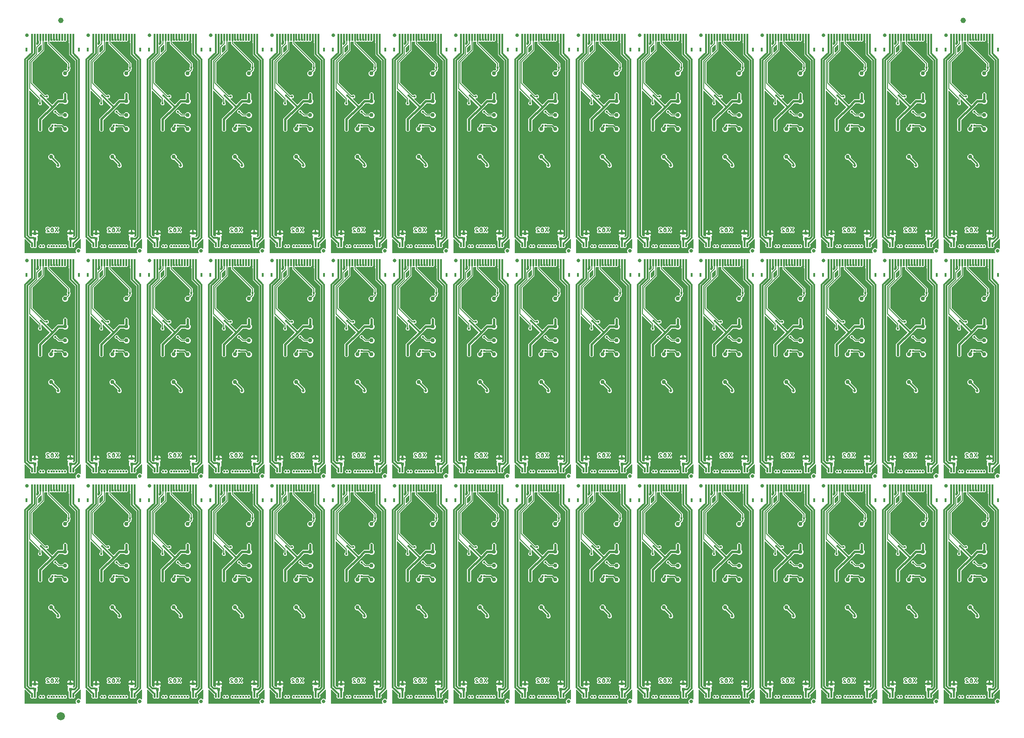
<source format=gbl>
G04 EAGLE Gerber RS-274X export*
G75*
%MOMM*%
%FSLAX34Y34*%
%LPD*%
%INBottom Copper*%
%IPPOS*%
%AMOC8*
5,1,8,0,0,1.08239X$1,22.5*%
G01*
%ADD10C,0.127000*%
%ADD11C,0.635000*%
%ADD12R,0.600000X0.600000*%
%ADD13R,0.300000X0.800000*%
%ADD14R,0.400000X0.800000*%
%ADD15C,0.762000*%
%ADD16C,1.000000*%
%ADD17C,1.500000*%
%ADD18C,0.304800*%
%ADD19C,0.377800*%
%ADD20C,0.406400*%
%ADD21C,0.152400*%
%ADD22C,0.477775*%
%ADD23C,0.254000*%

G36*
X1324939Y2037D02*
X1324939Y2037D01*
X1324968Y2034D01*
X1325079Y2057D01*
X1325191Y2073D01*
X1325218Y2085D01*
X1325247Y2090D01*
X1325348Y2143D01*
X1325451Y2189D01*
X1325473Y2208D01*
X1325499Y2221D01*
X1325581Y2299D01*
X1325668Y2372D01*
X1325684Y2397D01*
X1325705Y2417D01*
X1325763Y2515D01*
X1325825Y2609D01*
X1325834Y2637D01*
X1325849Y2662D01*
X1325877Y2772D01*
X1325911Y2880D01*
X1325912Y2910D01*
X1325919Y2938D01*
X1325915Y3051D01*
X1325918Y3164D01*
X1325911Y3193D01*
X1325910Y3222D01*
X1325875Y3330D01*
X1325847Y3439D01*
X1325832Y3465D01*
X1325823Y3493D01*
X1325777Y3557D01*
X1325701Y3684D01*
X1325656Y3727D01*
X1325628Y3766D01*
X1324990Y4403D01*
X1324990Y8297D01*
X1327743Y11050D01*
X1331637Y11050D01*
X1332274Y10412D01*
X1332298Y10395D01*
X1332317Y10372D01*
X1332411Y10309D01*
X1332501Y10241D01*
X1332529Y10231D01*
X1332553Y10215D01*
X1332661Y10180D01*
X1332767Y10140D01*
X1332796Y10138D01*
X1332824Y10129D01*
X1332938Y10126D01*
X1333050Y10117D01*
X1333079Y10122D01*
X1333108Y10122D01*
X1333218Y10150D01*
X1333329Y10172D01*
X1333355Y10186D01*
X1333383Y10193D01*
X1333481Y10251D01*
X1333581Y10303D01*
X1333603Y10324D01*
X1333628Y10339D01*
X1333705Y10421D01*
X1333787Y10499D01*
X1333802Y10525D01*
X1333822Y10546D01*
X1333874Y10647D01*
X1333931Y10745D01*
X1333938Y10773D01*
X1333952Y10799D01*
X1333965Y10876D01*
X1334001Y11020D01*
X1333999Y11083D01*
X1334007Y11130D01*
X1334007Y26537D01*
X1334003Y26566D01*
X1334006Y26596D01*
X1333983Y26706D01*
X1333967Y26819D01*
X1333955Y26846D01*
X1333950Y26874D01*
X1333898Y26975D01*
X1333851Y27078D01*
X1333832Y27101D01*
X1333819Y27127D01*
X1333741Y27209D01*
X1333668Y27295D01*
X1333643Y27311D01*
X1333623Y27333D01*
X1333525Y27390D01*
X1333431Y27453D01*
X1333403Y27462D01*
X1333378Y27476D01*
X1333268Y27504D01*
X1333160Y27538D01*
X1333131Y27539D01*
X1333102Y27546D01*
X1332989Y27543D01*
X1332876Y27546D01*
X1332847Y27538D01*
X1332818Y27537D01*
X1332710Y27503D01*
X1332601Y27474D01*
X1332575Y27459D01*
X1332547Y27450D01*
X1332484Y27404D01*
X1332356Y27329D01*
X1332313Y27283D01*
X1332274Y27255D01*
X1331925Y26906D01*
X1323990Y18971D01*
X1323980Y18957D01*
X1323974Y18952D01*
X1323956Y18926D01*
X1323937Y18901D01*
X1323877Y18837D01*
X1323852Y18788D01*
X1323819Y18744D01*
X1323788Y18662D01*
X1323748Y18584D01*
X1323740Y18536D01*
X1323718Y18478D01*
X1323705Y18330D01*
X1323692Y18253D01*
X1323692Y18157D01*
X1323511Y17976D01*
X1323495Y17954D01*
X1323475Y17937D01*
X1323443Y17889D01*
X1323399Y17842D01*
X1323373Y17793D01*
X1323340Y17749D01*
X1323328Y17717D01*
X1323317Y17700D01*
X1323302Y17653D01*
X1323269Y17589D01*
X1323261Y17541D01*
X1323239Y17483D01*
X1323236Y17443D01*
X1323231Y17429D01*
X1323230Y17372D01*
X1323227Y17335D01*
X1323214Y17258D01*
X1323214Y16805D01*
X1323226Y16718D01*
X1323229Y16631D01*
X1323246Y16578D01*
X1323254Y16523D01*
X1323289Y16443D01*
X1323316Y16360D01*
X1323344Y16321D01*
X1323370Y16264D01*
X1323466Y16150D01*
X1323511Y16087D01*
X1323579Y16019D01*
X1323579Y13191D01*
X1321579Y11191D01*
X1318751Y11191D01*
X1318287Y11655D01*
X1318241Y11690D01*
X1318200Y11732D01*
X1318127Y11775D01*
X1318060Y11826D01*
X1318006Y11847D01*
X1317955Y11876D01*
X1317873Y11897D01*
X1317795Y11927D01*
X1317736Y11932D01*
X1317680Y11946D01*
X1317595Y11944D01*
X1317511Y11951D01*
X1317454Y11939D01*
X1317395Y11937D01*
X1317315Y11911D01*
X1317232Y11895D01*
X1317181Y11868D01*
X1317125Y11850D01*
X1317069Y11810D01*
X1316980Y11764D01*
X1316908Y11695D01*
X1316852Y11655D01*
X1316388Y11191D01*
X1313560Y11191D01*
X1311560Y13191D01*
X1311560Y16019D01*
X1311628Y16087D01*
X1311680Y16156D01*
X1311740Y16220D01*
X1311766Y16270D01*
X1311799Y16314D01*
X1311830Y16396D01*
X1311870Y16473D01*
X1311878Y16521D01*
X1311900Y16580D01*
X1311912Y16727D01*
X1311925Y16805D01*
X1311925Y17485D01*
X1311913Y17572D01*
X1311910Y17659D01*
X1311893Y17712D01*
X1311885Y17767D01*
X1311850Y17847D01*
X1311823Y17930D01*
X1311795Y17969D01*
X1311769Y18026D01*
X1311673Y18140D01*
X1311628Y18203D01*
X1311560Y18271D01*
X1311560Y21099D01*
X1311739Y21278D01*
X1311791Y21348D01*
X1311851Y21411D01*
X1311877Y21461D01*
X1311910Y21505D01*
X1311941Y21587D01*
X1311981Y21664D01*
X1311989Y21712D01*
X1312011Y21770D01*
X1312023Y21918D01*
X1312036Y21996D01*
X1312036Y23127D01*
X1312024Y23214D01*
X1312021Y23301D01*
X1312004Y23354D01*
X1311996Y23408D01*
X1311961Y23488D01*
X1311934Y23571D01*
X1311906Y23611D01*
X1311880Y23668D01*
X1311784Y23781D01*
X1311739Y23845D01*
X1310560Y25023D01*
X1310560Y32296D01*
X1310570Y32306D01*
X1310613Y32379D01*
X1310663Y32446D01*
X1310684Y32500D01*
X1310714Y32551D01*
X1310734Y32633D01*
X1310764Y32711D01*
X1310769Y32770D01*
X1310784Y32826D01*
X1310781Y32911D01*
X1310788Y32995D01*
X1310777Y33052D01*
X1310775Y33111D01*
X1310749Y33191D01*
X1310732Y33274D01*
X1310705Y33326D01*
X1310687Y33381D01*
X1310647Y33437D01*
X1310601Y33526D01*
X1310532Y33598D01*
X1310492Y33654D01*
X1310052Y34095D01*
X1309717Y34674D01*
X1309544Y35321D01*
X1309544Y37156D01*
X1314601Y37156D01*
X1314659Y37164D01*
X1314717Y37162D01*
X1314799Y37184D01*
X1314882Y37196D01*
X1314936Y37219D01*
X1314992Y37234D01*
X1315065Y37277D01*
X1315084Y37286D01*
X1315130Y37255D01*
X1315186Y37238D01*
X1315238Y37211D01*
X1315306Y37200D01*
X1315401Y37170D01*
X1315501Y37167D01*
X1315569Y37156D01*
X1320626Y37156D01*
X1320626Y35321D01*
X1320453Y34674D01*
X1320118Y34095D01*
X1319678Y33654D01*
X1319643Y33608D01*
X1319600Y33567D01*
X1319557Y33495D01*
X1319507Y33427D01*
X1319486Y33373D01*
X1319456Y33322D01*
X1319436Y33241D01*
X1319405Y33162D01*
X1319401Y33103D01*
X1319386Y33047D01*
X1319389Y32962D01*
X1319382Y32878D01*
X1319393Y32821D01*
X1319395Y32763D01*
X1319421Y32682D01*
X1319438Y32600D01*
X1319465Y32548D01*
X1319483Y32492D01*
X1319523Y32436D01*
X1319569Y32347D01*
X1319638Y32275D01*
X1319678Y32219D01*
X1319895Y32001D01*
X1319965Y31949D01*
X1320029Y31889D01*
X1320078Y31863D01*
X1320122Y31830D01*
X1320204Y31799D01*
X1320282Y31759D01*
X1320330Y31751D01*
X1320388Y31729D01*
X1320536Y31717D01*
X1320613Y31704D01*
X1320938Y31704D01*
X1321024Y31716D01*
X1321112Y31719D01*
X1321164Y31736D01*
X1321219Y31744D01*
X1321299Y31779D01*
X1321382Y31806D01*
X1321421Y31834D01*
X1321478Y31860D01*
X1321592Y31956D01*
X1321655Y32001D01*
X1323296Y33642D01*
X1323348Y33711D01*
X1323408Y33775D01*
X1323434Y33825D01*
X1323467Y33869D01*
X1323498Y33950D01*
X1323538Y34028D01*
X1323546Y34076D01*
X1323568Y34134D01*
X1323580Y34282D01*
X1323593Y34359D01*
X1323593Y352763D01*
X1323581Y352850D01*
X1323578Y352937D01*
X1323561Y352990D01*
X1323553Y353045D01*
X1323518Y353124D01*
X1323491Y353208D01*
X1323463Y353247D01*
X1323437Y353304D01*
X1323341Y353417D01*
X1323296Y353481D01*
X1312468Y364309D01*
X1312468Y385150D01*
X1312456Y385237D01*
X1312453Y385324D01*
X1312436Y385377D01*
X1312428Y385432D01*
X1312393Y385512D01*
X1312366Y385595D01*
X1312338Y385634D01*
X1312312Y385691D01*
X1312216Y385805D01*
X1312171Y385868D01*
X1312103Y385936D01*
X1312103Y388764D01*
X1312171Y388832D01*
X1312223Y388901D01*
X1312283Y388965D01*
X1312309Y389015D01*
X1312342Y389059D01*
X1312373Y389141D01*
X1312413Y389218D01*
X1312421Y389266D01*
X1312443Y389325D01*
X1312454Y389451D01*
X1312462Y389485D01*
X1312462Y389509D01*
X1312468Y389550D01*
X1312468Y389595D01*
X1312467Y389608D01*
X1312466Y389609D01*
X1312456Y389682D01*
X1312453Y389769D01*
X1312436Y389822D01*
X1312428Y389877D01*
X1312393Y389957D01*
X1312366Y390040D01*
X1312338Y390079D01*
X1312312Y390136D01*
X1312216Y390250D01*
X1312171Y390313D01*
X1312103Y390381D01*
X1312103Y391389D01*
X1312095Y391447D01*
X1312097Y391505D01*
X1312075Y391587D01*
X1312063Y391671D01*
X1312040Y391724D01*
X1312025Y391780D01*
X1311982Y391853D01*
X1311947Y391930D01*
X1311909Y391975D01*
X1311880Y392025D01*
X1311818Y392083D01*
X1311764Y392147D01*
X1311715Y392179D01*
X1311672Y392219D01*
X1311597Y392258D01*
X1311527Y392305D01*
X1311471Y392322D01*
X1311419Y392349D01*
X1311351Y392360D01*
X1311256Y392390D01*
X1311215Y392391D01*
X1311215Y398945D01*
X1311207Y399003D01*
X1311209Y399061D01*
X1311187Y399143D01*
X1311176Y399226D01*
X1311152Y399280D01*
X1311137Y399336D01*
X1311094Y399409D01*
X1311059Y399486D01*
X1311022Y399530D01*
X1310992Y399580D01*
X1310930Y399638D01*
X1310876Y399703D01*
X1310827Y399735D01*
X1310784Y399775D01*
X1310709Y399813D01*
X1310639Y399860D01*
X1310583Y399878D01*
X1310531Y399904D01*
X1310463Y399916D01*
X1310368Y399946D01*
X1310268Y399949D01*
X1310200Y399960D01*
X1310142Y399952D01*
X1310084Y399953D01*
X1310083Y399953D01*
X1310002Y399932D01*
X1309918Y399920D01*
X1309865Y399896D01*
X1309808Y399881D01*
X1309736Y399838D01*
X1309659Y399804D01*
X1309614Y399766D01*
X1309564Y399736D01*
X1309506Y399675D01*
X1309442Y399620D01*
X1309410Y399572D01*
X1309369Y399529D01*
X1309331Y399454D01*
X1309284Y399384D01*
X1309267Y399328D01*
X1309240Y399276D01*
X1309229Y399208D01*
X1309199Y399113D01*
X1309196Y399013D01*
X1309185Y398945D01*
X1309185Y392059D01*
X1309156Y392016D01*
X1309116Y391973D01*
X1309077Y391898D01*
X1309030Y391828D01*
X1309013Y391772D01*
X1308986Y391720D01*
X1308975Y391652D01*
X1308945Y391557D01*
X1308942Y391457D01*
X1308931Y391389D01*
X1308931Y390381D01*
X1306931Y388381D01*
X1304103Y388381D01*
X1303711Y388773D01*
X1303664Y388808D01*
X1303624Y388851D01*
X1303551Y388894D01*
X1303484Y388944D01*
X1303429Y388965D01*
X1303379Y388995D01*
X1303297Y389015D01*
X1303218Y389045D01*
X1303160Y389050D01*
X1303103Y389065D01*
X1303019Y389062D01*
X1302935Y389069D01*
X1302877Y389058D01*
X1302819Y389056D01*
X1302739Y389030D01*
X1302656Y389013D01*
X1302604Y388986D01*
X1302548Y388968D01*
X1302492Y388928D01*
X1302404Y388882D01*
X1302331Y388813D01*
X1302275Y388773D01*
X1301883Y388381D01*
X1299055Y388381D01*
X1298663Y388773D01*
X1298616Y388808D01*
X1298576Y388851D01*
X1298503Y388894D01*
X1298436Y388944D01*
X1298381Y388965D01*
X1298331Y388995D01*
X1298249Y389015D01*
X1298170Y389045D01*
X1298112Y389050D01*
X1298055Y389065D01*
X1297971Y389062D01*
X1297887Y389069D01*
X1297829Y389058D01*
X1297771Y389056D01*
X1297691Y389030D01*
X1297608Y389013D01*
X1297556Y388986D01*
X1297500Y388968D01*
X1297444Y388928D01*
X1297356Y388882D01*
X1297283Y388813D01*
X1297227Y388773D01*
X1296835Y388381D01*
X1294007Y388381D01*
X1293615Y388773D01*
X1293568Y388808D01*
X1293528Y388851D01*
X1293455Y388894D01*
X1293388Y388944D01*
X1293333Y388965D01*
X1293283Y388995D01*
X1293201Y389015D01*
X1293122Y389045D01*
X1293064Y389050D01*
X1293007Y389065D01*
X1292923Y389062D01*
X1292839Y389069D01*
X1292781Y389058D01*
X1292723Y389056D01*
X1292643Y389030D01*
X1292560Y389013D01*
X1292508Y388986D01*
X1292452Y388968D01*
X1292396Y388928D01*
X1292308Y388882D01*
X1292235Y388813D01*
X1292179Y388773D01*
X1291787Y388381D01*
X1288959Y388381D01*
X1288567Y388773D01*
X1288520Y388808D01*
X1288480Y388851D01*
X1288407Y388894D01*
X1288340Y388944D01*
X1288285Y388965D01*
X1288235Y388995D01*
X1288153Y389015D01*
X1288074Y389045D01*
X1288016Y389050D01*
X1287959Y389065D01*
X1287875Y389062D01*
X1287791Y389069D01*
X1287733Y389058D01*
X1287675Y389056D01*
X1287595Y389030D01*
X1287512Y389013D01*
X1287460Y388986D01*
X1287404Y388968D01*
X1287348Y388928D01*
X1287260Y388882D01*
X1287187Y388813D01*
X1287131Y388773D01*
X1286739Y388381D01*
X1283911Y388381D01*
X1283519Y388773D01*
X1283472Y388808D01*
X1283432Y388851D01*
X1283359Y388894D01*
X1283292Y388944D01*
X1283237Y388965D01*
X1283187Y388995D01*
X1283105Y389015D01*
X1283026Y389045D01*
X1282968Y389050D01*
X1282911Y389065D01*
X1282827Y389062D01*
X1282743Y389069D01*
X1282685Y389058D01*
X1282627Y389056D01*
X1282547Y389030D01*
X1282464Y389013D01*
X1282412Y388986D01*
X1282356Y388968D01*
X1282300Y388928D01*
X1282212Y388882D01*
X1282139Y388813D01*
X1282083Y388773D01*
X1281691Y388381D01*
X1278531Y388381D01*
X1278473Y388373D01*
X1278415Y388375D01*
X1278333Y388353D01*
X1278249Y388341D01*
X1278196Y388318D01*
X1278140Y388303D01*
X1278067Y388260D01*
X1277990Y388225D01*
X1277945Y388187D01*
X1277895Y388158D01*
X1277837Y388096D01*
X1277773Y388042D01*
X1277741Y387993D01*
X1277701Y387950D01*
X1277662Y387875D01*
X1277615Y387805D01*
X1277598Y387749D01*
X1277571Y387697D01*
X1277560Y387629D01*
X1277530Y387534D01*
X1277527Y387434D01*
X1277516Y387366D01*
X1277516Y386029D01*
X1277528Y385942D01*
X1277531Y385855D01*
X1277548Y385802D01*
X1277556Y385747D01*
X1277591Y385667D01*
X1277618Y385584D01*
X1277646Y385545D01*
X1277672Y385488D01*
X1277768Y385375D01*
X1277813Y385311D01*
X1314197Y348927D01*
X1314197Y343322D01*
X1314209Y343235D01*
X1314212Y343148D01*
X1314229Y343095D01*
X1314237Y343040D01*
X1314272Y342960D01*
X1314299Y342877D01*
X1314327Y342838D01*
X1314353Y342781D01*
X1314449Y342667D01*
X1314494Y342604D01*
X1315324Y341774D01*
X1315324Y338946D01*
X1314494Y338116D01*
X1314442Y338047D01*
X1314382Y337983D01*
X1314356Y337933D01*
X1314323Y337889D01*
X1314292Y337807D01*
X1314252Y337730D01*
X1314244Y337682D01*
X1314222Y337623D01*
X1314210Y337476D01*
X1314197Y337398D01*
X1314197Y335603D01*
X1312560Y333966D01*
X1311070Y332476D01*
X1311069Y332475D01*
X1311068Y332474D01*
X1310984Y332362D01*
X1310899Y332249D01*
X1310898Y332247D01*
X1310897Y332246D01*
X1310849Y332117D01*
X1310798Y331983D01*
X1310798Y331981D01*
X1310797Y331980D01*
X1310786Y331839D01*
X1310774Y331700D01*
X1310775Y331698D01*
X1310774Y331697D01*
X1310778Y331681D01*
X1310830Y331421D01*
X1310844Y331394D01*
X1310850Y331369D01*
X1310895Y331261D01*
X1310895Y329139D01*
X1310083Y327178D01*
X1308582Y325677D01*
X1306621Y324865D01*
X1304499Y324865D01*
X1302538Y325677D01*
X1301037Y327178D01*
X1300225Y329139D01*
X1300225Y331261D01*
X1301037Y333222D01*
X1302538Y334723D01*
X1304499Y335535D01*
X1306621Y335535D01*
X1306729Y335490D01*
X1306731Y335489D01*
X1306732Y335489D01*
X1306862Y335456D01*
X1307005Y335419D01*
X1307006Y335419D01*
X1307008Y335419D01*
X1307145Y335423D01*
X1307289Y335427D01*
X1307291Y335427D01*
X1307292Y335428D01*
X1307423Y335470D01*
X1307560Y335514D01*
X1307561Y335515D01*
X1307563Y335515D01*
X1307575Y335524D01*
X1307796Y335672D01*
X1307816Y335695D01*
X1307836Y335710D01*
X1309066Y336940D01*
X1309101Y336987D01*
X1309144Y337027D01*
X1309187Y337100D01*
X1309237Y337167D01*
X1309258Y337222D01*
X1309288Y337273D01*
X1309308Y337354D01*
X1309338Y337433D01*
X1309343Y337491D01*
X1309358Y337548D01*
X1309355Y337632D01*
X1309362Y337716D01*
X1309350Y337774D01*
X1309349Y337832D01*
X1309323Y337912D01*
X1309306Y337995D01*
X1309279Y338047D01*
X1309261Y338103D01*
X1309221Y338159D01*
X1309175Y338247D01*
X1309106Y338320D01*
X1309066Y338376D01*
X1308496Y338946D01*
X1308496Y341774D01*
X1309326Y342604D01*
X1309378Y342673D01*
X1309438Y342737D01*
X1309464Y342787D01*
X1309497Y342831D01*
X1309528Y342912D01*
X1309568Y342990D01*
X1309576Y343038D01*
X1309598Y343097D01*
X1309610Y343244D01*
X1309623Y343322D01*
X1309623Y346612D01*
X1309611Y346699D01*
X1309608Y346786D01*
X1309591Y346839D01*
X1309583Y346894D01*
X1309548Y346974D01*
X1309521Y347057D01*
X1309493Y347096D01*
X1309467Y347153D01*
X1309371Y347266D01*
X1309326Y347330D01*
X1272942Y383714D01*
X1272942Y387366D01*
X1272934Y387424D01*
X1272936Y387482D01*
X1272914Y387564D01*
X1272902Y387648D01*
X1272879Y387701D01*
X1272864Y387757D01*
X1272821Y387830D01*
X1272786Y387907D01*
X1272748Y387952D01*
X1272719Y388002D01*
X1272657Y388060D01*
X1272603Y388124D01*
X1272554Y388156D01*
X1272511Y388196D01*
X1272436Y388235D01*
X1272366Y388282D01*
X1272310Y388299D01*
X1272258Y388326D01*
X1272190Y388337D01*
X1272095Y388367D01*
X1271995Y388370D01*
X1271927Y388381D01*
X1268435Y388381D01*
X1268377Y388373D01*
X1268319Y388375D01*
X1268237Y388353D01*
X1268153Y388341D01*
X1268100Y388318D01*
X1268044Y388303D01*
X1267971Y388260D01*
X1267894Y388225D01*
X1267849Y388187D01*
X1267799Y388158D01*
X1267741Y388096D01*
X1267677Y388042D01*
X1267645Y387993D01*
X1267605Y387950D01*
X1267566Y387875D01*
X1267519Y387805D01*
X1267502Y387749D01*
X1267475Y387697D01*
X1267464Y387629D01*
X1267434Y387534D01*
X1267431Y387434D01*
X1267420Y387366D01*
X1267420Y372164D01*
X1245914Y350658D01*
X1245862Y350588D01*
X1245802Y350524D01*
X1245776Y350475D01*
X1245743Y350431D01*
X1245712Y350349D01*
X1245672Y350271D01*
X1245664Y350224D01*
X1245642Y350165D01*
X1245630Y350018D01*
X1245617Y349940D01*
X1245617Y314253D01*
X1245629Y314166D01*
X1245632Y314079D01*
X1245649Y314026D01*
X1245657Y313971D01*
X1245692Y313892D01*
X1245719Y313808D01*
X1245747Y313769D01*
X1245773Y313712D01*
X1245869Y313599D01*
X1245914Y313535D01*
X1268575Y290874D01*
X1268645Y290822D01*
X1268709Y290762D01*
X1268758Y290736D01*
X1268802Y290703D01*
X1268884Y290672D01*
X1268962Y290632D01*
X1269009Y290624D01*
X1269068Y290602D01*
X1269216Y290590D01*
X1269293Y290577D01*
X1269578Y290577D01*
X1269665Y290589D01*
X1269752Y290592D01*
X1269805Y290609D01*
X1269860Y290617D01*
X1269940Y290652D01*
X1270023Y290679D01*
X1270062Y290707D01*
X1270119Y290733D01*
X1270233Y290829D01*
X1270296Y290874D01*
X1271126Y291704D01*
X1273954Y291704D01*
X1275954Y289704D01*
X1275954Y286876D01*
X1273954Y284876D01*
X1272556Y284876D01*
X1272527Y284872D01*
X1272498Y284875D01*
X1272387Y284852D01*
X1272275Y284836D01*
X1272248Y284824D01*
X1272219Y284819D01*
X1272119Y284767D01*
X1272015Y284720D01*
X1271993Y284701D01*
X1271967Y284688D01*
X1271885Y284610D01*
X1271798Y284537D01*
X1271782Y284512D01*
X1271761Y284492D01*
X1271704Y284394D01*
X1271641Y284300D01*
X1271632Y284272D01*
X1271617Y284247D01*
X1271589Y284137D01*
X1271555Y284029D01*
X1271554Y283999D01*
X1271547Y283971D01*
X1271551Y283858D01*
X1271548Y283745D01*
X1271555Y283716D01*
X1271556Y283687D01*
X1271591Y283579D01*
X1271620Y283470D01*
X1271635Y283444D01*
X1271644Y283416D01*
X1271689Y283353D01*
X1271765Y283225D01*
X1271810Y283182D01*
X1271838Y283143D01*
X1280988Y273994D01*
X1281035Y273958D01*
X1281075Y273916D01*
X1281148Y273873D01*
X1281215Y273823D01*
X1281270Y273802D01*
X1281320Y273772D01*
X1281402Y273752D01*
X1281481Y273722D01*
X1281539Y273717D01*
X1281596Y273702D01*
X1281680Y273705D01*
X1281764Y273698D01*
X1281821Y273709D01*
X1281880Y273711D01*
X1281960Y273737D01*
X1282043Y273754D01*
X1282095Y273781D01*
X1282150Y273799D01*
X1282207Y273839D01*
X1282295Y273885D01*
X1282367Y273954D01*
X1282424Y273994D01*
X1291387Y282957D01*
X1300988Y282957D01*
X1301046Y282965D01*
X1301104Y282963D01*
X1301186Y282985D01*
X1301270Y282997D01*
X1301323Y283020D01*
X1301379Y283035D01*
X1301452Y283078D01*
X1301529Y283113D01*
X1301574Y283151D01*
X1301624Y283180D01*
X1301682Y283242D01*
X1301746Y283296D01*
X1301778Y283345D01*
X1301818Y283388D01*
X1301857Y283463D01*
X1301904Y283533D01*
X1301921Y283589D01*
X1301948Y283641D01*
X1301959Y283709D01*
X1301989Y283804D01*
X1301992Y283904D01*
X1302003Y283972D01*
X1302003Y293573D01*
X1304087Y295657D01*
X1307033Y295657D01*
X1309117Y293573D01*
X1309117Y283808D01*
X1309129Y283722D01*
X1309132Y283634D01*
X1309149Y283581D01*
X1309157Y283527D01*
X1309192Y283447D01*
X1309219Y283364D01*
X1309247Y283324D01*
X1309273Y283267D01*
X1309369Y283154D01*
X1309414Y283090D01*
X1310083Y282422D01*
X1310895Y280461D01*
X1310895Y278339D01*
X1310083Y276378D01*
X1308582Y274877D01*
X1306621Y274065D01*
X1304499Y274065D01*
X1302538Y274877D01*
X1301870Y275546D01*
X1301800Y275598D01*
X1301736Y275658D01*
X1301687Y275684D01*
X1301642Y275717D01*
X1301561Y275748D01*
X1301483Y275788D01*
X1301435Y275796D01*
X1301377Y275818D01*
X1301229Y275830D01*
X1301152Y275843D01*
X1294754Y275843D01*
X1294667Y275831D01*
X1294580Y275828D01*
X1294527Y275811D01*
X1294472Y275803D01*
X1294392Y275768D01*
X1294309Y275741D01*
X1294270Y275713D01*
X1294213Y275687D01*
X1294100Y275591D01*
X1294036Y275546D01*
X1263694Y245204D01*
X1263642Y245134D01*
X1263582Y245070D01*
X1263556Y245021D01*
X1263523Y244977D01*
X1263492Y244895D01*
X1263452Y244817D01*
X1263444Y244770D01*
X1263422Y244711D01*
X1263410Y244564D01*
X1263397Y244486D01*
X1263397Y225857D01*
X1261313Y223773D01*
X1258367Y223773D01*
X1256283Y225857D01*
X1256283Y247853D01*
X1276676Y268246D01*
X1276711Y268293D01*
X1276754Y268333D01*
X1276797Y268406D01*
X1276847Y268473D01*
X1276868Y268528D01*
X1276898Y268579D01*
X1276918Y268660D01*
X1276948Y268739D01*
X1276953Y268798D01*
X1276968Y268854D01*
X1276965Y268938D01*
X1276972Y269022D01*
X1276961Y269080D01*
X1276959Y269138D01*
X1276933Y269218D01*
X1276916Y269301D01*
X1276889Y269353D01*
X1276871Y269409D01*
X1276831Y269465D01*
X1276785Y269554D01*
X1276716Y269626D01*
X1276676Y269682D01*
X1263860Y282499D01*
X1263836Y282516D01*
X1263817Y282539D01*
X1263723Y282601D01*
X1263633Y282669D01*
X1263605Y282680D01*
X1263581Y282696D01*
X1263473Y282730D01*
X1263367Y282771D01*
X1263338Y282773D01*
X1263310Y282782D01*
X1263196Y282785D01*
X1263084Y282794D01*
X1263055Y282789D01*
X1263026Y282789D01*
X1262916Y282761D01*
X1262805Y282738D01*
X1262779Y282725D01*
X1262751Y282717D01*
X1262653Y282660D01*
X1262553Y282607D01*
X1262531Y282587D01*
X1262506Y282572D01*
X1262429Y282490D01*
X1262347Y282412D01*
X1262332Y282386D01*
X1262312Y282365D01*
X1262260Y282264D01*
X1262203Y282166D01*
X1262196Y282138D01*
X1262182Y282112D01*
X1262169Y282034D01*
X1262133Y281891D01*
X1262135Y281828D01*
X1262127Y281781D01*
X1262127Y278552D01*
X1262139Y278465D01*
X1262142Y278378D01*
X1262159Y278325D01*
X1262167Y278270D01*
X1262202Y278190D01*
X1262229Y278107D01*
X1262257Y278068D01*
X1262283Y278011D01*
X1262379Y277897D01*
X1262424Y277834D01*
X1263254Y277004D01*
X1263254Y274176D01*
X1261254Y272176D01*
X1258426Y272176D01*
X1256426Y274176D01*
X1256426Y277004D01*
X1257256Y277834D01*
X1257308Y277903D01*
X1257368Y277967D01*
X1257394Y278017D01*
X1257427Y278061D01*
X1257458Y278142D01*
X1257498Y278220D01*
X1257506Y278268D01*
X1257528Y278327D01*
X1257540Y278474D01*
X1257553Y278552D01*
X1257553Y282253D01*
X1257545Y282309D01*
X1257547Y282358D01*
X1257540Y282385D01*
X1257538Y282427D01*
X1257521Y282479D01*
X1257513Y282534D01*
X1257483Y282603D01*
X1257475Y282633D01*
X1257467Y282645D01*
X1257451Y282697D01*
X1257423Y282736D01*
X1257397Y282793D01*
X1257338Y282864D01*
X1257330Y282878D01*
X1257312Y282894D01*
X1257301Y282907D01*
X1257256Y282970D01*
X1241762Y298464D01*
X1241738Y298482D01*
X1241719Y298504D01*
X1241625Y298567D01*
X1241535Y298635D01*
X1241507Y298646D01*
X1241483Y298662D01*
X1241375Y298696D01*
X1241269Y298737D01*
X1241240Y298739D01*
X1241212Y298748D01*
X1241098Y298751D01*
X1240986Y298760D01*
X1240957Y298754D01*
X1240928Y298755D01*
X1240818Y298727D01*
X1240707Y298704D01*
X1240681Y298691D01*
X1240653Y298683D01*
X1240555Y298625D01*
X1240455Y298573D01*
X1240433Y298553D01*
X1240408Y298538D01*
X1240331Y298456D01*
X1240249Y298377D01*
X1240234Y298352D01*
X1240214Y298331D01*
X1240162Y298230D01*
X1240105Y298132D01*
X1240098Y298104D01*
X1240084Y298078D01*
X1240071Y298000D01*
X1240035Y297857D01*
X1240037Y297794D01*
X1240029Y297747D01*
X1240029Y35616D01*
X1240041Y35530D01*
X1240044Y35442D01*
X1240061Y35390D01*
X1240069Y35335D01*
X1240104Y35255D01*
X1240131Y35172D01*
X1240159Y35132D01*
X1240185Y35075D01*
X1240281Y34962D01*
X1240326Y34898D01*
X1242033Y33191D01*
X1242103Y33139D01*
X1242167Y33079D01*
X1242216Y33053D01*
X1242261Y33020D01*
X1242342Y32989D01*
X1242420Y32949D01*
X1242468Y32941D01*
X1242526Y32919D01*
X1242674Y32907D01*
X1242751Y32894D01*
X1243931Y32894D01*
X1243980Y32901D01*
X1244028Y32898D01*
X1244120Y32920D01*
X1244213Y32934D01*
X1244257Y32953D01*
X1244305Y32965D01*
X1244386Y33011D01*
X1244472Y33050D01*
X1244509Y33081D01*
X1244552Y33105D01*
X1244617Y33173D01*
X1244689Y33233D01*
X1244716Y33274D01*
X1244750Y33309D01*
X1244795Y33392D01*
X1244847Y33470D01*
X1244862Y33517D01*
X1244885Y33560D01*
X1244904Y33652D01*
X1244933Y33741D01*
X1244934Y33790D01*
X1244944Y33838D01*
X1244937Y33912D01*
X1244940Y34025D01*
X1244918Y34109D01*
X1244912Y34172D01*
X1244774Y34686D01*
X1244774Y36521D01*
X1249831Y36521D01*
X1249889Y36529D01*
X1249947Y36527D01*
X1250029Y36549D01*
X1250112Y36561D01*
X1250166Y36584D01*
X1250222Y36599D01*
X1250295Y36642D01*
X1250314Y36651D01*
X1250360Y36620D01*
X1250416Y36603D01*
X1250468Y36576D01*
X1250536Y36565D01*
X1250631Y36535D01*
X1250731Y36532D01*
X1250799Y36521D01*
X1255856Y36521D01*
X1255856Y34686D01*
X1255683Y34039D01*
X1255348Y33460D01*
X1254908Y33020D01*
X1254872Y32973D01*
X1254830Y32933D01*
X1254787Y32860D01*
X1254737Y32792D01*
X1254716Y32738D01*
X1254686Y32687D01*
X1254666Y32606D01*
X1254635Y32527D01*
X1254631Y32468D01*
X1254616Y32412D01*
X1254619Y32328D01*
X1254612Y32243D01*
X1254623Y32186D01*
X1254625Y32128D01*
X1254651Y32047D01*
X1254668Y31965D01*
X1254695Y31913D01*
X1254713Y31857D01*
X1254753Y31801D01*
X1254799Y31712D01*
X1254840Y31669D01*
X1254840Y24388D01*
X1253740Y23289D01*
X1253711Y23272D01*
X1253653Y23210D01*
X1253589Y23156D01*
X1253557Y23107D01*
X1253517Y23064D01*
X1253478Y22989D01*
X1253431Y22919D01*
X1253414Y22863D01*
X1253387Y22811D01*
X1253376Y22743D01*
X1253346Y22648D01*
X1253343Y22548D01*
X1253332Y22480D01*
X1253332Y21885D01*
X1253344Y21798D01*
X1253347Y21711D01*
X1253364Y21658D01*
X1253372Y21603D01*
X1253407Y21523D01*
X1253434Y21440D01*
X1253462Y21401D01*
X1253488Y21344D01*
X1253584Y21230D01*
X1253629Y21167D01*
X1253697Y21099D01*
X1253697Y18271D01*
X1253661Y18235D01*
X1253609Y18166D01*
X1253549Y18102D01*
X1253523Y18052D01*
X1253490Y18008D01*
X1253459Y17926D01*
X1253419Y17849D01*
X1253411Y17801D01*
X1253389Y17742D01*
X1253377Y17595D01*
X1253364Y17517D01*
X1253364Y16805D01*
X1253376Y16718D01*
X1253379Y16631D01*
X1253396Y16578D01*
X1253404Y16523D01*
X1253439Y16443D01*
X1253466Y16360D01*
X1253494Y16321D01*
X1253520Y16264D01*
X1253616Y16150D01*
X1253661Y16087D01*
X1253729Y16019D01*
X1253729Y13191D01*
X1251729Y11191D01*
X1248901Y11191D01*
X1248493Y11599D01*
X1248446Y11634D01*
X1248406Y11677D01*
X1248333Y11720D01*
X1248266Y11770D01*
X1248211Y11791D01*
X1248161Y11821D01*
X1248079Y11841D01*
X1248000Y11871D01*
X1247942Y11876D01*
X1247885Y11891D01*
X1247801Y11888D01*
X1247717Y11895D01*
X1247659Y11884D01*
X1247601Y11882D01*
X1247521Y11856D01*
X1247438Y11839D01*
X1247386Y11812D01*
X1247330Y11794D01*
X1247274Y11754D01*
X1247186Y11708D01*
X1247113Y11639D01*
X1247057Y11599D01*
X1246649Y11191D01*
X1243821Y11191D01*
X1241821Y13191D01*
X1241821Y16019D01*
X1241889Y16087D01*
X1241941Y16156D01*
X1242001Y16220D01*
X1242027Y16270D01*
X1242060Y16314D01*
X1242091Y16396D01*
X1242131Y16473D01*
X1242139Y16521D01*
X1242161Y16580D01*
X1242173Y16727D01*
X1242186Y16805D01*
X1242186Y17372D01*
X1242174Y17458D01*
X1242171Y17546D01*
X1242154Y17598D01*
X1242146Y17653D01*
X1242111Y17733D01*
X1242084Y17816D01*
X1242056Y17856D01*
X1242030Y17913D01*
X1241934Y18026D01*
X1241889Y18090D01*
X1241821Y18157D01*
X1241821Y18253D01*
X1241809Y18340D01*
X1241806Y18427D01*
X1241789Y18480D01*
X1241781Y18534D01*
X1241746Y18614D01*
X1241719Y18697D01*
X1241691Y18737D01*
X1241665Y18794D01*
X1241595Y18877D01*
X1241574Y18913D01*
X1241549Y18936D01*
X1241524Y18971D01*
X1233126Y27369D01*
X1233102Y27386D01*
X1233083Y27409D01*
X1232989Y27472D01*
X1232899Y27540D01*
X1232871Y27550D01*
X1232847Y27566D01*
X1232739Y27601D01*
X1232633Y27641D01*
X1232604Y27643D01*
X1232576Y27652D01*
X1232462Y27655D01*
X1232350Y27665D01*
X1232321Y27659D01*
X1232292Y27660D01*
X1232182Y27631D01*
X1232071Y27609D01*
X1232045Y27595D01*
X1232017Y27588D01*
X1231919Y27530D01*
X1231819Y27478D01*
X1231797Y27457D01*
X1231772Y27442D01*
X1231695Y27360D01*
X1231613Y27282D01*
X1231598Y27257D01*
X1231578Y27235D01*
X1231526Y27134D01*
X1231469Y27037D01*
X1231462Y27008D01*
X1231448Y26982D01*
X1231435Y26905D01*
X1231399Y26761D01*
X1231401Y26699D01*
X1231393Y26651D01*
X1231393Y3048D01*
X1231401Y2990D01*
X1231399Y2932D01*
X1231421Y2850D01*
X1231433Y2766D01*
X1231456Y2713D01*
X1231471Y2657D01*
X1231514Y2584D01*
X1231549Y2507D01*
X1231587Y2462D01*
X1231616Y2412D01*
X1231678Y2354D01*
X1231732Y2290D01*
X1231781Y2258D01*
X1231824Y2218D01*
X1231899Y2179D01*
X1231969Y2132D01*
X1232025Y2115D01*
X1232077Y2088D01*
X1232145Y2077D01*
X1232240Y2047D01*
X1232340Y2044D01*
X1232408Y2033D01*
X1324910Y2033D01*
X1324939Y2037D01*
G37*
G36*
X877899Y413517D02*
X877899Y413517D01*
X877928Y413514D01*
X878039Y413537D01*
X878151Y413553D01*
X878178Y413565D01*
X878207Y413570D01*
X878308Y413623D01*
X878411Y413669D01*
X878433Y413688D01*
X878459Y413701D01*
X878541Y413779D01*
X878628Y413852D01*
X878644Y413877D01*
X878665Y413897D01*
X878723Y413995D01*
X878785Y414089D01*
X878794Y414117D01*
X878809Y414142D01*
X878837Y414252D01*
X878871Y414360D01*
X878872Y414390D01*
X878879Y414418D01*
X878875Y414531D01*
X878878Y414644D01*
X878871Y414673D01*
X878870Y414702D01*
X878835Y414810D01*
X878807Y414919D01*
X878792Y414945D01*
X878783Y414973D01*
X878737Y415037D01*
X878661Y415164D01*
X878616Y415207D01*
X878588Y415246D01*
X877950Y415883D01*
X877950Y419777D01*
X880703Y422530D01*
X884597Y422530D01*
X885234Y421892D01*
X885258Y421875D01*
X885277Y421852D01*
X885371Y421789D01*
X885461Y421721D01*
X885489Y421711D01*
X885513Y421695D01*
X885621Y421660D01*
X885727Y421620D01*
X885756Y421618D01*
X885784Y421609D01*
X885898Y421606D01*
X886010Y421597D01*
X886039Y421602D01*
X886068Y421602D01*
X886178Y421630D01*
X886289Y421652D01*
X886315Y421666D01*
X886343Y421673D01*
X886441Y421731D01*
X886541Y421783D01*
X886563Y421804D01*
X886588Y421819D01*
X886665Y421901D01*
X886747Y421979D01*
X886762Y422005D01*
X886782Y422026D01*
X886834Y422127D01*
X886891Y422225D01*
X886898Y422253D01*
X886912Y422279D01*
X886925Y422356D01*
X886961Y422500D01*
X886959Y422563D01*
X886967Y422610D01*
X886967Y438017D01*
X886963Y438046D01*
X886966Y438076D01*
X886943Y438186D01*
X886927Y438299D01*
X886915Y438326D01*
X886910Y438354D01*
X886858Y438455D01*
X886811Y438558D01*
X886792Y438581D01*
X886779Y438607D01*
X886701Y438689D01*
X886628Y438775D01*
X886603Y438791D01*
X886583Y438813D01*
X886485Y438870D01*
X886391Y438933D01*
X886363Y438942D01*
X886338Y438956D01*
X886228Y438984D01*
X886120Y439018D01*
X886091Y439019D01*
X886062Y439026D01*
X885949Y439023D01*
X885836Y439026D01*
X885807Y439018D01*
X885778Y439017D01*
X885670Y438983D01*
X885561Y438954D01*
X885535Y438939D01*
X885507Y438930D01*
X885444Y438884D01*
X885316Y438809D01*
X885273Y438763D01*
X885234Y438735D01*
X884885Y438386D01*
X876950Y430451D01*
X876940Y430437D01*
X876934Y430432D01*
X876916Y430406D01*
X876897Y430381D01*
X876837Y430317D01*
X876812Y430268D01*
X876779Y430224D01*
X876748Y430142D01*
X876708Y430064D01*
X876700Y430016D01*
X876678Y429958D01*
X876665Y429810D01*
X876652Y429733D01*
X876652Y429637D01*
X876471Y429456D01*
X876455Y429434D01*
X876435Y429417D01*
X876403Y429369D01*
X876359Y429322D01*
X876333Y429273D01*
X876300Y429229D01*
X876288Y429197D01*
X876277Y429180D01*
X876262Y429133D01*
X876229Y429069D01*
X876221Y429021D01*
X876199Y428963D01*
X876196Y428923D01*
X876191Y428909D01*
X876190Y428852D01*
X876187Y428815D01*
X876174Y428738D01*
X876174Y428285D01*
X876186Y428198D01*
X876189Y428111D01*
X876206Y428058D01*
X876214Y428003D01*
X876249Y427923D01*
X876276Y427840D01*
X876304Y427801D01*
X876330Y427744D01*
X876426Y427630D01*
X876471Y427567D01*
X876539Y427499D01*
X876539Y424671D01*
X874539Y422671D01*
X871711Y422671D01*
X871247Y423135D01*
X871201Y423170D01*
X871160Y423212D01*
X871087Y423255D01*
X871020Y423306D01*
X870966Y423327D01*
X870915Y423356D01*
X870833Y423377D01*
X870755Y423407D01*
X870696Y423412D01*
X870640Y423426D01*
X870555Y423424D01*
X870471Y423431D01*
X870414Y423419D01*
X870355Y423417D01*
X870275Y423391D01*
X870192Y423375D01*
X870141Y423348D01*
X870085Y423330D01*
X870029Y423290D01*
X869940Y423244D01*
X869868Y423175D01*
X869812Y423135D01*
X869348Y422671D01*
X866520Y422671D01*
X864520Y424671D01*
X864520Y427499D01*
X864588Y427567D01*
X864640Y427636D01*
X864700Y427700D01*
X864726Y427750D01*
X864759Y427794D01*
X864790Y427876D01*
X864830Y427953D01*
X864838Y428001D01*
X864860Y428060D01*
X864872Y428207D01*
X864885Y428285D01*
X864885Y428965D01*
X864873Y429052D01*
X864870Y429139D01*
X864853Y429192D01*
X864845Y429247D01*
X864810Y429327D01*
X864783Y429410D01*
X864755Y429449D01*
X864729Y429506D01*
X864633Y429620D01*
X864588Y429683D01*
X864520Y429751D01*
X864520Y432579D01*
X864699Y432758D01*
X864751Y432828D01*
X864811Y432891D01*
X864837Y432941D01*
X864870Y432985D01*
X864901Y433067D01*
X864941Y433144D01*
X864949Y433192D01*
X864971Y433250D01*
X864983Y433398D01*
X864996Y433476D01*
X864996Y434607D01*
X864984Y434694D01*
X864981Y434781D01*
X864964Y434834D01*
X864956Y434888D01*
X864921Y434968D01*
X864894Y435051D01*
X864866Y435091D01*
X864840Y435148D01*
X864744Y435261D01*
X864699Y435325D01*
X863520Y436503D01*
X863520Y443776D01*
X863530Y443786D01*
X863573Y443859D01*
X863623Y443926D01*
X863644Y443980D01*
X863674Y444031D01*
X863694Y444113D01*
X863724Y444191D01*
X863729Y444250D01*
X863744Y444306D01*
X863741Y444391D01*
X863748Y444475D01*
X863737Y444532D01*
X863735Y444591D01*
X863709Y444671D01*
X863692Y444754D01*
X863665Y444806D01*
X863647Y444861D01*
X863607Y444917D01*
X863561Y445006D01*
X863492Y445078D01*
X863452Y445134D01*
X863012Y445575D01*
X862677Y446154D01*
X862504Y446801D01*
X862504Y448636D01*
X867561Y448636D01*
X867619Y448644D01*
X867677Y448642D01*
X867759Y448664D01*
X867842Y448676D01*
X867896Y448699D01*
X867952Y448714D01*
X868025Y448757D01*
X868044Y448766D01*
X868090Y448735D01*
X868146Y448718D01*
X868198Y448691D01*
X868266Y448680D01*
X868361Y448650D01*
X868461Y448647D01*
X868529Y448636D01*
X873586Y448636D01*
X873586Y446801D01*
X873413Y446154D01*
X873078Y445575D01*
X872638Y445134D01*
X872603Y445088D01*
X872560Y445047D01*
X872517Y444975D01*
X872467Y444907D01*
X872446Y444853D01*
X872416Y444802D01*
X872396Y444721D01*
X872365Y444642D01*
X872361Y444583D01*
X872346Y444527D01*
X872349Y444442D01*
X872342Y444358D01*
X872353Y444301D01*
X872355Y444243D01*
X872381Y444162D01*
X872398Y444080D01*
X872425Y444028D01*
X872443Y443972D01*
X872483Y443916D01*
X872529Y443827D01*
X872598Y443755D01*
X872638Y443699D01*
X872855Y443481D01*
X872925Y443429D01*
X872989Y443369D01*
X873038Y443343D01*
X873082Y443310D01*
X873164Y443279D01*
X873242Y443239D01*
X873290Y443231D01*
X873348Y443209D01*
X873496Y443197D01*
X873573Y443184D01*
X873898Y443184D01*
X873984Y443196D01*
X874072Y443199D01*
X874124Y443216D01*
X874179Y443224D01*
X874259Y443259D01*
X874342Y443286D01*
X874381Y443314D01*
X874438Y443340D01*
X874552Y443436D01*
X874615Y443481D01*
X876256Y445122D01*
X876308Y445191D01*
X876368Y445255D01*
X876394Y445305D01*
X876427Y445349D01*
X876458Y445430D01*
X876498Y445508D01*
X876506Y445556D01*
X876528Y445614D01*
X876540Y445762D01*
X876553Y445839D01*
X876553Y764243D01*
X876541Y764330D01*
X876538Y764417D01*
X876521Y764470D01*
X876513Y764525D01*
X876478Y764604D01*
X876451Y764688D01*
X876423Y764727D01*
X876397Y764784D01*
X876301Y764897D01*
X876256Y764961D01*
X865428Y775789D01*
X865428Y796630D01*
X865416Y796717D01*
X865413Y796804D01*
X865396Y796857D01*
X865388Y796912D01*
X865353Y796992D01*
X865326Y797075D01*
X865298Y797114D01*
X865272Y797171D01*
X865176Y797285D01*
X865131Y797348D01*
X865063Y797416D01*
X865063Y800244D01*
X865131Y800312D01*
X865183Y800381D01*
X865243Y800445D01*
X865269Y800495D01*
X865302Y800539D01*
X865333Y800621D01*
X865373Y800698D01*
X865381Y800746D01*
X865403Y800805D01*
X865414Y800931D01*
X865422Y800965D01*
X865422Y800989D01*
X865428Y801030D01*
X865428Y801075D01*
X865427Y801088D01*
X865426Y801089D01*
X865416Y801162D01*
X865413Y801249D01*
X865396Y801302D01*
X865388Y801357D01*
X865353Y801437D01*
X865326Y801520D01*
X865298Y801559D01*
X865272Y801616D01*
X865176Y801730D01*
X865131Y801793D01*
X865063Y801861D01*
X865063Y802869D01*
X865055Y802927D01*
X865057Y802985D01*
X865035Y803067D01*
X865023Y803151D01*
X865000Y803204D01*
X864985Y803260D01*
X864942Y803333D01*
X864907Y803410D01*
X864869Y803455D01*
X864840Y803505D01*
X864778Y803563D01*
X864724Y803627D01*
X864675Y803659D01*
X864632Y803699D01*
X864557Y803738D01*
X864487Y803785D01*
X864431Y803802D01*
X864379Y803829D01*
X864311Y803840D01*
X864216Y803870D01*
X864175Y803871D01*
X864175Y810425D01*
X864167Y810483D01*
X864169Y810541D01*
X864147Y810623D01*
X864136Y810706D01*
X864112Y810760D01*
X864097Y810816D01*
X864054Y810889D01*
X864019Y810966D01*
X863982Y811010D01*
X863952Y811060D01*
X863890Y811118D01*
X863836Y811183D01*
X863787Y811215D01*
X863744Y811255D01*
X863669Y811293D01*
X863599Y811340D01*
X863543Y811358D01*
X863491Y811384D01*
X863423Y811396D01*
X863328Y811426D01*
X863228Y811429D01*
X863160Y811440D01*
X863102Y811432D01*
X863044Y811433D01*
X863043Y811433D01*
X862962Y811412D01*
X862878Y811400D01*
X862825Y811376D01*
X862768Y811361D01*
X862696Y811318D01*
X862619Y811284D01*
X862574Y811246D01*
X862524Y811216D01*
X862466Y811155D01*
X862402Y811100D01*
X862370Y811052D01*
X862329Y811009D01*
X862291Y810934D01*
X862244Y810864D01*
X862227Y810808D01*
X862200Y810756D01*
X862189Y810688D01*
X862159Y810593D01*
X862156Y810493D01*
X862145Y810425D01*
X862145Y803539D01*
X862116Y803496D01*
X862076Y803453D01*
X862037Y803378D01*
X861990Y803308D01*
X861973Y803252D01*
X861946Y803200D01*
X861935Y803132D01*
X861905Y803037D01*
X861902Y802937D01*
X861891Y802869D01*
X861891Y801861D01*
X859891Y799861D01*
X857063Y799861D01*
X856671Y800253D01*
X856624Y800288D01*
X856584Y800331D01*
X856511Y800374D01*
X856444Y800424D01*
X856389Y800445D01*
X856339Y800475D01*
X856257Y800495D01*
X856178Y800525D01*
X856120Y800530D01*
X856063Y800545D01*
X855979Y800542D01*
X855895Y800549D01*
X855837Y800538D01*
X855779Y800536D01*
X855699Y800510D01*
X855616Y800493D01*
X855564Y800466D01*
X855508Y800448D01*
X855452Y800408D01*
X855364Y800362D01*
X855291Y800293D01*
X855235Y800253D01*
X854843Y799861D01*
X852015Y799861D01*
X851623Y800253D01*
X851576Y800288D01*
X851536Y800331D01*
X851463Y800374D01*
X851396Y800424D01*
X851341Y800445D01*
X851291Y800475D01*
X851209Y800495D01*
X851130Y800525D01*
X851072Y800530D01*
X851015Y800545D01*
X850931Y800542D01*
X850847Y800549D01*
X850789Y800538D01*
X850731Y800536D01*
X850651Y800510D01*
X850568Y800493D01*
X850516Y800466D01*
X850460Y800448D01*
X850404Y800408D01*
X850316Y800362D01*
X850243Y800293D01*
X850187Y800253D01*
X849795Y799861D01*
X846967Y799861D01*
X846575Y800253D01*
X846528Y800288D01*
X846488Y800331D01*
X846415Y800374D01*
X846348Y800424D01*
X846293Y800445D01*
X846243Y800475D01*
X846161Y800495D01*
X846082Y800525D01*
X846024Y800530D01*
X845967Y800545D01*
X845883Y800542D01*
X845799Y800549D01*
X845741Y800538D01*
X845683Y800536D01*
X845603Y800510D01*
X845520Y800493D01*
X845468Y800466D01*
X845412Y800448D01*
X845356Y800408D01*
X845268Y800362D01*
X845195Y800293D01*
X845139Y800253D01*
X844747Y799861D01*
X841919Y799861D01*
X841527Y800253D01*
X841480Y800288D01*
X841440Y800331D01*
X841367Y800374D01*
X841300Y800424D01*
X841245Y800445D01*
X841195Y800475D01*
X841113Y800495D01*
X841034Y800525D01*
X840976Y800530D01*
X840919Y800545D01*
X840835Y800542D01*
X840751Y800549D01*
X840693Y800538D01*
X840635Y800536D01*
X840555Y800510D01*
X840472Y800493D01*
X840420Y800466D01*
X840364Y800448D01*
X840308Y800408D01*
X840220Y800362D01*
X840147Y800293D01*
X840091Y800253D01*
X839699Y799861D01*
X836871Y799861D01*
X836479Y800253D01*
X836432Y800288D01*
X836392Y800331D01*
X836319Y800374D01*
X836252Y800424D01*
X836197Y800445D01*
X836147Y800475D01*
X836065Y800495D01*
X835986Y800525D01*
X835928Y800530D01*
X835871Y800545D01*
X835787Y800542D01*
X835703Y800549D01*
X835645Y800538D01*
X835587Y800536D01*
X835507Y800510D01*
X835424Y800493D01*
X835372Y800466D01*
X835316Y800448D01*
X835260Y800408D01*
X835172Y800362D01*
X835099Y800293D01*
X835043Y800253D01*
X834651Y799861D01*
X831491Y799861D01*
X831433Y799853D01*
X831375Y799855D01*
X831293Y799833D01*
X831209Y799821D01*
X831156Y799798D01*
X831100Y799783D01*
X831027Y799740D01*
X830950Y799705D01*
X830905Y799667D01*
X830855Y799638D01*
X830797Y799576D01*
X830733Y799522D01*
X830701Y799473D01*
X830661Y799430D01*
X830622Y799355D01*
X830575Y799285D01*
X830558Y799229D01*
X830531Y799177D01*
X830520Y799109D01*
X830490Y799014D01*
X830487Y798914D01*
X830476Y798846D01*
X830476Y797509D01*
X830488Y797422D01*
X830491Y797335D01*
X830508Y797282D01*
X830516Y797227D01*
X830551Y797147D01*
X830578Y797064D01*
X830606Y797025D01*
X830632Y796968D01*
X830728Y796855D01*
X830773Y796791D01*
X867157Y760407D01*
X867157Y754802D01*
X867169Y754715D01*
X867172Y754628D01*
X867189Y754575D01*
X867197Y754520D01*
X867232Y754440D01*
X867259Y754357D01*
X867287Y754318D01*
X867313Y754261D01*
X867409Y754147D01*
X867454Y754084D01*
X868284Y753254D01*
X868284Y750426D01*
X867454Y749596D01*
X867402Y749527D01*
X867342Y749463D01*
X867316Y749413D01*
X867283Y749369D01*
X867252Y749287D01*
X867212Y749210D01*
X867204Y749162D01*
X867182Y749103D01*
X867170Y748956D01*
X867157Y748878D01*
X867157Y747083D01*
X865520Y745446D01*
X864030Y743956D01*
X864029Y743955D01*
X864028Y743954D01*
X863944Y743842D01*
X863859Y743729D01*
X863858Y743727D01*
X863857Y743726D01*
X863809Y743597D01*
X863758Y743463D01*
X863758Y743461D01*
X863757Y743460D01*
X863746Y743319D01*
X863734Y743180D01*
X863735Y743178D01*
X863734Y743177D01*
X863738Y743161D01*
X863790Y742901D01*
X863804Y742874D01*
X863810Y742849D01*
X863855Y742741D01*
X863855Y740619D01*
X863043Y738658D01*
X861542Y737157D01*
X859581Y736345D01*
X857459Y736345D01*
X855498Y737157D01*
X853997Y738658D01*
X853185Y740619D01*
X853185Y742741D01*
X853997Y744702D01*
X855498Y746203D01*
X857459Y747015D01*
X859581Y747015D01*
X859689Y746970D01*
X859691Y746969D01*
X859692Y746969D01*
X859822Y746936D01*
X859965Y746899D01*
X859966Y746899D01*
X859968Y746899D01*
X860105Y746903D01*
X860249Y746907D01*
X860251Y746907D01*
X860252Y746908D01*
X860383Y746950D01*
X860520Y746994D01*
X860521Y746995D01*
X860523Y746995D01*
X860535Y747004D01*
X860756Y747152D01*
X860776Y747175D01*
X860796Y747190D01*
X862026Y748420D01*
X862061Y748467D01*
X862104Y748507D01*
X862147Y748580D01*
X862197Y748647D01*
X862218Y748702D01*
X862248Y748753D01*
X862268Y748834D01*
X862298Y748913D01*
X862303Y748971D01*
X862318Y749028D01*
X862315Y749112D01*
X862322Y749196D01*
X862310Y749254D01*
X862309Y749312D01*
X862283Y749392D01*
X862266Y749475D01*
X862239Y749527D01*
X862221Y749583D01*
X862181Y749639D01*
X862135Y749727D01*
X862066Y749800D01*
X862026Y749856D01*
X861456Y750426D01*
X861456Y753254D01*
X862286Y754084D01*
X862338Y754153D01*
X862398Y754217D01*
X862424Y754267D01*
X862457Y754311D01*
X862488Y754392D01*
X862528Y754470D01*
X862536Y754518D01*
X862558Y754577D01*
X862570Y754724D01*
X862583Y754802D01*
X862583Y758092D01*
X862571Y758179D01*
X862568Y758266D01*
X862551Y758319D01*
X862543Y758374D01*
X862508Y758454D01*
X862481Y758537D01*
X862453Y758576D01*
X862427Y758633D01*
X862331Y758746D01*
X862286Y758810D01*
X825902Y795194D01*
X825902Y798846D01*
X825894Y798904D01*
X825896Y798962D01*
X825874Y799044D01*
X825862Y799128D01*
X825839Y799181D01*
X825824Y799237D01*
X825781Y799310D01*
X825746Y799387D01*
X825708Y799432D01*
X825679Y799482D01*
X825617Y799540D01*
X825563Y799604D01*
X825514Y799636D01*
X825471Y799676D01*
X825396Y799715D01*
X825326Y799762D01*
X825270Y799779D01*
X825218Y799806D01*
X825150Y799817D01*
X825055Y799847D01*
X824955Y799850D01*
X824887Y799861D01*
X821395Y799861D01*
X821337Y799853D01*
X821279Y799855D01*
X821197Y799833D01*
X821113Y799821D01*
X821060Y799798D01*
X821004Y799783D01*
X820931Y799740D01*
X820854Y799705D01*
X820809Y799667D01*
X820759Y799638D01*
X820701Y799576D01*
X820637Y799522D01*
X820605Y799473D01*
X820565Y799430D01*
X820526Y799355D01*
X820479Y799285D01*
X820462Y799229D01*
X820435Y799177D01*
X820424Y799109D01*
X820394Y799014D01*
X820391Y798914D01*
X820380Y798846D01*
X820380Y783644D01*
X798874Y762138D01*
X798822Y762068D01*
X798762Y762004D01*
X798736Y761955D01*
X798703Y761911D01*
X798672Y761829D01*
X798632Y761751D01*
X798624Y761704D01*
X798602Y761645D01*
X798590Y761498D01*
X798577Y761420D01*
X798577Y725733D01*
X798589Y725646D01*
X798592Y725559D01*
X798609Y725506D01*
X798617Y725451D01*
X798652Y725372D01*
X798679Y725288D01*
X798707Y725249D01*
X798733Y725192D01*
X798829Y725079D01*
X798874Y725015D01*
X821535Y702354D01*
X821605Y702302D01*
X821669Y702242D01*
X821718Y702216D01*
X821762Y702183D01*
X821844Y702152D01*
X821922Y702112D01*
X821969Y702104D01*
X822028Y702082D01*
X822176Y702070D01*
X822253Y702057D01*
X822538Y702057D01*
X822625Y702069D01*
X822712Y702072D01*
X822765Y702089D01*
X822820Y702097D01*
X822900Y702132D01*
X822983Y702159D01*
X823022Y702187D01*
X823079Y702213D01*
X823193Y702309D01*
X823256Y702354D01*
X824086Y703184D01*
X826914Y703184D01*
X828914Y701184D01*
X828914Y698356D01*
X826914Y696356D01*
X825516Y696356D01*
X825487Y696352D01*
X825458Y696355D01*
X825347Y696332D01*
X825235Y696316D01*
X825208Y696304D01*
X825179Y696299D01*
X825079Y696247D01*
X824975Y696200D01*
X824953Y696181D01*
X824927Y696168D01*
X824845Y696090D01*
X824758Y696017D01*
X824742Y695992D01*
X824721Y695972D01*
X824664Y695874D01*
X824601Y695780D01*
X824592Y695752D01*
X824577Y695727D01*
X824549Y695617D01*
X824515Y695509D01*
X824514Y695479D01*
X824507Y695451D01*
X824511Y695338D01*
X824508Y695225D01*
X824515Y695196D01*
X824516Y695167D01*
X824551Y695059D01*
X824580Y694950D01*
X824595Y694924D01*
X824604Y694896D01*
X824649Y694833D01*
X824725Y694705D01*
X824770Y694662D01*
X824798Y694623D01*
X833948Y685474D01*
X833995Y685438D01*
X834035Y685396D01*
X834108Y685353D01*
X834175Y685303D01*
X834230Y685282D01*
X834280Y685252D01*
X834362Y685232D01*
X834441Y685202D01*
X834499Y685197D01*
X834556Y685182D01*
X834640Y685185D01*
X834724Y685178D01*
X834781Y685189D01*
X834840Y685191D01*
X834920Y685217D01*
X835003Y685234D01*
X835055Y685261D01*
X835110Y685279D01*
X835167Y685319D01*
X835255Y685365D01*
X835327Y685434D01*
X835384Y685474D01*
X844347Y694437D01*
X853948Y694437D01*
X854006Y694445D01*
X854064Y694443D01*
X854146Y694465D01*
X854230Y694477D01*
X854283Y694500D01*
X854339Y694515D01*
X854412Y694558D01*
X854489Y694593D01*
X854534Y694631D01*
X854584Y694660D01*
X854642Y694722D01*
X854706Y694776D01*
X854738Y694825D01*
X854778Y694868D01*
X854817Y694943D01*
X854864Y695013D01*
X854881Y695069D01*
X854908Y695121D01*
X854919Y695189D01*
X854949Y695284D01*
X854952Y695384D01*
X854963Y695452D01*
X854963Y705053D01*
X857047Y707137D01*
X859993Y707137D01*
X862077Y705053D01*
X862077Y695288D01*
X862089Y695202D01*
X862092Y695114D01*
X862109Y695061D01*
X862117Y695007D01*
X862152Y694927D01*
X862179Y694844D01*
X862207Y694804D01*
X862233Y694747D01*
X862329Y694634D01*
X862374Y694570D01*
X863043Y693902D01*
X863855Y691941D01*
X863855Y689819D01*
X863043Y687858D01*
X861542Y686357D01*
X859581Y685545D01*
X857459Y685545D01*
X855498Y686357D01*
X854830Y687026D01*
X854760Y687078D01*
X854696Y687138D01*
X854647Y687164D01*
X854602Y687197D01*
X854521Y687228D01*
X854443Y687268D01*
X854395Y687276D01*
X854337Y687298D01*
X854189Y687310D01*
X854112Y687323D01*
X847714Y687323D01*
X847627Y687311D01*
X847540Y687308D01*
X847487Y687291D01*
X847432Y687283D01*
X847352Y687248D01*
X847269Y687221D01*
X847230Y687193D01*
X847173Y687167D01*
X847060Y687071D01*
X846996Y687026D01*
X816654Y656684D01*
X816602Y656614D01*
X816542Y656550D01*
X816516Y656501D01*
X816483Y656457D01*
X816452Y656375D01*
X816412Y656297D01*
X816404Y656250D01*
X816382Y656191D01*
X816370Y656044D01*
X816357Y655966D01*
X816357Y637337D01*
X814273Y635253D01*
X811327Y635253D01*
X809243Y637337D01*
X809243Y659333D01*
X829636Y679726D01*
X829671Y679773D01*
X829714Y679813D01*
X829757Y679886D01*
X829807Y679953D01*
X829828Y680008D01*
X829858Y680059D01*
X829878Y680140D01*
X829908Y680219D01*
X829913Y680278D01*
X829928Y680334D01*
X829925Y680418D01*
X829932Y680502D01*
X829921Y680560D01*
X829919Y680618D01*
X829893Y680698D01*
X829876Y680781D01*
X829849Y680833D01*
X829831Y680889D01*
X829791Y680945D01*
X829745Y681034D01*
X829676Y681106D01*
X829636Y681162D01*
X816820Y693979D01*
X816796Y693996D01*
X816777Y694019D01*
X816683Y694081D01*
X816593Y694149D01*
X816565Y694160D01*
X816541Y694176D01*
X816433Y694210D01*
X816327Y694251D01*
X816298Y694253D01*
X816270Y694262D01*
X816156Y694265D01*
X816044Y694274D01*
X816015Y694269D01*
X815986Y694269D01*
X815876Y694241D01*
X815765Y694218D01*
X815739Y694205D01*
X815711Y694197D01*
X815613Y694140D01*
X815513Y694087D01*
X815491Y694067D01*
X815466Y694052D01*
X815389Y693970D01*
X815307Y693892D01*
X815292Y693866D01*
X815272Y693845D01*
X815220Y693744D01*
X815163Y693646D01*
X815156Y693618D01*
X815142Y693592D01*
X815129Y693514D01*
X815093Y693371D01*
X815095Y693308D01*
X815087Y693261D01*
X815087Y690032D01*
X815099Y689945D01*
X815102Y689858D01*
X815119Y689805D01*
X815127Y689750D01*
X815162Y689670D01*
X815189Y689587D01*
X815217Y689548D01*
X815243Y689491D01*
X815339Y689377D01*
X815384Y689314D01*
X816214Y688484D01*
X816214Y685656D01*
X814214Y683656D01*
X811386Y683656D01*
X809386Y685656D01*
X809386Y688484D01*
X810216Y689314D01*
X810268Y689383D01*
X810328Y689447D01*
X810354Y689497D01*
X810387Y689541D01*
X810418Y689622D01*
X810458Y689700D01*
X810466Y689748D01*
X810488Y689807D01*
X810500Y689954D01*
X810513Y690032D01*
X810513Y693733D01*
X810505Y693789D01*
X810507Y693838D01*
X810500Y693865D01*
X810498Y693907D01*
X810481Y693959D01*
X810473Y694014D01*
X810443Y694083D01*
X810435Y694113D01*
X810427Y694125D01*
X810411Y694177D01*
X810383Y694216D01*
X810357Y694273D01*
X810298Y694344D01*
X810290Y694358D01*
X810272Y694374D01*
X810261Y694387D01*
X810216Y694450D01*
X794722Y709944D01*
X794698Y709962D01*
X794679Y709984D01*
X794585Y710047D01*
X794495Y710115D01*
X794467Y710126D01*
X794443Y710142D01*
X794335Y710176D01*
X794229Y710217D01*
X794200Y710219D01*
X794172Y710228D01*
X794058Y710231D01*
X793946Y710240D01*
X793917Y710234D01*
X793888Y710235D01*
X793778Y710207D01*
X793667Y710184D01*
X793641Y710171D01*
X793613Y710163D01*
X793515Y710105D01*
X793415Y710053D01*
X793393Y710033D01*
X793368Y710018D01*
X793291Y709936D01*
X793209Y709857D01*
X793194Y709832D01*
X793174Y709811D01*
X793122Y709710D01*
X793065Y709612D01*
X793058Y709584D01*
X793044Y709558D01*
X793031Y709480D01*
X792995Y709337D01*
X792997Y709274D01*
X792989Y709227D01*
X792989Y447096D01*
X793001Y447010D01*
X793004Y446922D01*
X793021Y446870D01*
X793029Y446815D01*
X793064Y446735D01*
X793091Y446652D01*
X793119Y446612D01*
X793145Y446555D01*
X793241Y446442D01*
X793286Y446378D01*
X794993Y444671D01*
X795063Y444619D01*
X795127Y444559D01*
X795176Y444533D01*
X795221Y444500D01*
X795302Y444469D01*
X795380Y444429D01*
X795428Y444421D01*
X795486Y444399D01*
X795634Y444387D01*
X795711Y444374D01*
X796891Y444374D01*
X796940Y444381D01*
X796988Y444378D01*
X797080Y444400D01*
X797173Y444414D01*
X797217Y444433D01*
X797265Y444445D01*
X797346Y444491D01*
X797432Y444530D01*
X797469Y444561D01*
X797512Y444585D01*
X797577Y444653D01*
X797649Y444713D01*
X797676Y444754D01*
X797710Y444789D01*
X797755Y444872D01*
X797807Y444950D01*
X797822Y444997D01*
X797845Y445040D01*
X797864Y445132D01*
X797893Y445221D01*
X797894Y445270D01*
X797904Y445318D01*
X797897Y445392D01*
X797900Y445505D01*
X797878Y445589D01*
X797872Y445652D01*
X797734Y446166D01*
X797734Y448001D01*
X802791Y448001D01*
X802849Y448009D01*
X802907Y448007D01*
X802989Y448029D01*
X803072Y448041D01*
X803126Y448064D01*
X803182Y448079D01*
X803255Y448122D01*
X803274Y448131D01*
X803320Y448100D01*
X803376Y448083D01*
X803428Y448056D01*
X803496Y448045D01*
X803591Y448015D01*
X803691Y448012D01*
X803759Y448001D01*
X808816Y448001D01*
X808816Y446166D01*
X808643Y445519D01*
X808308Y444940D01*
X807868Y444500D01*
X807832Y444453D01*
X807790Y444413D01*
X807747Y444340D01*
X807697Y444272D01*
X807676Y444218D01*
X807646Y444167D01*
X807626Y444086D01*
X807595Y444007D01*
X807591Y443948D01*
X807576Y443892D01*
X807579Y443808D01*
X807572Y443723D01*
X807583Y443666D01*
X807585Y443608D01*
X807611Y443527D01*
X807628Y443445D01*
X807655Y443393D01*
X807673Y443337D01*
X807713Y443281D01*
X807759Y443192D01*
X807800Y443149D01*
X807800Y435868D01*
X806700Y434769D01*
X806671Y434752D01*
X806613Y434690D01*
X806549Y434636D01*
X806517Y434587D01*
X806477Y434544D01*
X806438Y434469D01*
X806391Y434399D01*
X806374Y434343D01*
X806347Y434291D01*
X806336Y434223D01*
X806306Y434128D01*
X806303Y434028D01*
X806292Y433960D01*
X806292Y433365D01*
X806304Y433278D01*
X806307Y433191D01*
X806324Y433138D01*
X806332Y433083D01*
X806367Y433003D01*
X806394Y432920D01*
X806422Y432881D01*
X806448Y432824D01*
X806544Y432710D01*
X806589Y432647D01*
X806657Y432579D01*
X806657Y429751D01*
X806621Y429715D01*
X806569Y429646D01*
X806509Y429582D01*
X806483Y429532D01*
X806450Y429488D01*
X806419Y429406D01*
X806379Y429329D01*
X806371Y429281D01*
X806349Y429222D01*
X806337Y429075D01*
X806324Y428997D01*
X806324Y428285D01*
X806336Y428198D01*
X806339Y428111D01*
X806356Y428058D01*
X806364Y428003D01*
X806399Y427923D01*
X806426Y427840D01*
X806454Y427801D01*
X806480Y427744D01*
X806576Y427630D01*
X806621Y427567D01*
X806689Y427499D01*
X806689Y424671D01*
X804689Y422671D01*
X801861Y422671D01*
X801453Y423079D01*
X801406Y423114D01*
X801366Y423157D01*
X801293Y423200D01*
X801226Y423250D01*
X801171Y423271D01*
X801121Y423301D01*
X801039Y423321D01*
X800960Y423351D01*
X800902Y423356D01*
X800845Y423371D01*
X800761Y423368D01*
X800677Y423375D01*
X800619Y423364D01*
X800561Y423362D01*
X800481Y423336D01*
X800398Y423319D01*
X800346Y423292D01*
X800290Y423274D01*
X800234Y423234D01*
X800146Y423188D01*
X800073Y423119D01*
X800017Y423079D01*
X799609Y422671D01*
X796781Y422671D01*
X794781Y424671D01*
X794781Y427499D01*
X794849Y427567D01*
X794901Y427636D01*
X794961Y427700D01*
X794987Y427750D01*
X795020Y427794D01*
X795051Y427876D01*
X795091Y427953D01*
X795099Y428001D01*
X795121Y428060D01*
X795133Y428207D01*
X795146Y428285D01*
X795146Y428852D01*
X795134Y428938D01*
X795131Y429026D01*
X795114Y429079D01*
X795106Y429133D01*
X795071Y429213D01*
X795044Y429296D01*
X795016Y429336D01*
X794990Y429393D01*
X794894Y429506D01*
X794849Y429570D01*
X794781Y429637D01*
X794781Y429733D01*
X794769Y429820D01*
X794766Y429907D01*
X794749Y429960D01*
X794741Y430014D01*
X794706Y430094D01*
X794679Y430177D01*
X794651Y430217D01*
X794625Y430274D01*
X794555Y430357D01*
X794534Y430393D01*
X794509Y430416D01*
X794484Y430451D01*
X786086Y438849D01*
X786062Y438866D01*
X786043Y438889D01*
X785949Y438952D01*
X785859Y439020D01*
X785831Y439030D01*
X785807Y439046D01*
X785699Y439081D01*
X785593Y439121D01*
X785564Y439123D01*
X785536Y439132D01*
X785422Y439135D01*
X785310Y439145D01*
X785281Y439139D01*
X785252Y439140D01*
X785142Y439111D01*
X785031Y439089D01*
X785005Y439075D01*
X784977Y439068D01*
X784879Y439010D01*
X784779Y438958D01*
X784757Y438937D01*
X784732Y438922D01*
X784655Y438840D01*
X784573Y438762D01*
X784558Y438737D01*
X784538Y438715D01*
X784486Y438614D01*
X784429Y438517D01*
X784422Y438488D01*
X784408Y438462D01*
X784395Y438385D01*
X784359Y438241D01*
X784361Y438179D01*
X784353Y438131D01*
X784353Y414528D01*
X784361Y414470D01*
X784359Y414412D01*
X784381Y414330D01*
X784393Y414246D01*
X784416Y414193D01*
X784431Y414137D01*
X784474Y414064D01*
X784509Y413987D01*
X784547Y413942D01*
X784576Y413892D01*
X784638Y413834D01*
X784692Y413770D01*
X784741Y413738D01*
X784784Y413698D01*
X784859Y413659D01*
X784929Y413612D01*
X784985Y413595D01*
X785037Y413568D01*
X785105Y413557D01*
X785200Y413527D01*
X785300Y413524D01*
X785368Y413513D01*
X877870Y413513D01*
X877899Y413517D01*
G37*
G36*
X1548459Y413517D02*
X1548459Y413517D01*
X1548488Y413514D01*
X1548599Y413537D01*
X1548711Y413553D01*
X1548738Y413565D01*
X1548767Y413570D01*
X1548868Y413623D01*
X1548971Y413669D01*
X1548993Y413688D01*
X1549019Y413701D01*
X1549101Y413779D01*
X1549188Y413852D01*
X1549204Y413877D01*
X1549225Y413897D01*
X1549283Y413995D01*
X1549345Y414089D01*
X1549354Y414117D01*
X1549369Y414142D01*
X1549397Y414252D01*
X1549431Y414360D01*
X1549432Y414390D01*
X1549439Y414418D01*
X1549435Y414531D01*
X1549438Y414644D01*
X1549431Y414673D01*
X1549430Y414702D01*
X1549395Y414810D01*
X1549367Y414919D01*
X1549352Y414945D01*
X1549343Y414973D01*
X1549297Y415037D01*
X1549221Y415164D01*
X1549176Y415207D01*
X1549148Y415246D01*
X1548510Y415883D01*
X1548510Y419777D01*
X1551263Y422530D01*
X1555157Y422530D01*
X1555794Y421892D01*
X1555818Y421875D01*
X1555837Y421852D01*
X1555931Y421789D01*
X1556021Y421721D01*
X1556049Y421711D01*
X1556073Y421695D01*
X1556181Y421660D01*
X1556287Y421620D01*
X1556316Y421618D01*
X1556344Y421609D01*
X1556458Y421606D01*
X1556570Y421597D01*
X1556599Y421602D01*
X1556628Y421602D01*
X1556738Y421630D01*
X1556849Y421652D01*
X1556875Y421666D01*
X1556903Y421673D01*
X1557001Y421731D01*
X1557101Y421783D01*
X1557123Y421804D01*
X1557148Y421819D01*
X1557225Y421901D01*
X1557307Y421979D01*
X1557322Y422005D01*
X1557342Y422026D01*
X1557394Y422127D01*
X1557451Y422225D01*
X1557458Y422253D01*
X1557472Y422279D01*
X1557485Y422356D01*
X1557521Y422500D01*
X1557519Y422563D01*
X1557527Y422610D01*
X1557527Y438017D01*
X1557523Y438046D01*
X1557526Y438076D01*
X1557503Y438186D01*
X1557487Y438299D01*
X1557475Y438326D01*
X1557470Y438354D01*
X1557418Y438455D01*
X1557371Y438558D01*
X1557352Y438581D01*
X1557339Y438607D01*
X1557261Y438689D01*
X1557188Y438775D01*
X1557163Y438791D01*
X1557143Y438813D01*
X1557045Y438870D01*
X1556951Y438933D01*
X1556923Y438942D01*
X1556898Y438956D01*
X1556788Y438984D01*
X1556680Y439018D01*
X1556651Y439019D01*
X1556622Y439026D01*
X1556509Y439023D01*
X1556396Y439026D01*
X1556367Y439018D01*
X1556338Y439017D01*
X1556230Y438983D01*
X1556121Y438954D01*
X1556095Y438939D01*
X1556067Y438930D01*
X1556004Y438884D01*
X1555876Y438809D01*
X1555833Y438763D01*
X1555794Y438735D01*
X1555445Y438386D01*
X1547510Y430451D01*
X1547500Y430437D01*
X1547494Y430432D01*
X1547476Y430406D01*
X1547457Y430381D01*
X1547397Y430317D01*
X1547372Y430268D01*
X1547339Y430224D01*
X1547308Y430142D01*
X1547268Y430064D01*
X1547260Y430016D01*
X1547238Y429958D01*
X1547225Y429810D01*
X1547212Y429733D01*
X1547212Y429637D01*
X1547031Y429456D01*
X1547015Y429434D01*
X1546995Y429417D01*
X1546963Y429369D01*
X1546919Y429322D01*
X1546893Y429273D01*
X1546860Y429229D01*
X1546848Y429197D01*
X1546837Y429180D01*
X1546822Y429133D01*
X1546789Y429069D01*
X1546781Y429021D01*
X1546759Y428963D01*
X1546756Y428923D01*
X1546751Y428909D01*
X1546750Y428852D01*
X1546747Y428815D01*
X1546734Y428738D01*
X1546734Y428285D01*
X1546746Y428198D01*
X1546749Y428111D01*
X1546766Y428058D01*
X1546774Y428003D01*
X1546809Y427923D01*
X1546836Y427840D01*
X1546864Y427801D01*
X1546890Y427744D01*
X1546986Y427630D01*
X1547031Y427567D01*
X1547099Y427499D01*
X1547099Y424671D01*
X1545099Y422671D01*
X1542271Y422671D01*
X1541807Y423135D01*
X1541761Y423170D01*
X1541720Y423212D01*
X1541647Y423255D01*
X1541580Y423306D01*
X1541526Y423327D01*
X1541475Y423356D01*
X1541393Y423377D01*
X1541315Y423407D01*
X1541256Y423412D01*
X1541200Y423426D01*
X1541115Y423424D01*
X1541031Y423431D01*
X1540974Y423419D01*
X1540915Y423417D01*
X1540835Y423391D01*
X1540752Y423375D01*
X1540701Y423348D01*
X1540645Y423330D01*
X1540589Y423290D01*
X1540500Y423244D01*
X1540428Y423175D01*
X1540372Y423135D01*
X1539908Y422671D01*
X1537080Y422671D01*
X1535080Y424671D01*
X1535080Y427499D01*
X1535148Y427567D01*
X1535200Y427636D01*
X1535260Y427700D01*
X1535286Y427750D01*
X1535319Y427794D01*
X1535350Y427876D01*
X1535390Y427953D01*
X1535398Y428001D01*
X1535420Y428060D01*
X1535432Y428207D01*
X1535445Y428285D01*
X1535445Y428965D01*
X1535433Y429052D01*
X1535430Y429139D01*
X1535413Y429192D01*
X1535405Y429247D01*
X1535370Y429327D01*
X1535343Y429410D01*
X1535315Y429449D01*
X1535289Y429506D01*
X1535193Y429620D01*
X1535148Y429683D01*
X1535080Y429751D01*
X1535080Y432579D01*
X1535259Y432758D01*
X1535311Y432828D01*
X1535371Y432891D01*
X1535397Y432941D01*
X1535430Y432985D01*
X1535461Y433067D01*
X1535501Y433144D01*
X1535509Y433192D01*
X1535531Y433250D01*
X1535543Y433398D01*
X1535556Y433476D01*
X1535556Y434607D01*
X1535544Y434694D01*
X1535541Y434781D01*
X1535524Y434834D01*
X1535516Y434888D01*
X1535481Y434968D01*
X1535454Y435051D01*
X1535426Y435091D01*
X1535400Y435148D01*
X1535304Y435261D01*
X1535259Y435325D01*
X1534080Y436503D01*
X1534080Y443776D01*
X1534090Y443786D01*
X1534133Y443859D01*
X1534183Y443926D01*
X1534204Y443980D01*
X1534234Y444031D01*
X1534254Y444113D01*
X1534284Y444191D01*
X1534289Y444250D01*
X1534304Y444306D01*
X1534301Y444391D01*
X1534308Y444475D01*
X1534297Y444532D01*
X1534295Y444591D01*
X1534269Y444671D01*
X1534252Y444754D01*
X1534225Y444806D01*
X1534207Y444861D01*
X1534167Y444917D01*
X1534121Y445006D01*
X1534052Y445078D01*
X1534012Y445134D01*
X1533572Y445575D01*
X1533237Y446154D01*
X1533064Y446801D01*
X1533064Y448636D01*
X1538121Y448636D01*
X1538179Y448644D01*
X1538237Y448642D01*
X1538319Y448664D01*
X1538402Y448676D01*
X1538456Y448699D01*
X1538512Y448714D01*
X1538585Y448757D01*
X1538604Y448766D01*
X1538650Y448735D01*
X1538706Y448718D01*
X1538758Y448691D01*
X1538826Y448680D01*
X1538921Y448650D01*
X1539021Y448647D01*
X1539089Y448636D01*
X1544146Y448636D01*
X1544146Y446801D01*
X1543973Y446154D01*
X1543638Y445575D01*
X1543198Y445134D01*
X1543163Y445088D01*
X1543120Y445047D01*
X1543077Y444975D01*
X1543027Y444907D01*
X1543006Y444853D01*
X1542976Y444802D01*
X1542956Y444721D01*
X1542925Y444642D01*
X1542921Y444583D01*
X1542906Y444527D01*
X1542909Y444442D01*
X1542902Y444358D01*
X1542913Y444301D01*
X1542915Y444243D01*
X1542941Y444162D01*
X1542958Y444080D01*
X1542985Y444028D01*
X1543003Y443972D01*
X1543043Y443916D01*
X1543089Y443827D01*
X1543158Y443755D01*
X1543198Y443699D01*
X1543415Y443481D01*
X1543485Y443429D01*
X1543549Y443369D01*
X1543598Y443343D01*
X1543642Y443310D01*
X1543724Y443279D01*
X1543802Y443239D01*
X1543850Y443231D01*
X1543908Y443209D01*
X1544056Y443197D01*
X1544133Y443184D01*
X1544458Y443184D01*
X1544544Y443196D01*
X1544632Y443199D01*
X1544684Y443216D01*
X1544739Y443224D01*
X1544819Y443259D01*
X1544902Y443286D01*
X1544941Y443314D01*
X1544998Y443340D01*
X1545112Y443436D01*
X1545175Y443481D01*
X1546816Y445122D01*
X1546868Y445191D01*
X1546928Y445255D01*
X1546954Y445305D01*
X1546987Y445349D01*
X1547018Y445430D01*
X1547058Y445508D01*
X1547066Y445556D01*
X1547088Y445614D01*
X1547100Y445762D01*
X1547113Y445839D01*
X1547113Y764243D01*
X1547101Y764330D01*
X1547098Y764417D01*
X1547081Y764470D01*
X1547073Y764525D01*
X1547038Y764604D01*
X1547011Y764688D01*
X1546983Y764727D01*
X1546957Y764784D01*
X1546861Y764897D01*
X1546816Y764961D01*
X1535988Y775789D01*
X1535988Y796630D01*
X1535976Y796717D01*
X1535973Y796804D01*
X1535956Y796857D01*
X1535948Y796912D01*
X1535913Y796992D01*
X1535886Y797075D01*
X1535858Y797114D01*
X1535832Y797171D01*
X1535736Y797285D01*
X1535691Y797348D01*
X1535623Y797416D01*
X1535623Y800244D01*
X1535691Y800312D01*
X1535743Y800381D01*
X1535803Y800445D01*
X1535829Y800495D01*
X1535862Y800539D01*
X1535893Y800621D01*
X1535933Y800698D01*
X1535941Y800746D01*
X1535963Y800805D01*
X1535974Y800931D01*
X1535982Y800965D01*
X1535982Y800989D01*
X1535988Y801030D01*
X1535988Y801075D01*
X1535987Y801088D01*
X1535986Y801089D01*
X1535976Y801162D01*
X1535973Y801249D01*
X1535956Y801302D01*
X1535948Y801357D01*
X1535913Y801437D01*
X1535886Y801520D01*
X1535858Y801559D01*
X1535832Y801616D01*
X1535736Y801730D01*
X1535691Y801793D01*
X1535623Y801861D01*
X1535623Y802869D01*
X1535615Y802927D01*
X1535617Y802985D01*
X1535595Y803067D01*
X1535583Y803151D01*
X1535560Y803204D01*
X1535545Y803260D01*
X1535502Y803333D01*
X1535467Y803410D01*
X1535429Y803455D01*
X1535400Y803505D01*
X1535338Y803563D01*
X1535284Y803627D01*
X1535235Y803659D01*
X1535192Y803699D01*
X1535117Y803738D01*
X1535047Y803785D01*
X1534991Y803802D01*
X1534939Y803829D01*
X1534871Y803840D01*
X1534776Y803870D01*
X1534735Y803871D01*
X1534735Y810425D01*
X1534727Y810483D01*
X1534729Y810541D01*
X1534707Y810623D01*
X1534696Y810706D01*
X1534672Y810760D01*
X1534657Y810816D01*
X1534614Y810889D01*
X1534579Y810966D01*
X1534542Y811010D01*
X1534512Y811060D01*
X1534450Y811118D01*
X1534396Y811183D01*
X1534347Y811215D01*
X1534304Y811255D01*
X1534229Y811293D01*
X1534159Y811340D01*
X1534103Y811358D01*
X1534051Y811384D01*
X1533983Y811396D01*
X1533888Y811426D01*
X1533788Y811429D01*
X1533720Y811440D01*
X1533662Y811432D01*
X1533604Y811433D01*
X1533603Y811433D01*
X1533522Y811412D01*
X1533438Y811400D01*
X1533385Y811376D01*
X1533328Y811361D01*
X1533256Y811318D01*
X1533179Y811284D01*
X1533134Y811246D01*
X1533084Y811216D01*
X1533026Y811155D01*
X1532962Y811100D01*
X1532930Y811052D01*
X1532889Y811009D01*
X1532851Y810934D01*
X1532804Y810864D01*
X1532787Y810808D01*
X1532760Y810756D01*
X1532749Y810688D01*
X1532719Y810593D01*
X1532716Y810493D01*
X1532705Y810425D01*
X1532705Y803539D01*
X1532676Y803496D01*
X1532636Y803453D01*
X1532597Y803378D01*
X1532550Y803308D01*
X1532533Y803252D01*
X1532506Y803200D01*
X1532495Y803132D01*
X1532465Y803037D01*
X1532462Y802937D01*
X1532451Y802869D01*
X1532451Y801861D01*
X1530451Y799861D01*
X1527623Y799861D01*
X1527231Y800253D01*
X1527184Y800288D01*
X1527144Y800331D01*
X1527071Y800374D01*
X1527004Y800424D01*
X1526949Y800445D01*
X1526899Y800475D01*
X1526817Y800495D01*
X1526738Y800525D01*
X1526680Y800530D01*
X1526623Y800545D01*
X1526539Y800542D01*
X1526455Y800549D01*
X1526397Y800538D01*
X1526339Y800536D01*
X1526259Y800510D01*
X1526176Y800493D01*
X1526124Y800466D01*
X1526068Y800448D01*
X1526012Y800408D01*
X1525924Y800362D01*
X1525851Y800293D01*
X1525795Y800253D01*
X1525403Y799861D01*
X1522575Y799861D01*
X1522183Y800253D01*
X1522136Y800288D01*
X1522096Y800331D01*
X1522023Y800374D01*
X1521956Y800424D01*
X1521901Y800445D01*
X1521851Y800475D01*
X1521769Y800495D01*
X1521690Y800525D01*
X1521632Y800530D01*
X1521575Y800545D01*
X1521491Y800542D01*
X1521407Y800549D01*
X1521349Y800538D01*
X1521291Y800536D01*
X1521211Y800510D01*
X1521128Y800493D01*
X1521076Y800466D01*
X1521020Y800448D01*
X1520964Y800408D01*
X1520876Y800362D01*
X1520803Y800293D01*
X1520747Y800253D01*
X1520355Y799861D01*
X1517527Y799861D01*
X1517135Y800253D01*
X1517088Y800288D01*
X1517048Y800331D01*
X1516975Y800374D01*
X1516908Y800424D01*
X1516853Y800445D01*
X1516803Y800475D01*
X1516721Y800495D01*
X1516642Y800525D01*
X1516584Y800530D01*
X1516527Y800545D01*
X1516443Y800542D01*
X1516359Y800549D01*
X1516301Y800538D01*
X1516243Y800536D01*
X1516163Y800510D01*
X1516080Y800493D01*
X1516028Y800466D01*
X1515972Y800448D01*
X1515916Y800408D01*
X1515828Y800362D01*
X1515755Y800293D01*
X1515699Y800253D01*
X1515307Y799861D01*
X1512479Y799861D01*
X1512087Y800253D01*
X1512040Y800288D01*
X1512000Y800331D01*
X1511927Y800374D01*
X1511860Y800424D01*
X1511805Y800445D01*
X1511755Y800475D01*
X1511673Y800495D01*
X1511594Y800525D01*
X1511536Y800530D01*
X1511479Y800545D01*
X1511395Y800542D01*
X1511311Y800549D01*
X1511253Y800538D01*
X1511195Y800536D01*
X1511115Y800510D01*
X1511032Y800493D01*
X1510980Y800466D01*
X1510924Y800448D01*
X1510868Y800408D01*
X1510780Y800362D01*
X1510707Y800293D01*
X1510651Y800253D01*
X1510259Y799861D01*
X1507431Y799861D01*
X1507039Y800253D01*
X1506992Y800288D01*
X1506952Y800331D01*
X1506879Y800374D01*
X1506812Y800424D01*
X1506757Y800445D01*
X1506707Y800475D01*
X1506625Y800495D01*
X1506546Y800525D01*
X1506488Y800530D01*
X1506431Y800545D01*
X1506347Y800542D01*
X1506263Y800549D01*
X1506205Y800538D01*
X1506147Y800536D01*
X1506067Y800510D01*
X1505984Y800493D01*
X1505932Y800466D01*
X1505876Y800448D01*
X1505820Y800408D01*
X1505732Y800362D01*
X1505659Y800293D01*
X1505603Y800253D01*
X1505211Y799861D01*
X1502051Y799861D01*
X1501993Y799853D01*
X1501935Y799855D01*
X1501853Y799833D01*
X1501769Y799821D01*
X1501716Y799798D01*
X1501660Y799783D01*
X1501587Y799740D01*
X1501510Y799705D01*
X1501465Y799667D01*
X1501415Y799638D01*
X1501357Y799576D01*
X1501293Y799522D01*
X1501261Y799473D01*
X1501221Y799430D01*
X1501182Y799355D01*
X1501135Y799285D01*
X1501118Y799229D01*
X1501091Y799177D01*
X1501080Y799109D01*
X1501050Y799014D01*
X1501047Y798914D01*
X1501036Y798846D01*
X1501036Y797509D01*
X1501048Y797422D01*
X1501051Y797335D01*
X1501068Y797282D01*
X1501076Y797227D01*
X1501111Y797147D01*
X1501138Y797064D01*
X1501166Y797025D01*
X1501192Y796968D01*
X1501288Y796855D01*
X1501333Y796791D01*
X1537717Y760407D01*
X1537717Y754802D01*
X1537729Y754715D01*
X1537732Y754628D01*
X1537749Y754575D01*
X1537757Y754520D01*
X1537792Y754440D01*
X1537819Y754357D01*
X1537847Y754318D01*
X1537873Y754261D01*
X1537969Y754147D01*
X1538014Y754084D01*
X1538844Y753254D01*
X1538844Y750426D01*
X1538014Y749596D01*
X1537962Y749527D01*
X1537902Y749463D01*
X1537876Y749413D01*
X1537843Y749369D01*
X1537812Y749287D01*
X1537772Y749210D01*
X1537764Y749162D01*
X1537742Y749103D01*
X1537730Y748956D01*
X1537717Y748878D01*
X1537717Y747083D01*
X1536080Y745446D01*
X1534590Y743956D01*
X1534589Y743955D01*
X1534588Y743954D01*
X1534504Y743842D01*
X1534419Y743729D01*
X1534418Y743727D01*
X1534417Y743726D01*
X1534369Y743597D01*
X1534318Y743463D01*
X1534318Y743461D01*
X1534317Y743460D01*
X1534306Y743319D01*
X1534294Y743180D01*
X1534295Y743178D01*
X1534294Y743177D01*
X1534298Y743161D01*
X1534350Y742901D01*
X1534364Y742874D01*
X1534370Y742849D01*
X1534415Y742741D01*
X1534415Y740619D01*
X1533603Y738658D01*
X1532102Y737157D01*
X1530141Y736345D01*
X1528019Y736345D01*
X1526058Y737157D01*
X1524557Y738658D01*
X1523745Y740619D01*
X1523745Y742741D01*
X1524557Y744702D01*
X1526058Y746203D01*
X1528019Y747015D01*
X1530141Y747015D01*
X1530249Y746970D01*
X1530251Y746969D01*
X1530252Y746969D01*
X1530382Y746936D01*
X1530525Y746899D01*
X1530526Y746899D01*
X1530528Y746899D01*
X1530665Y746903D01*
X1530809Y746907D01*
X1530811Y746907D01*
X1530812Y746908D01*
X1530943Y746950D01*
X1531080Y746994D01*
X1531081Y746995D01*
X1531083Y746995D01*
X1531095Y747004D01*
X1531316Y747152D01*
X1531336Y747175D01*
X1531356Y747190D01*
X1532586Y748420D01*
X1532621Y748467D01*
X1532664Y748507D01*
X1532707Y748580D01*
X1532757Y748647D01*
X1532778Y748702D01*
X1532808Y748753D01*
X1532828Y748834D01*
X1532858Y748913D01*
X1532863Y748971D01*
X1532878Y749028D01*
X1532875Y749112D01*
X1532882Y749196D01*
X1532870Y749254D01*
X1532869Y749312D01*
X1532843Y749392D01*
X1532826Y749475D01*
X1532799Y749527D01*
X1532781Y749583D01*
X1532741Y749639D01*
X1532695Y749727D01*
X1532626Y749800D01*
X1532586Y749856D01*
X1532016Y750426D01*
X1532016Y753254D01*
X1532846Y754084D01*
X1532898Y754153D01*
X1532958Y754217D01*
X1532984Y754267D01*
X1533017Y754311D01*
X1533048Y754392D01*
X1533088Y754470D01*
X1533096Y754518D01*
X1533118Y754577D01*
X1533130Y754724D01*
X1533143Y754802D01*
X1533143Y758092D01*
X1533131Y758179D01*
X1533128Y758266D01*
X1533111Y758319D01*
X1533103Y758374D01*
X1533068Y758454D01*
X1533041Y758537D01*
X1533013Y758576D01*
X1532987Y758633D01*
X1532891Y758746D01*
X1532846Y758810D01*
X1496462Y795194D01*
X1496462Y798846D01*
X1496454Y798904D01*
X1496456Y798962D01*
X1496434Y799044D01*
X1496422Y799128D01*
X1496399Y799181D01*
X1496384Y799237D01*
X1496341Y799310D01*
X1496306Y799387D01*
X1496268Y799432D01*
X1496239Y799482D01*
X1496177Y799540D01*
X1496123Y799604D01*
X1496074Y799636D01*
X1496031Y799676D01*
X1495956Y799715D01*
X1495886Y799762D01*
X1495830Y799779D01*
X1495778Y799806D01*
X1495710Y799817D01*
X1495615Y799847D01*
X1495515Y799850D01*
X1495447Y799861D01*
X1491955Y799861D01*
X1491897Y799853D01*
X1491839Y799855D01*
X1491757Y799833D01*
X1491673Y799821D01*
X1491620Y799798D01*
X1491564Y799783D01*
X1491491Y799740D01*
X1491414Y799705D01*
X1491369Y799667D01*
X1491319Y799638D01*
X1491261Y799576D01*
X1491197Y799522D01*
X1491165Y799473D01*
X1491125Y799430D01*
X1491086Y799355D01*
X1491039Y799285D01*
X1491022Y799229D01*
X1490995Y799177D01*
X1490984Y799109D01*
X1490954Y799014D01*
X1490951Y798914D01*
X1490940Y798846D01*
X1490940Y783644D01*
X1469434Y762138D01*
X1469382Y762068D01*
X1469322Y762004D01*
X1469296Y761955D01*
X1469263Y761911D01*
X1469232Y761829D01*
X1469192Y761751D01*
X1469184Y761704D01*
X1469162Y761645D01*
X1469150Y761498D01*
X1469137Y761420D01*
X1469137Y725733D01*
X1469149Y725646D01*
X1469152Y725559D01*
X1469169Y725506D01*
X1469177Y725451D01*
X1469212Y725372D01*
X1469239Y725288D01*
X1469267Y725249D01*
X1469293Y725192D01*
X1469389Y725079D01*
X1469434Y725015D01*
X1492095Y702354D01*
X1492165Y702302D01*
X1492229Y702242D01*
X1492278Y702216D01*
X1492322Y702183D01*
X1492404Y702152D01*
X1492482Y702112D01*
X1492529Y702104D01*
X1492588Y702082D01*
X1492736Y702070D01*
X1492813Y702057D01*
X1493098Y702057D01*
X1493185Y702069D01*
X1493272Y702072D01*
X1493325Y702089D01*
X1493380Y702097D01*
X1493460Y702132D01*
X1493543Y702159D01*
X1493582Y702187D01*
X1493639Y702213D01*
X1493753Y702309D01*
X1493816Y702354D01*
X1494646Y703184D01*
X1497474Y703184D01*
X1499474Y701184D01*
X1499474Y698356D01*
X1497474Y696356D01*
X1496076Y696356D01*
X1496047Y696352D01*
X1496018Y696355D01*
X1495907Y696332D01*
X1495795Y696316D01*
X1495768Y696304D01*
X1495739Y696299D01*
X1495639Y696247D01*
X1495535Y696200D01*
X1495513Y696181D01*
X1495487Y696168D01*
X1495405Y696090D01*
X1495318Y696017D01*
X1495302Y695992D01*
X1495281Y695972D01*
X1495224Y695874D01*
X1495161Y695780D01*
X1495152Y695752D01*
X1495137Y695727D01*
X1495109Y695617D01*
X1495075Y695509D01*
X1495074Y695479D01*
X1495067Y695451D01*
X1495071Y695338D01*
X1495068Y695225D01*
X1495075Y695196D01*
X1495076Y695167D01*
X1495111Y695059D01*
X1495140Y694950D01*
X1495155Y694924D01*
X1495164Y694896D01*
X1495209Y694833D01*
X1495285Y694705D01*
X1495330Y694662D01*
X1495358Y694623D01*
X1504508Y685474D01*
X1504555Y685438D01*
X1504595Y685396D01*
X1504668Y685353D01*
X1504735Y685303D01*
X1504790Y685282D01*
X1504840Y685252D01*
X1504922Y685232D01*
X1505001Y685202D01*
X1505059Y685197D01*
X1505116Y685182D01*
X1505200Y685185D01*
X1505284Y685178D01*
X1505341Y685189D01*
X1505400Y685191D01*
X1505480Y685217D01*
X1505563Y685234D01*
X1505615Y685261D01*
X1505670Y685279D01*
X1505727Y685319D01*
X1505815Y685365D01*
X1505887Y685434D01*
X1505944Y685474D01*
X1514907Y694437D01*
X1524508Y694437D01*
X1524566Y694445D01*
X1524624Y694443D01*
X1524706Y694465D01*
X1524790Y694477D01*
X1524843Y694500D01*
X1524899Y694515D01*
X1524972Y694558D01*
X1525049Y694593D01*
X1525094Y694631D01*
X1525144Y694660D01*
X1525202Y694722D01*
X1525266Y694776D01*
X1525298Y694825D01*
X1525338Y694868D01*
X1525377Y694943D01*
X1525424Y695013D01*
X1525441Y695069D01*
X1525468Y695121D01*
X1525479Y695189D01*
X1525509Y695284D01*
X1525512Y695384D01*
X1525523Y695452D01*
X1525523Y705053D01*
X1527607Y707137D01*
X1530553Y707137D01*
X1532637Y705053D01*
X1532637Y695288D01*
X1532649Y695202D01*
X1532652Y695114D01*
X1532669Y695061D01*
X1532677Y695007D01*
X1532712Y694927D01*
X1532739Y694844D01*
X1532767Y694804D01*
X1532793Y694747D01*
X1532889Y694634D01*
X1532934Y694570D01*
X1533603Y693902D01*
X1534415Y691941D01*
X1534415Y689819D01*
X1533603Y687858D01*
X1532102Y686357D01*
X1530141Y685545D01*
X1528019Y685545D01*
X1526058Y686357D01*
X1525390Y687026D01*
X1525320Y687078D01*
X1525256Y687138D01*
X1525207Y687164D01*
X1525162Y687197D01*
X1525081Y687228D01*
X1525003Y687268D01*
X1524955Y687276D01*
X1524897Y687298D01*
X1524749Y687310D01*
X1524672Y687323D01*
X1518274Y687323D01*
X1518187Y687311D01*
X1518100Y687308D01*
X1518047Y687291D01*
X1517992Y687283D01*
X1517912Y687248D01*
X1517829Y687221D01*
X1517790Y687193D01*
X1517733Y687167D01*
X1517620Y687071D01*
X1517556Y687026D01*
X1487214Y656684D01*
X1487162Y656614D01*
X1487102Y656550D01*
X1487076Y656501D01*
X1487043Y656457D01*
X1487012Y656375D01*
X1486972Y656297D01*
X1486964Y656250D01*
X1486942Y656191D01*
X1486930Y656044D01*
X1486917Y655966D01*
X1486917Y637337D01*
X1484833Y635253D01*
X1481887Y635253D01*
X1479803Y637337D01*
X1479803Y659333D01*
X1500196Y679726D01*
X1500231Y679773D01*
X1500274Y679813D01*
X1500317Y679886D01*
X1500367Y679953D01*
X1500388Y680008D01*
X1500418Y680059D01*
X1500438Y680140D01*
X1500468Y680219D01*
X1500473Y680278D01*
X1500488Y680334D01*
X1500485Y680418D01*
X1500492Y680502D01*
X1500481Y680560D01*
X1500479Y680618D01*
X1500453Y680698D01*
X1500436Y680781D01*
X1500409Y680833D01*
X1500391Y680889D01*
X1500351Y680945D01*
X1500305Y681034D01*
X1500236Y681106D01*
X1500196Y681162D01*
X1487380Y693979D01*
X1487356Y693996D01*
X1487337Y694019D01*
X1487243Y694081D01*
X1487153Y694149D01*
X1487125Y694160D01*
X1487101Y694176D01*
X1486993Y694210D01*
X1486887Y694251D01*
X1486858Y694253D01*
X1486830Y694262D01*
X1486716Y694265D01*
X1486604Y694274D01*
X1486575Y694269D01*
X1486546Y694269D01*
X1486436Y694241D01*
X1486325Y694218D01*
X1486299Y694205D01*
X1486271Y694197D01*
X1486173Y694140D01*
X1486073Y694087D01*
X1486051Y694067D01*
X1486026Y694052D01*
X1485949Y693970D01*
X1485867Y693892D01*
X1485852Y693866D01*
X1485832Y693845D01*
X1485780Y693744D01*
X1485723Y693646D01*
X1485716Y693618D01*
X1485702Y693592D01*
X1485689Y693514D01*
X1485653Y693371D01*
X1485655Y693308D01*
X1485647Y693261D01*
X1485647Y690032D01*
X1485659Y689945D01*
X1485662Y689858D01*
X1485679Y689805D01*
X1485687Y689750D01*
X1485722Y689670D01*
X1485749Y689587D01*
X1485777Y689548D01*
X1485803Y689491D01*
X1485899Y689377D01*
X1485944Y689314D01*
X1486774Y688484D01*
X1486774Y685656D01*
X1484774Y683656D01*
X1481946Y683656D01*
X1479946Y685656D01*
X1479946Y688484D01*
X1480776Y689314D01*
X1480828Y689383D01*
X1480888Y689447D01*
X1480914Y689497D01*
X1480947Y689541D01*
X1480978Y689622D01*
X1481018Y689700D01*
X1481026Y689748D01*
X1481048Y689807D01*
X1481060Y689954D01*
X1481073Y690032D01*
X1481073Y693733D01*
X1481065Y693789D01*
X1481067Y693838D01*
X1481060Y693865D01*
X1481058Y693907D01*
X1481041Y693959D01*
X1481033Y694014D01*
X1481003Y694083D01*
X1480995Y694113D01*
X1480987Y694125D01*
X1480971Y694177D01*
X1480943Y694216D01*
X1480917Y694273D01*
X1480858Y694344D01*
X1480850Y694358D01*
X1480832Y694374D01*
X1480821Y694387D01*
X1480776Y694450D01*
X1465282Y709944D01*
X1465258Y709962D01*
X1465239Y709984D01*
X1465145Y710047D01*
X1465055Y710115D01*
X1465027Y710126D01*
X1465003Y710142D01*
X1464895Y710176D01*
X1464789Y710217D01*
X1464760Y710219D01*
X1464732Y710228D01*
X1464618Y710231D01*
X1464506Y710240D01*
X1464477Y710234D01*
X1464448Y710235D01*
X1464338Y710207D01*
X1464227Y710184D01*
X1464201Y710171D01*
X1464173Y710163D01*
X1464075Y710105D01*
X1463975Y710053D01*
X1463953Y710033D01*
X1463928Y710018D01*
X1463851Y709936D01*
X1463769Y709857D01*
X1463754Y709832D01*
X1463734Y709811D01*
X1463682Y709710D01*
X1463625Y709612D01*
X1463618Y709584D01*
X1463604Y709558D01*
X1463591Y709480D01*
X1463555Y709337D01*
X1463557Y709274D01*
X1463549Y709227D01*
X1463549Y447096D01*
X1463561Y447010D01*
X1463564Y446922D01*
X1463581Y446870D01*
X1463589Y446815D01*
X1463624Y446735D01*
X1463651Y446652D01*
X1463679Y446612D01*
X1463705Y446555D01*
X1463801Y446442D01*
X1463846Y446378D01*
X1465553Y444671D01*
X1465623Y444619D01*
X1465687Y444559D01*
X1465736Y444533D01*
X1465781Y444500D01*
X1465862Y444469D01*
X1465940Y444429D01*
X1465988Y444421D01*
X1466046Y444399D01*
X1466194Y444387D01*
X1466271Y444374D01*
X1467451Y444374D01*
X1467500Y444381D01*
X1467548Y444378D01*
X1467640Y444400D01*
X1467733Y444414D01*
X1467777Y444433D01*
X1467825Y444445D01*
X1467906Y444491D01*
X1467992Y444530D01*
X1468029Y444561D01*
X1468072Y444585D01*
X1468137Y444653D01*
X1468209Y444713D01*
X1468236Y444754D01*
X1468270Y444789D01*
X1468315Y444872D01*
X1468367Y444950D01*
X1468382Y444997D01*
X1468405Y445040D01*
X1468424Y445132D01*
X1468453Y445221D01*
X1468454Y445270D01*
X1468464Y445318D01*
X1468457Y445392D01*
X1468460Y445505D01*
X1468438Y445589D01*
X1468432Y445652D01*
X1468294Y446166D01*
X1468294Y448001D01*
X1473351Y448001D01*
X1473409Y448009D01*
X1473467Y448007D01*
X1473549Y448029D01*
X1473632Y448041D01*
X1473686Y448064D01*
X1473742Y448079D01*
X1473815Y448122D01*
X1473834Y448131D01*
X1473880Y448100D01*
X1473936Y448083D01*
X1473988Y448056D01*
X1474056Y448045D01*
X1474151Y448015D01*
X1474251Y448012D01*
X1474319Y448001D01*
X1479376Y448001D01*
X1479376Y446166D01*
X1479203Y445519D01*
X1478868Y444940D01*
X1478428Y444500D01*
X1478392Y444453D01*
X1478350Y444413D01*
X1478307Y444340D01*
X1478257Y444272D01*
X1478236Y444218D01*
X1478206Y444167D01*
X1478186Y444086D01*
X1478155Y444007D01*
X1478151Y443948D01*
X1478136Y443892D01*
X1478139Y443808D01*
X1478132Y443723D01*
X1478143Y443666D01*
X1478145Y443608D01*
X1478171Y443527D01*
X1478188Y443445D01*
X1478215Y443393D01*
X1478233Y443337D01*
X1478273Y443281D01*
X1478319Y443192D01*
X1478360Y443149D01*
X1478360Y435868D01*
X1477260Y434769D01*
X1477231Y434752D01*
X1477173Y434690D01*
X1477109Y434636D01*
X1477077Y434587D01*
X1477037Y434544D01*
X1476998Y434469D01*
X1476951Y434399D01*
X1476934Y434343D01*
X1476907Y434291D01*
X1476896Y434223D01*
X1476866Y434128D01*
X1476863Y434028D01*
X1476852Y433960D01*
X1476852Y433365D01*
X1476864Y433278D01*
X1476867Y433191D01*
X1476884Y433138D01*
X1476892Y433083D01*
X1476927Y433003D01*
X1476954Y432920D01*
X1476982Y432881D01*
X1477008Y432824D01*
X1477104Y432710D01*
X1477149Y432647D01*
X1477217Y432579D01*
X1477217Y429751D01*
X1477181Y429715D01*
X1477129Y429646D01*
X1477069Y429582D01*
X1477043Y429532D01*
X1477010Y429488D01*
X1476979Y429406D01*
X1476939Y429329D01*
X1476931Y429281D01*
X1476909Y429222D01*
X1476897Y429075D01*
X1476884Y428997D01*
X1476884Y428285D01*
X1476896Y428198D01*
X1476899Y428111D01*
X1476916Y428058D01*
X1476924Y428003D01*
X1476959Y427923D01*
X1476986Y427840D01*
X1477014Y427801D01*
X1477040Y427744D01*
X1477136Y427630D01*
X1477181Y427567D01*
X1477249Y427499D01*
X1477249Y424671D01*
X1475249Y422671D01*
X1472421Y422671D01*
X1472013Y423079D01*
X1471966Y423114D01*
X1471926Y423157D01*
X1471853Y423200D01*
X1471786Y423250D01*
X1471731Y423271D01*
X1471681Y423301D01*
X1471599Y423321D01*
X1471520Y423351D01*
X1471462Y423356D01*
X1471405Y423371D01*
X1471321Y423368D01*
X1471237Y423375D01*
X1471179Y423364D01*
X1471121Y423362D01*
X1471041Y423336D01*
X1470958Y423319D01*
X1470906Y423292D01*
X1470850Y423274D01*
X1470794Y423234D01*
X1470706Y423188D01*
X1470633Y423119D01*
X1470577Y423079D01*
X1470169Y422671D01*
X1467341Y422671D01*
X1465341Y424671D01*
X1465341Y427499D01*
X1465409Y427567D01*
X1465461Y427636D01*
X1465521Y427700D01*
X1465547Y427750D01*
X1465580Y427794D01*
X1465611Y427876D01*
X1465651Y427953D01*
X1465659Y428001D01*
X1465681Y428060D01*
X1465693Y428207D01*
X1465706Y428285D01*
X1465706Y428852D01*
X1465694Y428938D01*
X1465691Y429026D01*
X1465674Y429079D01*
X1465666Y429133D01*
X1465631Y429213D01*
X1465604Y429296D01*
X1465576Y429336D01*
X1465550Y429393D01*
X1465454Y429506D01*
X1465409Y429570D01*
X1465341Y429637D01*
X1465341Y429733D01*
X1465329Y429820D01*
X1465326Y429907D01*
X1465309Y429960D01*
X1465301Y430014D01*
X1465266Y430094D01*
X1465239Y430177D01*
X1465211Y430217D01*
X1465185Y430274D01*
X1465115Y430357D01*
X1465094Y430393D01*
X1465069Y430416D01*
X1465044Y430451D01*
X1456646Y438849D01*
X1456622Y438866D01*
X1456603Y438889D01*
X1456509Y438952D01*
X1456419Y439020D01*
X1456391Y439030D01*
X1456367Y439046D01*
X1456259Y439081D01*
X1456153Y439121D01*
X1456124Y439123D01*
X1456096Y439132D01*
X1455982Y439135D01*
X1455870Y439145D01*
X1455841Y439139D01*
X1455812Y439140D01*
X1455702Y439111D01*
X1455591Y439089D01*
X1455565Y439075D01*
X1455537Y439068D01*
X1455439Y439010D01*
X1455339Y438958D01*
X1455317Y438937D01*
X1455292Y438922D01*
X1455215Y438840D01*
X1455133Y438762D01*
X1455118Y438737D01*
X1455098Y438715D01*
X1455046Y438614D01*
X1454989Y438517D01*
X1454982Y438488D01*
X1454968Y438462D01*
X1454955Y438385D01*
X1454919Y438241D01*
X1454921Y438179D01*
X1454913Y438131D01*
X1454913Y414528D01*
X1454921Y414470D01*
X1454919Y414412D01*
X1454941Y414330D01*
X1454953Y414246D01*
X1454976Y414193D01*
X1454991Y414137D01*
X1455034Y414064D01*
X1455069Y413987D01*
X1455107Y413942D01*
X1455136Y413892D01*
X1455198Y413834D01*
X1455252Y413770D01*
X1455301Y413738D01*
X1455344Y413698D01*
X1455419Y413659D01*
X1455489Y413612D01*
X1455545Y413595D01*
X1455597Y413568D01*
X1455665Y413557D01*
X1455760Y413527D01*
X1455860Y413524D01*
X1455928Y413513D01*
X1548430Y413513D01*
X1548459Y413517D01*
G37*
G36*
X207339Y413517D02*
X207339Y413517D01*
X207368Y413514D01*
X207479Y413537D01*
X207591Y413553D01*
X207618Y413565D01*
X207647Y413570D01*
X207748Y413623D01*
X207851Y413669D01*
X207873Y413688D01*
X207899Y413701D01*
X207981Y413779D01*
X208068Y413852D01*
X208084Y413877D01*
X208105Y413897D01*
X208163Y413995D01*
X208225Y414089D01*
X208234Y414117D01*
X208249Y414142D01*
X208277Y414252D01*
X208311Y414360D01*
X208312Y414390D01*
X208319Y414418D01*
X208315Y414531D01*
X208318Y414644D01*
X208311Y414673D01*
X208310Y414702D01*
X208275Y414810D01*
X208247Y414919D01*
X208232Y414945D01*
X208223Y414973D01*
X208177Y415037D01*
X208101Y415164D01*
X208056Y415207D01*
X208028Y415246D01*
X207390Y415883D01*
X207390Y419777D01*
X210143Y422530D01*
X214037Y422530D01*
X214674Y421892D01*
X214698Y421875D01*
X214717Y421852D01*
X214811Y421789D01*
X214901Y421721D01*
X214929Y421711D01*
X214953Y421695D01*
X215061Y421660D01*
X215167Y421620D01*
X215196Y421618D01*
X215224Y421609D01*
X215338Y421606D01*
X215450Y421597D01*
X215479Y421602D01*
X215508Y421602D01*
X215618Y421630D01*
X215729Y421652D01*
X215755Y421666D01*
X215783Y421673D01*
X215881Y421731D01*
X215981Y421783D01*
X216003Y421804D01*
X216028Y421819D01*
X216105Y421901D01*
X216187Y421979D01*
X216202Y422005D01*
X216222Y422026D01*
X216274Y422127D01*
X216331Y422225D01*
X216338Y422253D01*
X216352Y422279D01*
X216365Y422356D01*
X216401Y422500D01*
X216399Y422563D01*
X216407Y422610D01*
X216407Y438017D01*
X216403Y438046D01*
X216406Y438076D01*
X216383Y438186D01*
X216367Y438299D01*
X216355Y438326D01*
X216350Y438354D01*
X216298Y438455D01*
X216251Y438558D01*
X216232Y438581D01*
X216219Y438607D01*
X216141Y438689D01*
X216068Y438775D01*
X216043Y438791D01*
X216023Y438813D01*
X215925Y438870D01*
X215831Y438933D01*
X215803Y438942D01*
X215778Y438956D01*
X215668Y438984D01*
X215560Y439018D01*
X215531Y439019D01*
X215502Y439026D01*
X215389Y439023D01*
X215276Y439026D01*
X215247Y439018D01*
X215218Y439017D01*
X215110Y438983D01*
X215001Y438954D01*
X214975Y438939D01*
X214947Y438930D01*
X214884Y438884D01*
X214756Y438809D01*
X214713Y438763D01*
X214674Y438735D01*
X214325Y438386D01*
X206390Y430451D01*
X206380Y430437D01*
X206374Y430432D01*
X206356Y430406D01*
X206337Y430381D01*
X206277Y430317D01*
X206252Y430268D01*
X206219Y430224D01*
X206188Y430142D01*
X206148Y430064D01*
X206140Y430016D01*
X206118Y429958D01*
X206105Y429810D01*
X206092Y429733D01*
X206092Y429637D01*
X205911Y429456D01*
X205895Y429434D01*
X205875Y429417D01*
X205843Y429369D01*
X205799Y429322D01*
X205773Y429273D01*
X205740Y429229D01*
X205728Y429197D01*
X205717Y429180D01*
X205702Y429133D01*
X205669Y429069D01*
X205661Y429021D01*
X205639Y428963D01*
X205636Y428923D01*
X205631Y428909D01*
X205630Y428852D01*
X205627Y428815D01*
X205614Y428738D01*
X205614Y428285D01*
X205626Y428198D01*
X205629Y428111D01*
X205646Y428058D01*
X205654Y428003D01*
X205689Y427923D01*
X205716Y427840D01*
X205744Y427801D01*
X205770Y427744D01*
X205866Y427630D01*
X205911Y427567D01*
X205979Y427499D01*
X205979Y424671D01*
X203979Y422671D01*
X201151Y422671D01*
X200687Y423135D01*
X200641Y423170D01*
X200600Y423212D01*
X200527Y423255D01*
X200460Y423306D01*
X200406Y423327D01*
X200355Y423356D01*
X200273Y423377D01*
X200195Y423407D01*
X200136Y423412D01*
X200080Y423426D01*
X199995Y423424D01*
X199911Y423431D01*
X199854Y423419D01*
X199795Y423417D01*
X199715Y423391D01*
X199632Y423375D01*
X199581Y423348D01*
X199525Y423330D01*
X199469Y423290D01*
X199380Y423244D01*
X199308Y423175D01*
X199252Y423135D01*
X198788Y422671D01*
X195960Y422671D01*
X193960Y424671D01*
X193960Y427499D01*
X194028Y427567D01*
X194080Y427636D01*
X194140Y427700D01*
X194166Y427750D01*
X194199Y427794D01*
X194230Y427876D01*
X194270Y427953D01*
X194278Y428001D01*
X194300Y428060D01*
X194312Y428207D01*
X194325Y428285D01*
X194325Y428965D01*
X194313Y429052D01*
X194310Y429139D01*
X194293Y429192D01*
X194285Y429247D01*
X194250Y429327D01*
X194223Y429410D01*
X194195Y429449D01*
X194169Y429506D01*
X194073Y429620D01*
X194028Y429683D01*
X193960Y429751D01*
X193960Y432579D01*
X194139Y432758D01*
X194191Y432828D01*
X194251Y432891D01*
X194277Y432941D01*
X194310Y432985D01*
X194341Y433067D01*
X194381Y433144D01*
X194389Y433192D01*
X194411Y433250D01*
X194423Y433398D01*
X194436Y433476D01*
X194436Y434607D01*
X194424Y434694D01*
X194421Y434781D01*
X194404Y434834D01*
X194396Y434888D01*
X194361Y434968D01*
X194334Y435051D01*
X194306Y435091D01*
X194280Y435148D01*
X194184Y435261D01*
X194139Y435325D01*
X192960Y436503D01*
X192960Y443776D01*
X192970Y443786D01*
X193013Y443859D01*
X193063Y443926D01*
X193084Y443980D01*
X193114Y444031D01*
X193134Y444113D01*
X193164Y444191D01*
X193169Y444250D01*
X193184Y444306D01*
X193181Y444391D01*
X193188Y444475D01*
X193177Y444532D01*
X193175Y444591D01*
X193149Y444671D01*
X193132Y444754D01*
X193105Y444806D01*
X193087Y444861D01*
X193047Y444917D01*
X193001Y445006D01*
X192932Y445078D01*
X192892Y445134D01*
X192452Y445575D01*
X192117Y446154D01*
X191944Y446801D01*
X191944Y448636D01*
X197001Y448636D01*
X197059Y448644D01*
X197117Y448642D01*
X197199Y448664D01*
X197282Y448676D01*
X197336Y448699D01*
X197392Y448714D01*
X197465Y448757D01*
X197484Y448766D01*
X197530Y448735D01*
X197586Y448718D01*
X197638Y448691D01*
X197706Y448680D01*
X197801Y448650D01*
X197901Y448647D01*
X197969Y448636D01*
X203026Y448636D01*
X203026Y446801D01*
X202853Y446154D01*
X202518Y445575D01*
X202078Y445134D01*
X202043Y445088D01*
X202000Y445047D01*
X201957Y444975D01*
X201907Y444907D01*
X201886Y444853D01*
X201856Y444802D01*
X201836Y444721D01*
X201805Y444642D01*
X201801Y444583D01*
X201786Y444527D01*
X201789Y444442D01*
X201782Y444358D01*
X201793Y444301D01*
X201795Y444243D01*
X201821Y444162D01*
X201838Y444080D01*
X201865Y444028D01*
X201883Y443972D01*
X201923Y443916D01*
X201969Y443827D01*
X202038Y443755D01*
X202078Y443699D01*
X202295Y443481D01*
X202365Y443429D01*
X202429Y443369D01*
X202478Y443343D01*
X202522Y443310D01*
X202604Y443279D01*
X202682Y443239D01*
X202730Y443231D01*
X202788Y443209D01*
X202936Y443197D01*
X203013Y443184D01*
X203338Y443184D01*
X203424Y443196D01*
X203512Y443199D01*
X203564Y443216D01*
X203619Y443224D01*
X203699Y443259D01*
X203782Y443286D01*
X203821Y443314D01*
X203878Y443340D01*
X203992Y443436D01*
X204055Y443481D01*
X205696Y445122D01*
X205748Y445191D01*
X205808Y445255D01*
X205834Y445305D01*
X205867Y445349D01*
X205898Y445430D01*
X205938Y445508D01*
X205946Y445556D01*
X205968Y445614D01*
X205980Y445762D01*
X205993Y445839D01*
X205993Y764243D01*
X205981Y764330D01*
X205978Y764417D01*
X205961Y764470D01*
X205953Y764525D01*
X205918Y764604D01*
X205891Y764688D01*
X205863Y764727D01*
X205837Y764784D01*
X205741Y764897D01*
X205696Y764961D01*
X194868Y775789D01*
X194868Y796630D01*
X194856Y796717D01*
X194853Y796804D01*
X194836Y796857D01*
X194828Y796912D01*
X194793Y796992D01*
X194766Y797075D01*
X194738Y797114D01*
X194712Y797171D01*
X194616Y797285D01*
X194571Y797348D01*
X194503Y797416D01*
X194503Y800244D01*
X194571Y800312D01*
X194623Y800381D01*
X194683Y800445D01*
X194709Y800495D01*
X194742Y800539D01*
X194773Y800621D01*
X194813Y800698D01*
X194821Y800746D01*
X194843Y800805D01*
X194854Y800931D01*
X194862Y800965D01*
X194862Y800989D01*
X194868Y801030D01*
X194868Y801075D01*
X194867Y801088D01*
X194866Y801089D01*
X194856Y801162D01*
X194853Y801249D01*
X194836Y801302D01*
X194828Y801357D01*
X194793Y801437D01*
X194766Y801520D01*
X194738Y801559D01*
X194712Y801616D01*
X194616Y801730D01*
X194571Y801793D01*
X194503Y801861D01*
X194503Y802869D01*
X194495Y802927D01*
X194497Y802985D01*
X194475Y803067D01*
X194463Y803151D01*
X194440Y803204D01*
X194425Y803260D01*
X194382Y803333D01*
X194347Y803410D01*
X194309Y803455D01*
X194280Y803505D01*
X194218Y803563D01*
X194164Y803627D01*
X194115Y803659D01*
X194072Y803699D01*
X193997Y803738D01*
X193927Y803785D01*
X193871Y803802D01*
X193819Y803829D01*
X193751Y803840D01*
X193656Y803870D01*
X193615Y803871D01*
X193615Y810425D01*
X193607Y810483D01*
X193609Y810541D01*
X193587Y810623D01*
X193576Y810706D01*
X193552Y810760D01*
X193537Y810816D01*
X193494Y810889D01*
X193459Y810966D01*
X193422Y811010D01*
X193392Y811060D01*
X193330Y811118D01*
X193276Y811183D01*
X193227Y811215D01*
X193184Y811255D01*
X193109Y811293D01*
X193039Y811340D01*
X192983Y811358D01*
X192931Y811384D01*
X192863Y811396D01*
X192768Y811426D01*
X192668Y811429D01*
X192600Y811440D01*
X192542Y811432D01*
X192484Y811433D01*
X192483Y811433D01*
X192402Y811412D01*
X192318Y811400D01*
X192265Y811376D01*
X192208Y811361D01*
X192136Y811318D01*
X192059Y811284D01*
X192014Y811246D01*
X191964Y811216D01*
X191906Y811155D01*
X191842Y811100D01*
X191810Y811052D01*
X191769Y811009D01*
X191731Y810934D01*
X191684Y810864D01*
X191667Y810808D01*
X191640Y810756D01*
X191629Y810688D01*
X191599Y810593D01*
X191596Y810493D01*
X191585Y810425D01*
X191585Y803539D01*
X191556Y803496D01*
X191516Y803453D01*
X191477Y803378D01*
X191430Y803308D01*
X191413Y803252D01*
X191386Y803200D01*
X191375Y803132D01*
X191345Y803037D01*
X191342Y802937D01*
X191331Y802869D01*
X191331Y801861D01*
X189331Y799861D01*
X186503Y799861D01*
X186111Y800253D01*
X186064Y800288D01*
X186024Y800331D01*
X185951Y800374D01*
X185884Y800424D01*
X185829Y800445D01*
X185779Y800475D01*
X185697Y800495D01*
X185618Y800525D01*
X185560Y800530D01*
X185503Y800545D01*
X185419Y800542D01*
X185335Y800549D01*
X185277Y800538D01*
X185219Y800536D01*
X185139Y800510D01*
X185056Y800493D01*
X185004Y800466D01*
X184948Y800448D01*
X184892Y800408D01*
X184804Y800362D01*
X184731Y800293D01*
X184675Y800253D01*
X184283Y799861D01*
X181455Y799861D01*
X181063Y800253D01*
X181016Y800288D01*
X180976Y800331D01*
X180903Y800374D01*
X180836Y800424D01*
X180781Y800445D01*
X180731Y800475D01*
X180649Y800495D01*
X180570Y800525D01*
X180512Y800530D01*
X180455Y800545D01*
X180371Y800542D01*
X180287Y800549D01*
X180229Y800538D01*
X180171Y800536D01*
X180091Y800510D01*
X180008Y800493D01*
X179956Y800466D01*
X179900Y800448D01*
X179844Y800408D01*
X179756Y800362D01*
X179683Y800293D01*
X179627Y800253D01*
X179235Y799861D01*
X176407Y799861D01*
X176015Y800253D01*
X175968Y800288D01*
X175928Y800331D01*
X175855Y800374D01*
X175788Y800424D01*
X175733Y800445D01*
X175683Y800475D01*
X175601Y800495D01*
X175522Y800525D01*
X175464Y800530D01*
X175407Y800545D01*
X175323Y800542D01*
X175239Y800549D01*
X175181Y800538D01*
X175123Y800536D01*
X175043Y800510D01*
X174960Y800493D01*
X174908Y800466D01*
X174852Y800448D01*
X174796Y800408D01*
X174708Y800362D01*
X174635Y800293D01*
X174579Y800253D01*
X174187Y799861D01*
X171359Y799861D01*
X170967Y800253D01*
X170920Y800288D01*
X170880Y800331D01*
X170807Y800374D01*
X170740Y800424D01*
X170685Y800445D01*
X170635Y800475D01*
X170553Y800495D01*
X170474Y800525D01*
X170416Y800530D01*
X170359Y800545D01*
X170275Y800542D01*
X170191Y800549D01*
X170133Y800538D01*
X170075Y800536D01*
X169995Y800510D01*
X169912Y800493D01*
X169860Y800466D01*
X169804Y800448D01*
X169748Y800408D01*
X169660Y800362D01*
X169587Y800293D01*
X169531Y800253D01*
X169139Y799861D01*
X166311Y799861D01*
X165919Y800253D01*
X165872Y800288D01*
X165832Y800331D01*
X165759Y800374D01*
X165692Y800424D01*
X165637Y800445D01*
X165587Y800475D01*
X165505Y800495D01*
X165426Y800525D01*
X165368Y800530D01*
X165311Y800545D01*
X165227Y800542D01*
X165143Y800549D01*
X165085Y800538D01*
X165027Y800536D01*
X164947Y800510D01*
X164864Y800493D01*
X164812Y800466D01*
X164756Y800448D01*
X164700Y800408D01*
X164612Y800362D01*
X164539Y800293D01*
X164483Y800253D01*
X164091Y799861D01*
X160931Y799861D01*
X160873Y799853D01*
X160815Y799855D01*
X160733Y799833D01*
X160649Y799821D01*
X160596Y799798D01*
X160540Y799783D01*
X160467Y799740D01*
X160390Y799705D01*
X160345Y799667D01*
X160295Y799638D01*
X160237Y799576D01*
X160173Y799522D01*
X160141Y799473D01*
X160101Y799430D01*
X160062Y799355D01*
X160015Y799285D01*
X159998Y799229D01*
X159971Y799177D01*
X159960Y799109D01*
X159930Y799014D01*
X159927Y798914D01*
X159916Y798846D01*
X159916Y797509D01*
X159928Y797422D01*
X159931Y797335D01*
X159948Y797282D01*
X159956Y797227D01*
X159991Y797147D01*
X160018Y797064D01*
X160046Y797025D01*
X160072Y796968D01*
X160168Y796855D01*
X160213Y796791D01*
X196597Y760407D01*
X196597Y754802D01*
X196609Y754715D01*
X196612Y754628D01*
X196629Y754575D01*
X196637Y754520D01*
X196672Y754440D01*
X196699Y754357D01*
X196727Y754318D01*
X196753Y754261D01*
X196849Y754147D01*
X196894Y754084D01*
X197724Y753254D01*
X197724Y750426D01*
X196894Y749596D01*
X196842Y749527D01*
X196782Y749463D01*
X196756Y749413D01*
X196723Y749369D01*
X196692Y749287D01*
X196652Y749210D01*
X196644Y749162D01*
X196622Y749103D01*
X196610Y748956D01*
X196597Y748878D01*
X196597Y747083D01*
X194960Y745446D01*
X193470Y743956D01*
X193469Y743955D01*
X193468Y743954D01*
X193384Y743842D01*
X193299Y743729D01*
X193298Y743727D01*
X193297Y743726D01*
X193249Y743597D01*
X193198Y743463D01*
X193198Y743461D01*
X193197Y743460D01*
X193186Y743319D01*
X193174Y743180D01*
X193175Y743178D01*
X193174Y743177D01*
X193178Y743161D01*
X193230Y742901D01*
X193244Y742874D01*
X193250Y742849D01*
X193295Y742741D01*
X193295Y740619D01*
X192483Y738658D01*
X190982Y737157D01*
X189021Y736345D01*
X186899Y736345D01*
X184938Y737157D01*
X183437Y738658D01*
X182625Y740619D01*
X182625Y742741D01*
X183437Y744702D01*
X184938Y746203D01*
X186899Y747015D01*
X189021Y747015D01*
X189129Y746970D01*
X189131Y746969D01*
X189132Y746969D01*
X189262Y746936D01*
X189405Y746899D01*
X189406Y746899D01*
X189408Y746899D01*
X189545Y746903D01*
X189689Y746907D01*
X189691Y746907D01*
X189692Y746908D01*
X189823Y746950D01*
X189960Y746994D01*
X189961Y746995D01*
X189963Y746995D01*
X189975Y747004D01*
X190196Y747152D01*
X190216Y747175D01*
X190236Y747190D01*
X191466Y748420D01*
X191501Y748467D01*
X191544Y748507D01*
X191587Y748580D01*
X191637Y748647D01*
X191658Y748702D01*
X191688Y748753D01*
X191708Y748834D01*
X191738Y748913D01*
X191743Y748971D01*
X191758Y749028D01*
X191755Y749112D01*
X191762Y749196D01*
X191750Y749254D01*
X191749Y749312D01*
X191723Y749392D01*
X191706Y749475D01*
X191679Y749527D01*
X191661Y749583D01*
X191621Y749639D01*
X191575Y749727D01*
X191506Y749800D01*
X191466Y749856D01*
X190896Y750426D01*
X190896Y753254D01*
X191726Y754084D01*
X191778Y754153D01*
X191838Y754217D01*
X191864Y754267D01*
X191897Y754311D01*
X191928Y754392D01*
X191968Y754470D01*
X191976Y754518D01*
X191998Y754577D01*
X192010Y754724D01*
X192023Y754802D01*
X192023Y758092D01*
X192011Y758179D01*
X192008Y758266D01*
X191991Y758319D01*
X191983Y758374D01*
X191948Y758454D01*
X191921Y758537D01*
X191893Y758576D01*
X191867Y758633D01*
X191771Y758746D01*
X191726Y758810D01*
X155342Y795194D01*
X155342Y798846D01*
X155334Y798904D01*
X155336Y798962D01*
X155314Y799044D01*
X155302Y799128D01*
X155279Y799181D01*
X155264Y799237D01*
X155221Y799310D01*
X155186Y799387D01*
X155148Y799432D01*
X155119Y799482D01*
X155057Y799540D01*
X155003Y799604D01*
X154954Y799636D01*
X154911Y799676D01*
X154836Y799715D01*
X154766Y799762D01*
X154710Y799779D01*
X154658Y799806D01*
X154590Y799817D01*
X154495Y799847D01*
X154395Y799850D01*
X154327Y799861D01*
X150835Y799861D01*
X150777Y799853D01*
X150719Y799855D01*
X150637Y799833D01*
X150553Y799821D01*
X150500Y799798D01*
X150444Y799783D01*
X150371Y799740D01*
X150294Y799705D01*
X150249Y799667D01*
X150199Y799638D01*
X150141Y799576D01*
X150077Y799522D01*
X150045Y799473D01*
X150005Y799430D01*
X149966Y799355D01*
X149919Y799285D01*
X149902Y799229D01*
X149875Y799177D01*
X149864Y799109D01*
X149834Y799014D01*
X149831Y798914D01*
X149820Y798846D01*
X149820Y783644D01*
X128314Y762138D01*
X128262Y762068D01*
X128202Y762004D01*
X128176Y761955D01*
X128143Y761911D01*
X128112Y761829D01*
X128072Y761751D01*
X128064Y761704D01*
X128042Y761645D01*
X128030Y761498D01*
X128017Y761420D01*
X128017Y725733D01*
X128029Y725646D01*
X128032Y725559D01*
X128049Y725506D01*
X128057Y725451D01*
X128092Y725372D01*
X128119Y725288D01*
X128147Y725249D01*
X128173Y725192D01*
X128269Y725079D01*
X128314Y725015D01*
X150975Y702354D01*
X151045Y702302D01*
X151109Y702242D01*
X151158Y702216D01*
X151202Y702183D01*
X151284Y702152D01*
X151362Y702112D01*
X151409Y702104D01*
X151468Y702082D01*
X151616Y702070D01*
X151693Y702057D01*
X151978Y702057D01*
X152065Y702069D01*
X152152Y702072D01*
X152205Y702089D01*
X152260Y702097D01*
X152340Y702132D01*
X152423Y702159D01*
X152462Y702187D01*
X152519Y702213D01*
X152633Y702309D01*
X152696Y702354D01*
X153526Y703184D01*
X156354Y703184D01*
X158354Y701184D01*
X158354Y698356D01*
X156354Y696356D01*
X154956Y696356D01*
X154927Y696352D01*
X154898Y696355D01*
X154787Y696332D01*
X154675Y696316D01*
X154648Y696304D01*
X154619Y696299D01*
X154519Y696247D01*
X154415Y696200D01*
X154393Y696181D01*
X154367Y696168D01*
X154285Y696090D01*
X154198Y696017D01*
X154182Y695992D01*
X154161Y695972D01*
X154104Y695874D01*
X154041Y695780D01*
X154032Y695752D01*
X154017Y695727D01*
X153989Y695617D01*
X153955Y695509D01*
X153954Y695479D01*
X153947Y695451D01*
X153951Y695338D01*
X153948Y695225D01*
X153955Y695196D01*
X153956Y695167D01*
X153991Y695059D01*
X154020Y694950D01*
X154035Y694924D01*
X154044Y694896D01*
X154089Y694833D01*
X154165Y694705D01*
X154210Y694662D01*
X154238Y694623D01*
X163388Y685474D01*
X163435Y685438D01*
X163475Y685396D01*
X163548Y685353D01*
X163615Y685303D01*
X163670Y685282D01*
X163720Y685252D01*
X163802Y685232D01*
X163881Y685202D01*
X163939Y685197D01*
X163996Y685182D01*
X164080Y685185D01*
X164164Y685178D01*
X164221Y685189D01*
X164280Y685191D01*
X164360Y685217D01*
X164443Y685234D01*
X164495Y685261D01*
X164550Y685279D01*
X164607Y685319D01*
X164695Y685365D01*
X164767Y685434D01*
X164824Y685474D01*
X173787Y694437D01*
X183388Y694437D01*
X183446Y694445D01*
X183504Y694443D01*
X183586Y694465D01*
X183670Y694477D01*
X183723Y694500D01*
X183779Y694515D01*
X183852Y694558D01*
X183929Y694593D01*
X183974Y694631D01*
X184024Y694660D01*
X184082Y694722D01*
X184146Y694776D01*
X184178Y694825D01*
X184218Y694868D01*
X184257Y694943D01*
X184304Y695013D01*
X184321Y695069D01*
X184348Y695121D01*
X184359Y695189D01*
X184389Y695284D01*
X184392Y695384D01*
X184403Y695452D01*
X184403Y705053D01*
X186487Y707137D01*
X189433Y707137D01*
X191517Y705053D01*
X191517Y695288D01*
X191529Y695202D01*
X191532Y695114D01*
X191549Y695061D01*
X191557Y695007D01*
X191592Y694927D01*
X191619Y694844D01*
X191647Y694804D01*
X191673Y694747D01*
X191769Y694634D01*
X191814Y694570D01*
X192483Y693902D01*
X193295Y691941D01*
X193295Y689819D01*
X192483Y687858D01*
X190982Y686357D01*
X189021Y685545D01*
X186899Y685545D01*
X184938Y686357D01*
X184270Y687026D01*
X184200Y687078D01*
X184136Y687138D01*
X184087Y687164D01*
X184042Y687197D01*
X183961Y687228D01*
X183883Y687268D01*
X183835Y687276D01*
X183777Y687298D01*
X183629Y687310D01*
X183552Y687323D01*
X177154Y687323D01*
X177067Y687311D01*
X176980Y687308D01*
X176927Y687291D01*
X176872Y687283D01*
X176792Y687248D01*
X176709Y687221D01*
X176670Y687193D01*
X176613Y687167D01*
X176500Y687071D01*
X176436Y687026D01*
X146094Y656684D01*
X146042Y656614D01*
X145982Y656550D01*
X145956Y656501D01*
X145923Y656457D01*
X145892Y656375D01*
X145852Y656297D01*
X145844Y656250D01*
X145822Y656191D01*
X145810Y656044D01*
X145797Y655966D01*
X145797Y637337D01*
X143713Y635253D01*
X140767Y635253D01*
X138683Y637337D01*
X138683Y659333D01*
X159076Y679726D01*
X159111Y679773D01*
X159154Y679813D01*
X159197Y679886D01*
X159247Y679953D01*
X159268Y680008D01*
X159298Y680059D01*
X159318Y680140D01*
X159348Y680219D01*
X159353Y680278D01*
X159368Y680334D01*
X159365Y680418D01*
X159372Y680502D01*
X159361Y680560D01*
X159359Y680618D01*
X159333Y680698D01*
X159316Y680781D01*
X159289Y680833D01*
X159271Y680889D01*
X159231Y680945D01*
X159185Y681034D01*
X159116Y681106D01*
X159076Y681162D01*
X146260Y693979D01*
X146236Y693996D01*
X146217Y694019D01*
X146123Y694081D01*
X146033Y694149D01*
X146005Y694160D01*
X145981Y694176D01*
X145873Y694210D01*
X145767Y694251D01*
X145738Y694253D01*
X145710Y694262D01*
X145596Y694265D01*
X145484Y694274D01*
X145455Y694269D01*
X145426Y694269D01*
X145316Y694241D01*
X145205Y694218D01*
X145179Y694205D01*
X145151Y694197D01*
X145053Y694140D01*
X144953Y694087D01*
X144931Y694067D01*
X144906Y694052D01*
X144829Y693970D01*
X144747Y693892D01*
X144732Y693866D01*
X144712Y693845D01*
X144660Y693744D01*
X144603Y693646D01*
X144596Y693618D01*
X144582Y693592D01*
X144569Y693514D01*
X144533Y693371D01*
X144535Y693308D01*
X144527Y693261D01*
X144527Y690032D01*
X144539Y689945D01*
X144542Y689858D01*
X144559Y689805D01*
X144567Y689750D01*
X144602Y689670D01*
X144629Y689587D01*
X144657Y689548D01*
X144683Y689491D01*
X144779Y689377D01*
X144824Y689314D01*
X145654Y688484D01*
X145654Y685656D01*
X143654Y683656D01*
X140826Y683656D01*
X138826Y685656D01*
X138826Y688484D01*
X139656Y689314D01*
X139708Y689383D01*
X139768Y689447D01*
X139794Y689497D01*
X139827Y689541D01*
X139858Y689622D01*
X139898Y689700D01*
X139906Y689748D01*
X139928Y689807D01*
X139940Y689954D01*
X139953Y690032D01*
X139953Y693733D01*
X139945Y693789D01*
X139947Y693838D01*
X139940Y693865D01*
X139938Y693907D01*
X139921Y693959D01*
X139913Y694014D01*
X139883Y694083D01*
X139875Y694113D01*
X139867Y694125D01*
X139851Y694177D01*
X139823Y694216D01*
X139797Y694273D01*
X139738Y694344D01*
X139730Y694358D01*
X139712Y694374D01*
X139701Y694387D01*
X139656Y694450D01*
X124162Y709944D01*
X124138Y709962D01*
X124119Y709984D01*
X124025Y710047D01*
X123935Y710115D01*
X123907Y710126D01*
X123883Y710142D01*
X123775Y710176D01*
X123669Y710217D01*
X123640Y710219D01*
X123612Y710228D01*
X123498Y710231D01*
X123386Y710240D01*
X123357Y710234D01*
X123328Y710235D01*
X123218Y710207D01*
X123107Y710184D01*
X123081Y710171D01*
X123053Y710163D01*
X122955Y710105D01*
X122855Y710053D01*
X122833Y710033D01*
X122808Y710018D01*
X122731Y709936D01*
X122649Y709857D01*
X122634Y709832D01*
X122614Y709811D01*
X122562Y709710D01*
X122505Y709612D01*
X122498Y709584D01*
X122484Y709558D01*
X122471Y709480D01*
X122435Y709337D01*
X122437Y709274D01*
X122429Y709227D01*
X122429Y447096D01*
X122441Y447010D01*
X122444Y446922D01*
X122461Y446870D01*
X122469Y446815D01*
X122504Y446735D01*
X122531Y446652D01*
X122559Y446612D01*
X122585Y446555D01*
X122681Y446442D01*
X122726Y446378D01*
X124433Y444671D01*
X124503Y444619D01*
X124567Y444559D01*
X124616Y444533D01*
X124661Y444500D01*
X124742Y444469D01*
X124820Y444429D01*
X124868Y444421D01*
X124926Y444399D01*
X125074Y444387D01*
X125151Y444374D01*
X126331Y444374D01*
X126380Y444381D01*
X126428Y444378D01*
X126520Y444400D01*
X126613Y444414D01*
X126657Y444433D01*
X126705Y444445D01*
X126786Y444491D01*
X126872Y444530D01*
X126909Y444561D01*
X126952Y444585D01*
X127017Y444653D01*
X127089Y444713D01*
X127116Y444754D01*
X127150Y444789D01*
X127195Y444872D01*
X127247Y444950D01*
X127262Y444997D01*
X127285Y445040D01*
X127304Y445132D01*
X127333Y445221D01*
X127334Y445270D01*
X127344Y445318D01*
X127337Y445392D01*
X127340Y445505D01*
X127318Y445589D01*
X127312Y445652D01*
X127174Y446166D01*
X127174Y448001D01*
X132231Y448001D01*
X132289Y448009D01*
X132347Y448007D01*
X132429Y448029D01*
X132512Y448041D01*
X132566Y448064D01*
X132622Y448079D01*
X132695Y448122D01*
X132714Y448131D01*
X132760Y448100D01*
X132816Y448083D01*
X132868Y448056D01*
X132936Y448045D01*
X133031Y448015D01*
X133131Y448012D01*
X133199Y448001D01*
X138256Y448001D01*
X138256Y446166D01*
X138083Y445519D01*
X137748Y444940D01*
X137308Y444500D01*
X137272Y444453D01*
X137230Y444413D01*
X137187Y444340D01*
X137137Y444272D01*
X137116Y444218D01*
X137086Y444167D01*
X137066Y444086D01*
X137035Y444007D01*
X137031Y443948D01*
X137016Y443892D01*
X137019Y443808D01*
X137012Y443723D01*
X137023Y443666D01*
X137025Y443608D01*
X137051Y443527D01*
X137068Y443445D01*
X137095Y443393D01*
X137113Y443337D01*
X137153Y443281D01*
X137199Y443192D01*
X137240Y443149D01*
X137240Y435868D01*
X136140Y434769D01*
X136111Y434752D01*
X136053Y434690D01*
X135989Y434636D01*
X135957Y434587D01*
X135917Y434544D01*
X135878Y434469D01*
X135831Y434399D01*
X135814Y434343D01*
X135787Y434291D01*
X135776Y434223D01*
X135746Y434128D01*
X135743Y434028D01*
X135732Y433960D01*
X135732Y433365D01*
X135744Y433278D01*
X135747Y433191D01*
X135764Y433138D01*
X135772Y433083D01*
X135807Y433003D01*
X135834Y432920D01*
X135862Y432881D01*
X135888Y432824D01*
X135984Y432710D01*
X136029Y432647D01*
X136097Y432579D01*
X136097Y429751D01*
X136061Y429715D01*
X136009Y429646D01*
X135949Y429582D01*
X135923Y429532D01*
X135890Y429488D01*
X135859Y429406D01*
X135819Y429329D01*
X135811Y429281D01*
X135789Y429222D01*
X135777Y429075D01*
X135764Y428997D01*
X135764Y428285D01*
X135776Y428198D01*
X135779Y428111D01*
X135796Y428058D01*
X135804Y428003D01*
X135839Y427923D01*
X135866Y427840D01*
X135894Y427801D01*
X135920Y427744D01*
X136016Y427630D01*
X136061Y427567D01*
X136129Y427499D01*
X136129Y424671D01*
X134129Y422671D01*
X131301Y422671D01*
X130893Y423079D01*
X130846Y423114D01*
X130806Y423157D01*
X130733Y423200D01*
X130666Y423250D01*
X130611Y423271D01*
X130561Y423301D01*
X130479Y423321D01*
X130400Y423351D01*
X130342Y423356D01*
X130285Y423371D01*
X130201Y423368D01*
X130117Y423375D01*
X130059Y423364D01*
X130001Y423362D01*
X129921Y423336D01*
X129838Y423319D01*
X129786Y423292D01*
X129730Y423274D01*
X129674Y423234D01*
X129586Y423188D01*
X129513Y423119D01*
X129457Y423079D01*
X129049Y422671D01*
X126221Y422671D01*
X124221Y424671D01*
X124221Y427499D01*
X124289Y427567D01*
X124341Y427636D01*
X124401Y427700D01*
X124427Y427750D01*
X124460Y427794D01*
X124491Y427876D01*
X124531Y427953D01*
X124539Y428001D01*
X124561Y428060D01*
X124573Y428207D01*
X124586Y428285D01*
X124586Y428852D01*
X124574Y428938D01*
X124571Y429026D01*
X124554Y429078D01*
X124546Y429133D01*
X124511Y429213D01*
X124484Y429296D01*
X124456Y429336D01*
X124430Y429393D01*
X124334Y429506D01*
X124289Y429570D01*
X124221Y429637D01*
X124221Y429733D01*
X124209Y429820D01*
X124206Y429907D01*
X124189Y429960D01*
X124181Y430014D01*
X124146Y430094D01*
X124119Y430177D01*
X124091Y430217D01*
X124065Y430274D01*
X123995Y430357D01*
X123974Y430393D01*
X123949Y430416D01*
X123924Y430451D01*
X115526Y438849D01*
X115502Y438866D01*
X115483Y438889D01*
X115389Y438952D01*
X115299Y439020D01*
X115271Y439030D01*
X115247Y439046D01*
X115139Y439081D01*
X115033Y439121D01*
X115004Y439123D01*
X114976Y439132D01*
X114862Y439135D01*
X114750Y439145D01*
X114721Y439139D01*
X114692Y439140D01*
X114582Y439111D01*
X114471Y439089D01*
X114445Y439075D01*
X114417Y439068D01*
X114319Y439010D01*
X114219Y438958D01*
X114197Y438937D01*
X114172Y438922D01*
X114095Y438840D01*
X114013Y438762D01*
X113998Y438737D01*
X113978Y438715D01*
X113926Y438614D01*
X113869Y438517D01*
X113862Y438488D01*
X113848Y438462D01*
X113835Y438385D01*
X113799Y438241D01*
X113801Y438179D01*
X113793Y438131D01*
X113793Y414528D01*
X113801Y414470D01*
X113799Y414412D01*
X113821Y414330D01*
X113833Y414246D01*
X113856Y414193D01*
X113871Y414137D01*
X113914Y414064D01*
X113949Y413987D01*
X113987Y413942D01*
X114016Y413892D01*
X114078Y413834D01*
X114132Y413770D01*
X114181Y413738D01*
X114224Y413698D01*
X114299Y413659D01*
X114369Y413612D01*
X114425Y413595D01*
X114477Y413568D01*
X114545Y413557D01*
X114640Y413527D01*
X114740Y413524D01*
X114808Y413513D01*
X207310Y413513D01*
X207339Y413517D01*
G37*
G36*
X654379Y2037D02*
X654379Y2037D01*
X654408Y2034D01*
X654519Y2057D01*
X654631Y2073D01*
X654658Y2085D01*
X654687Y2090D01*
X654788Y2143D01*
X654891Y2189D01*
X654913Y2208D01*
X654939Y2221D01*
X655021Y2299D01*
X655108Y2372D01*
X655124Y2397D01*
X655145Y2417D01*
X655203Y2515D01*
X655265Y2609D01*
X655274Y2637D01*
X655289Y2662D01*
X655317Y2772D01*
X655351Y2880D01*
X655352Y2910D01*
X655359Y2938D01*
X655355Y3051D01*
X655358Y3164D01*
X655351Y3193D01*
X655350Y3222D01*
X655315Y3330D01*
X655287Y3439D01*
X655272Y3465D01*
X655263Y3493D01*
X655217Y3557D01*
X655141Y3684D01*
X655096Y3727D01*
X655068Y3766D01*
X654430Y4403D01*
X654430Y8297D01*
X657183Y11050D01*
X661077Y11050D01*
X661714Y10412D01*
X661738Y10395D01*
X661757Y10372D01*
X661851Y10309D01*
X661941Y10241D01*
X661969Y10231D01*
X661993Y10215D01*
X662101Y10180D01*
X662207Y10140D01*
X662236Y10138D01*
X662264Y10129D01*
X662378Y10126D01*
X662490Y10117D01*
X662519Y10122D01*
X662548Y10122D01*
X662658Y10150D01*
X662769Y10172D01*
X662795Y10186D01*
X662823Y10193D01*
X662921Y10251D01*
X663021Y10303D01*
X663043Y10324D01*
X663068Y10339D01*
X663145Y10421D01*
X663227Y10499D01*
X663242Y10525D01*
X663262Y10546D01*
X663314Y10647D01*
X663371Y10745D01*
X663378Y10773D01*
X663392Y10799D01*
X663405Y10876D01*
X663441Y11020D01*
X663439Y11083D01*
X663447Y11130D01*
X663447Y26537D01*
X663443Y26566D01*
X663446Y26596D01*
X663423Y26706D01*
X663407Y26819D01*
X663395Y26846D01*
X663390Y26874D01*
X663338Y26975D01*
X663291Y27078D01*
X663272Y27101D01*
X663259Y27127D01*
X663181Y27209D01*
X663108Y27295D01*
X663083Y27311D01*
X663063Y27333D01*
X662965Y27390D01*
X662871Y27453D01*
X662843Y27462D01*
X662818Y27476D01*
X662708Y27504D01*
X662600Y27538D01*
X662571Y27539D01*
X662542Y27546D01*
X662429Y27543D01*
X662316Y27546D01*
X662287Y27538D01*
X662258Y27537D01*
X662150Y27503D01*
X662041Y27474D01*
X662015Y27459D01*
X661987Y27450D01*
X661924Y27404D01*
X661796Y27329D01*
X661753Y27283D01*
X661714Y27255D01*
X661365Y26906D01*
X653430Y18971D01*
X653420Y18957D01*
X653414Y18952D01*
X653396Y18926D01*
X653377Y18901D01*
X653317Y18837D01*
X653292Y18788D01*
X653259Y18744D01*
X653228Y18662D01*
X653188Y18584D01*
X653180Y18536D01*
X653158Y18478D01*
X653145Y18330D01*
X653132Y18253D01*
X653132Y18157D01*
X652951Y17976D01*
X652935Y17954D01*
X652915Y17937D01*
X652883Y17889D01*
X652839Y17842D01*
X652813Y17793D01*
X652780Y17749D01*
X652768Y17717D01*
X652757Y17700D01*
X652742Y17653D01*
X652709Y17589D01*
X652701Y17541D01*
X652679Y17483D01*
X652676Y17443D01*
X652671Y17429D01*
X652670Y17372D01*
X652667Y17335D01*
X652654Y17258D01*
X652654Y16805D01*
X652666Y16718D01*
X652669Y16631D01*
X652686Y16578D01*
X652694Y16523D01*
X652729Y16443D01*
X652756Y16360D01*
X652784Y16321D01*
X652810Y16264D01*
X652906Y16150D01*
X652951Y16087D01*
X653019Y16019D01*
X653019Y13191D01*
X651019Y11191D01*
X648191Y11191D01*
X647727Y11655D01*
X647681Y11690D01*
X647640Y11732D01*
X647567Y11775D01*
X647500Y11826D01*
X647446Y11847D01*
X647395Y11876D01*
X647313Y11897D01*
X647235Y11927D01*
X647176Y11932D01*
X647120Y11946D01*
X647035Y11944D01*
X646951Y11951D01*
X646894Y11939D01*
X646835Y11937D01*
X646755Y11911D01*
X646672Y11895D01*
X646621Y11868D01*
X646565Y11850D01*
X646509Y11810D01*
X646420Y11764D01*
X646348Y11695D01*
X646292Y11655D01*
X645828Y11191D01*
X643000Y11191D01*
X641000Y13191D01*
X641000Y16019D01*
X641068Y16087D01*
X641120Y16156D01*
X641180Y16220D01*
X641206Y16270D01*
X641239Y16314D01*
X641270Y16396D01*
X641310Y16473D01*
X641318Y16521D01*
X641340Y16580D01*
X641352Y16727D01*
X641365Y16805D01*
X641365Y17485D01*
X641353Y17572D01*
X641350Y17659D01*
X641333Y17712D01*
X641325Y17767D01*
X641290Y17847D01*
X641263Y17930D01*
X641235Y17969D01*
X641209Y18026D01*
X641113Y18140D01*
X641068Y18203D01*
X641000Y18271D01*
X641000Y21099D01*
X641179Y21278D01*
X641231Y21348D01*
X641291Y21411D01*
X641317Y21461D01*
X641350Y21505D01*
X641381Y21587D01*
X641421Y21664D01*
X641429Y21712D01*
X641451Y21770D01*
X641463Y21918D01*
X641476Y21996D01*
X641476Y23127D01*
X641464Y23214D01*
X641461Y23301D01*
X641444Y23354D01*
X641436Y23408D01*
X641401Y23488D01*
X641374Y23571D01*
X641346Y23611D01*
X641320Y23668D01*
X641224Y23781D01*
X641179Y23845D01*
X640000Y25023D01*
X640000Y32296D01*
X640010Y32306D01*
X640053Y32379D01*
X640103Y32446D01*
X640124Y32500D01*
X640154Y32551D01*
X640174Y32633D01*
X640204Y32711D01*
X640209Y32770D01*
X640224Y32826D01*
X640221Y32911D01*
X640228Y32995D01*
X640217Y33052D01*
X640215Y33111D01*
X640189Y33191D01*
X640172Y33274D01*
X640145Y33326D01*
X640127Y33381D01*
X640087Y33437D01*
X640041Y33526D01*
X639972Y33598D01*
X639932Y33654D01*
X639492Y34095D01*
X639157Y34674D01*
X638984Y35321D01*
X638984Y37156D01*
X644041Y37156D01*
X644099Y37164D01*
X644157Y37162D01*
X644239Y37184D01*
X644322Y37196D01*
X644376Y37219D01*
X644432Y37234D01*
X644505Y37277D01*
X644524Y37286D01*
X644570Y37255D01*
X644626Y37238D01*
X644678Y37211D01*
X644746Y37200D01*
X644841Y37170D01*
X644941Y37167D01*
X645009Y37156D01*
X650066Y37156D01*
X650066Y35321D01*
X649893Y34674D01*
X649558Y34095D01*
X649118Y33654D01*
X649083Y33608D01*
X649040Y33567D01*
X648997Y33495D01*
X648947Y33427D01*
X648926Y33373D01*
X648896Y33322D01*
X648876Y33241D01*
X648845Y33162D01*
X648841Y33103D01*
X648826Y33047D01*
X648829Y32962D01*
X648822Y32878D01*
X648833Y32821D01*
X648835Y32763D01*
X648861Y32682D01*
X648878Y32600D01*
X648905Y32548D01*
X648923Y32492D01*
X648963Y32436D01*
X649009Y32347D01*
X649078Y32275D01*
X649118Y32219D01*
X649335Y32001D01*
X649405Y31949D01*
X649469Y31889D01*
X649518Y31863D01*
X649562Y31830D01*
X649644Y31799D01*
X649722Y31759D01*
X649770Y31751D01*
X649828Y31729D01*
X649976Y31717D01*
X650053Y31704D01*
X650378Y31704D01*
X650464Y31716D01*
X650552Y31719D01*
X650604Y31736D01*
X650659Y31744D01*
X650739Y31779D01*
X650822Y31806D01*
X650861Y31834D01*
X650918Y31860D01*
X651032Y31956D01*
X651095Y32001D01*
X652736Y33642D01*
X652788Y33711D01*
X652848Y33775D01*
X652874Y33825D01*
X652907Y33869D01*
X652938Y33950D01*
X652978Y34028D01*
X652986Y34076D01*
X653008Y34134D01*
X653020Y34282D01*
X653033Y34359D01*
X653033Y352763D01*
X653021Y352850D01*
X653018Y352937D01*
X653001Y352990D01*
X652993Y353045D01*
X652958Y353124D01*
X652931Y353208D01*
X652903Y353247D01*
X652877Y353304D01*
X652781Y353417D01*
X652736Y353481D01*
X641908Y364309D01*
X641908Y385150D01*
X641896Y385237D01*
X641893Y385324D01*
X641876Y385377D01*
X641868Y385432D01*
X641833Y385512D01*
X641806Y385595D01*
X641778Y385634D01*
X641752Y385691D01*
X641656Y385805D01*
X641611Y385868D01*
X641543Y385936D01*
X641543Y388764D01*
X641611Y388832D01*
X641663Y388901D01*
X641723Y388965D01*
X641749Y389015D01*
X641782Y389059D01*
X641813Y389141D01*
X641853Y389218D01*
X641861Y389266D01*
X641883Y389325D01*
X641894Y389451D01*
X641902Y389485D01*
X641902Y389509D01*
X641908Y389550D01*
X641908Y389595D01*
X641907Y389608D01*
X641906Y389609D01*
X641896Y389682D01*
X641893Y389769D01*
X641876Y389822D01*
X641868Y389877D01*
X641833Y389957D01*
X641806Y390040D01*
X641778Y390079D01*
X641752Y390136D01*
X641656Y390250D01*
X641611Y390313D01*
X641543Y390381D01*
X641543Y391389D01*
X641535Y391447D01*
X641537Y391505D01*
X641515Y391587D01*
X641503Y391671D01*
X641480Y391724D01*
X641465Y391780D01*
X641422Y391853D01*
X641387Y391930D01*
X641349Y391975D01*
X641320Y392025D01*
X641258Y392083D01*
X641204Y392147D01*
X641155Y392179D01*
X641112Y392219D01*
X641037Y392258D01*
X640967Y392305D01*
X640911Y392322D01*
X640859Y392349D01*
X640791Y392360D01*
X640696Y392390D01*
X640655Y392391D01*
X640655Y398945D01*
X640647Y399003D01*
X640649Y399061D01*
X640627Y399143D01*
X640616Y399226D01*
X640592Y399280D01*
X640577Y399336D01*
X640534Y399409D01*
X640499Y399486D01*
X640462Y399530D01*
X640432Y399580D01*
X640370Y399638D01*
X640316Y399703D01*
X640267Y399735D01*
X640224Y399775D01*
X640149Y399813D01*
X640079Y399860D01*
X640023Y399878D01*
X639971Y399904D01*
X639903Y399916D01*
X639808Y399946D01*
X639708Y399949D01*
X639640Y399960D01*
X639582Y399952D01*
X639524Y399953D01*
X639523Y399953D01*
X639442Y399932D01*
X639358Y399920D01*
X639305Y399896D01*
X639248Y399881D01*
X639176Y399838D01*
X639099Y399804D01*
X639054Y399766D01*
X639004Y399736D01*
X638946Y399675D01*
X638882Y399620D01*
X638850Y399572D01*
X638809Y399529D01*
X638771Y399454D01*
X638724Y399384D01*
X638707Y399328D01*
X638680Y399276D01*
X638669Y399208D01*
X638639Y399113D01*
X638636Y399013D01*
X638625Y398945D01*
X638625Y392059D01*
X638596Y392016D01*
X638556Y391973D01*
X638517Y391898D01*
X638470Y391828D01*
X638453Y391772D01*
X638426Y391720D01*
X638415Y391652D01*
X638385Y391557D01*
X638382Y391457D01*
X638371Y391389D01*
X638371Y390381D01*
X636371Y388381D01*
X633543Y388381D01*
X633151Y388773D01*
X633104Y388808D01*
X633064Y388851D01*
X632991Y388894D01*
X632924Y388944D01*
X632869Y388965D01*
X632819Y388995D01*
X632737Y389015D01*
X632658Y389045D01*
X632600Y389050D01*
X632543Y389065D01*
X632459Y389062D01*
X632375Y389069D01*
X632317Y389058D01*
X632259Y389056D01*
X632179Y389030D01*
X632096Y389013D01*
X632044Y388986D01*
X631988Y388968D01*
X631932Y388928D01*
X631844Y388882D01*
X631771Y388813D01*
X631715Y388773D01*
X631323Y388381D01*
X628495Y388381D01*
X628103Y388773D01*
X628056Y388808D01*
X628016Y388851D01*
X627943Y388894D01*
X627876Y388944D01*
X627821Y388965D01*
X627771Y388995D01*
X627689Y389015D01*
X627610Y389045D01*
X627552Y389050D01*
X627495Y389065D01*
X627411Y389062D01*
X627327Y389069D01*
X627269Y389058D01*
X627211Y389056D01*
X627131Y389030D01*
X627048Y389013D01*
X626996Y388986D01*
X626940Y388968D01*
X626884Y388928D01*
X626796Y388882D01*
X626723Y388813D01*
X626667Y388773D01*
X626275Y388381D01*
X623447Y388381D01*
X623055Y388773D01*
X623008Y388808D01*
X622968Y388851D01*
X622895Y388894D01*
X622828Y388944D01*
X622773Y388965D01*
X622723Y388995D01*
X622641Y389015D01*
X622562Y389045D01*
X622504Y389050D01*
X622447Y389065D01*
X622363Y389062D01*
X622279Y389069D01*
X622221Y389058D01*
X622163Y389056D01*
X622083Y389030D01*
X622000Y389013D01*
X621948Y388986D01*
X621892Y388968D01*
X621836Y388928D01*
X621748Y388882D01*
X621675Y388813D01*
X621619Y388773D01*
X621227Y388381D01*
X618399Y388381D01*
X618007Y388773D01*
X617960Y388808D01*
X617920Y388851D01*
X617847Y388894D01*
X617780Y388944D01*
X617725Y388965D01*
X617675Y388995D01*
X617593Y389015D01*
X617514Y389045D01*
X617456Y389050D01*
X617399Y389065D01*
X617315Y389062D01*
X617231Y389069D01*
X617173Y389058D01*
X617115Y389056D01*
X617035Y389030D01*
X616952Y389013D01*
X616900Y388986D01*
X616844Y388968D01*
X616788Y388928D01*
X616700Y388882D01*
X616627Y388813D01*
X616571Y388773D01*
X616179Y388381D01*
X613351Y388381D01*
X612959Y388773D01*
X612912Y388808D01*
X612872Y388851D01*
X612799Y388894D01*
X612732Y388944D01*
X612677Y388965D01*
X612627Y388995D01*
X612545Y389015D01*
X612466Y389045D01*
X612408Y389050D01*
X612351Y389065D01*
X612267Y389062D01*
X612183Y389069D01*
X612125Y389058D01*
X612067Y389056D01*
X611987Y389030D01*
X611904Y389013D01*
X611852Y388986D01*
X611796Y388968D01*
X611740Y388928D01*
X611652Y388882D01*
X611579Y388813D01*
X611523Y388773D01*
X611131Y388381D01*
X607971Y388381D01*
X607913Y388373D01*
X607855Y388375D01*
X607773Y388353D01*
X607689Y388341D01*
X607636Y388318D01*
X607580Y388303D01*
X607507Y388260D01*
X607430Y388225D01*
X607385Y388187D01*
X607335Y388158D01*
X607277Y388096D01*
X607213Y388042D01*
X607181Y387993D01*
X607141Y387950D01*
X607102Y387875D01*
X607055Y387805D01*
X607038Y387749D01*
X607011Y387697D01*
X607000Y387629D01*
X606970Y387534D01*
X606967Y387434D01*
X606956Y387366D01*
X606956Y386029D01*
X606968Y385942D01*
X606971Y385855D01*
X606988Y385802D01*
X606996Y385747D01*
X607031Y385667D01*
X607058Y385584D01*
X607086Y385545D01*
X607112Y385488D01*
X607208Y385375D01*
X607253Y385311D01*
X643637Y348927D01*
X643637Y343322D01*
X643649Y343235D01*
X643652Y343148D01*
X643669Y343095D01*
X643677Y343040D01*
X643712Y342960D01*
X643739Y342877D01*
X643767Y342838D01*
X643793Y342781D01*
X643889Y342667D01*
X643934Y342604D01*
X644764Y341774D01*
X644764Y338946D01*
X643934Y338116D01*
X643882Y338047D01*
X643822Y337983D01*
X643796Y337933D01*
X643763Y337889D01*
X643732Y337807D01*
X643692Y337730D01*
X643684Y337682D01*
X643662Y337623D01*
X643650Y337476D01*
X643637Y337398D01*
X643637Y335603D01*
X642000Y333966D01*
X640510Y332476D01*
X640509Y332475D01*
X640508Y332474D01*
X640424Y332362D01*
X640339Y332249D01*
X640338Y332247D01*
X640337Y332246D01*
X640289Y332117D01*
X640238Y331983D01*
X640238Y331981D01*
X640237Y331980D01*
X640226Y331839D01*
X640214Y331700D01*
X640215Y331698D01*
X640214Y331697D01*
X640218Y331681D01*
X640270Y331421D01*
X640284Y331394D01*
X640290Y331369D01*
X640335Y331261D01*
X640335Y329139D01*
X639523Y327178D01*
X638022Y325677D01*
X636061Y324865D01*
X633939Y324865D01*
X631978Y325677D01*
X630477Y327178D01*
X629665Y329139D01*
X629665Y331261D01*
X630477Y333222D01*
X631978Y334723D01*
X633939Y335535D01*
X636061Y335535D01*
X636169Y335490D01*
X636171Y335489D01*
X636172Y335489D01*
X636302Y335456D01*
X636445Y335419D01*
X636446Y335419D01*
X636448Y335419D01*
X636585Y335423D01*
X636729Y335427D01*
X636731Y335427D01*
X636732Y335428D01*
X636863Y335470D01*
X637000Y335514D01*
X637001Y335515D01*
X637003Y335515D01*
X637015Y335524D01*
X637236Y335672D01*
X637256Y335695D01*
X637276Y335710D01*
X638506Y336940D01*
X638541Y336987D01*
X638584Y337027D01*
X638627Y337100D01*
X638677Y337167D01*
X638698Y337222D01*
X638728Y337273D01*
X638748Y337354D01*
X638778Y337433D01*
X638783Y337491D01*
X638798Y337548D01*
X638795Y337632D01*
X638802Y337716D01*
X638790Y337774D01*
X638789Y337832D01*
X638763Y337912D01*
X638746Y337995D01*
X638719Y338047D01*
X638701Y338103D01*
X638661Y338159D01*
X638615Y338247D01*
X638546Y338320D01*
X638506Y338376D01*
X637936Y338946D01*
X637936Y341774D01*
X638766Y342604D01*
X638818Y342673D01*
X638878Y342737D01*
X638904Y342787D01*
X638937Y342831D01*
X638968Y342912D01*
X639008Y342990D01*
X639016Y343038D01*
X639038Y343097D01*
X639050Y343244D01*
X639063Y343322D01*
X639063Y346612D01*
X639051Y346699D01*
X639048Y346786D01*
X639031Y346839D01*
X639023Y346894D01*
X638988Y346974D01*
X638961Y347057D01*
X638933Y347096D01*
X638907Y347153D01*
X638811Y347266D01*
X638766Y347330D01*
X602382Y383714D01*
X602382Y387366D01*
X602374Y387424D01*
X602376Y387482D01*
X602354Y387564D01*
X602342Y387648D01*
X602319Y387701D01*
X602304Y387757D01*
X602261Y387830D01*
X602226Y387907D01*
X602188Y387952D01*
X602159Y388002D01*
X602097Y388060D01*
X602043Y388124D01*
X601994Y388156D01*
X601951Y388196D01*
X601876Y388235D01*
X601806Y388282D01*
X601750Y388299D01*
X601698Y388326D01*
X601630Y388337D01*
X601535Y388367D01*
X601435Y388370D01*
X601367Y388381D01*
X597875Y388381D01*
X597817Y388373D01*
X597759Y388375D01*
X597677Y388353D01*
X597593Y388341D01*
X597540Y388318D01*
X597484Y388303D01*
X597411Y388260D01*
X597334Y388225D01*
X597289Y388187D01*
X597239Y388158D01*
X597181Y388096D01*
X597117Y388042D01*
X597085Y387993D01*
X597045Y387950D01*
X597006Y387875D01*
X596959Y387805D01*
X596942Y387749D01*
X596915Y387697D01*
X596904Y387629D01*
X596874Y387534D01*
X596871Y387434D01*
X596860Y387366D01*
X596860Y372164D01*
X575354Y350658D01*
X575302Y350588D01*
X575242Y350524D01*
X575216Y350475D01*
X575183Y350431D01*
X575152Y350349D01*
X575112Y350271D01*
X575104Y350224D01*
X575082Y350165D01*
X575070Y350018D01*
X575057Y349940D01*
X575057Y314253D01*
X575069Y314166D01*
X575072Y314079D01*
X575089Y314026D01*
X575097Y313971D01*
X575132Y313892D01*
X575159Y313808D01*
X575187Y313769D01*
X575213Y313712D01*
X575309Y313599D01*
X575354Y313535D01*
X598015Y290874D01*
X598085Y290822D01*
X598149Y290762D01*
X598198Y290736D01*
X598242Y290703D01*
X598324Y290672D01*
X598402Y290632D01*
X598449Y290624D01*
X598508Y290602D01*
X598656Y290590D01*
X598733Y290577D01*
X599018Y290577D01*
X599105Y290589D01*
X599192Y290592D01*
X599245Y290609D01*
X599300Y290617D01*
X599380Y290652D01*
X599463Y290679D01*
X599502Y290707D01*
X599559Y290733D01*
X599673Y290829D01*
X599736Y290874D01*
X600566Y291704D01*
X603394Y291704D01*
X605394Y289704D01*
X605394Y286876D01*
X603394Y284876D01*
X601996Y284876D01*
X601967Y284872D01*
X601938Y284875D01*
X601827Y284852D01*
X601715Y284836D01*
X601688Y284824D01*
X601659Y284819D01*
X601559Y284767D01*
X601455Y284720D01*
X601433Y284701D01*
X601407Y284688D01*
X601325Y284610D01*
X601238Y284537D01*
X601222Y284512D01*
X601201Y284492D01*
X601144Y284394D01*
X601081Y284300D01*
X601072Y284272D01*
X601057Y284247D01*
X601029Y284137D01*
X600995Y284029D01*
X600994Y283999D01*
X600987Y283971D01*
X600991Y283858D01*
X600988Y283745D01*
X600995Y283716D01*
X600996Y283687D01*
X601031Y283579D01*
X601060Y283470D01*
X601075Y283444D01*
X601084Y283416D01*
X601129Y283353D01*
X601205Y283225D01*
X601250Y283182D01*
X601278Y283143D01*
X610428Y273994D01*
X610475Y273958D01*
X610515Y273916D01*
X610588Y273873D01*
X610655Y273823D01*
X610710Y273802D01*
X610760Y273772D01*
X610842Y273752D01*
X610921Y273722D01*
X610979Y273717D01*
X611036Y273702D01*
X611120Y273705D01*
X611204Y273698D01*
X611261Y273709D01*
X611320Y273711D01*
X611400Y273737D01*
X611483Y273754D01*
X611535Y273781D01*
X611590Y273799D01*
X611647Y273839D01*
X611735Y273885D01*
X611807Y273954D01*
X611864Y273994D01*
X620827Y282957D01*
X630428Y282957D01*
X630486Y282965D01*
X630544Y282963D01*
X630626Y282985D01*
X630710Y282997D01*
X630763Y283020D01*
X630819Y283035D01*
X630892Y283078D01*
X630969Y283113D01*
X631014Y283151D01*
X631064Y283180D01*
X631122Y283242D01*
X631186Y283296D01*
X631218Y283345D01*
X631258Y283388D01*
X631297Y283463D01*
X631344Y283533D01*
X631361Y283589D01*
X631388Y283641D01*
X631399Y283709D01*
X631429Y283804D01*
X631432Y283904D01*
X631443Y283972D01*
X631443Y293573D01*
X633527Y295657D01*
X636473Y295657D01*
X638557Y293573D01*
X638557Y283808D01*
X638569Y283722D01*
X638572Y283634D01*
X638589Y283581D01*
X638597Y283527D01*
X638632Y283447D01*
X638659Y283364D01*
X638687Y283324D01*
X638713Y283267D01*
X638809Y283154D01*
X638854Y283090D01*
X639523Y282422D01*
X640335Y280461D01*
X640335Y278339D01*
X639523Y276378D01*
X638022Y274877D01*
X636061Y274065D01*
X633939Y274065D01*
X631978Y274877D01*
X631310Y275546D01*
X631240Y275598D01*
X631176Y275658D01*
X631127Y275684D01*
X631082Y275717D01*
X631001Y275748D01*
X630923Y275788D01*
X630875Y275796D01*
X630817Y275818D01*
X630669Y275830D01*
X630592Y275843D01*
X624194Y275843D01*
X624107Y275831D01*
X624020Y275828D01*
X623967Y275811D01*
X623912Y275803D01*
X623832Y275768D01*
X623749Y275741D01*
X623710Y275713D01*
X623653Y275687D01*
X623540Y275591D01*
X623476Y275546D01*
X593134Y245204D01*
X593082Y245134D01*
X593022Y245070D01*
X592996Y245021D01*
X592963Y244977D01*
X592932Y244895D01*
X592892Y244817D01*
X592884Y244770D01*
X592862Y244711D01*
X592850Y244564D01*
X592837Y244486D01*
X592837Y225857D01*
X590753Y223773D01*
X587807Y223773D01*
X585723Y225857D01*
X585723Y247853D01*
X606116Y268246D01*
X606151Y268293D01*
X606194Y268333D01*
X606237Y268406D01*
X606287Y268473D01*
X606308Y268528D01*
X606338Y268579D01*
X606358Y268660D01*
X606388Y268739D01*
X606393Y268798D01*
X606408Y268854D01*
X606405Y268938D01*
X606412Y269022D01*
X606401Y269080D01*
X606399Y269138D01*
X606373Y269218D01*
X606356Y269301D01*
X606329Y269353D01*
X606311Y269409D01*
X606271Y269465D01*
X606225Y269554D01*
X606156Y269626D01*
X606116Y269682D01*
X593300Y282499D01*
X593276Y282516D01*
X593257Y282539D01*
X593163Y282601D01*
X593073Y282669D01*
X593045Y282680D01*
X593021Y282696D01*
X592913Y282730D01*
X592807Y282771D01*
X592778Y282773D01*
X592750Y282782D01*
X592636Y282785D01*
X592524Y282794D01*
X592495Y282789D01*
X592466Y282789D01*
X592356Y282761D01*
X592245Y282738D01*
X592219Y282725D01*
X592191Y282717D01*
X592093Y282660D01*
X591993Y282607D01*
X591971Y282587D01*
X591946Y282572D01*
X591869Y282490D01*
X591787Y282412D01*
X591772Y282386D01*
X591752Y282365D01*
X591700Y282264D01*
X591643Y282166D01*
X591636Y282138D01*
X591622Y282112D01*
X591609Y282034D01*
X591573Y281891D01*
X591575Y281828D01*
X591567Y281781D01*
X591567Y278552D01*
X591579Y278465D01*
X591582Y278378D01*
X591599Y278325D01*
X591607Y278270D01*
X591642Y278190D01*
X591669Y278107D01*
X591697Y278068D01*
X591723Y278011D01*
X591819Y277897D01*
X591864Y277834D01*
X592694Y277004D01*
X592694Y274176D01*
X590694Y272176D01*
X587866Y272176D01*
X585866Y274176D01*
X585866Y277004D01*
X586696Y277834D01*
X586748Y277903D01*
X586808Y277967D01*
X586834Y278017D01*
X586867Y278061D01*
X586898Y278142D01*
X586938Y278220D01*
X586946Y278268D01*
X586968Y278327D01*
X586980Y278474D01*
X586993Y278552D01*
X586993Y282253D01*
X586985Y282309D01*
X586987Y282358D01*
X586980Y282385D01*
X586978Y282427D01*
X586961Y282479D01*
X586953Y282534D01*
X586923Y282603D01*
X586915Y282633D01*
X586907Y282645D01*
X586891Y282697D01*
X586863Y282736D01*
X586837Y282793D01*
X586778Y282864D01*
X586770Y282878D01*
X586752Y282894D01*
X586741Y282907D01*
X586696Y282970D01*
X571202Y298464D01*
X571178Y298482D01*
X571159Y298504D01*
X571065Y298567D01*
X570975Y298635D01*
X570947Y298646D01*
X570923Y298662D01*
X570815Y298696D01*
X570709Y298737D01*
X570680Y298739D01*
X570652Y298748D01*
X570538Y298751D01*
X570426Y298760D01*
X570397Y298754D01*
X570368Y298755D01*
X570258Y298727D01*
X570147Y298704D01*
X570121Y298691D01*
X570093Y298683D01*
X569995Y298625D01*
X569895Y298573D01*
X569873Y298553D01*
X569848Y298538D01*
X569771Y298456D01*
X569689Y298377D01*
X569674Y298352D01*
X569654Y298331D01*
X569602Y298230D01*
X569545Y298132D01*
X569538Y298104D01*
X569524Y298078D01*
X569511Y298000D01*
X569475Y297857D01*
X569477Y297794D01*
X569469Y297747D01*
X569469Y35616D01*
X569481Y35530D01*
X569484Y35442D01*
X569501Y35390D01*
X569509Y35335D01*
X569544Y35255D01*
X569571Y35172D01*
X569599Y35132D01*
X569625Y35075D01*
X569721Y34962D01*
X569766Y34898D01*
X571473Y33191D01*
X571543Y33139D01*
X571607Y33079D01*
X571656Y33053D01*
X571701Y33020D01*
X571782Y32989D01*
X571860Y32949D01*
X571908Y32941D01*
X571966Y32919D01*
X572114Y32907D01*
X572191Y32894D01*
X573371Y32894D01*
X573420Y32901D01*
X573468Y32898D01*
X573560Y32920D01*
X573653Y32934D01*
X573697Y32953D01*
X573745Y32965D01*
X573826Y33011D01*
X573912Y33050D01*
X573949Y33081D01*
X573992Y33105D01*
X574057Y33173D01*
X574129Y33233D01*
X574156Y33274D01*
X574190Y33309D01*
X574235Y33392D01*
X574287Y33470D01*
X574302Y33517D01*
X574325Y33560D01*
X574344Y33652D01*
X574373Y33741D01*
X574374Y33790D01*
X574384Y33838D01*
X574377Y33912D01*
X574380Y34025D01*
X574358Y34109D01*
X574352Y34172D01*
X574214Y34686D01*
X574214Y36521D01*
X579271Y36521D01*
X579329Y36529D01*
X579387Y36527D01*
X579469Y36549D01*
X579552Y36561D01*
X579606Y36584D01*
X579662Y36599D01*
X579735Y36642D01*
X579754Y36651D01*
X579800Y36620D01*
X579856Y36603D01*
X579908Y36576D01*
X579976Y36565D01*
X580071Y36535D01*
X580171Y36532D01*
X580239Y36521D01*
X585296Y36521D01*
X585296Y34686D01*
X585123Y34039D01*
X584788Y33460D01*
X584348Y33020D01*
X584312Y32973D01*
X584270Y32933D01*
X584227Y32860D01*
X584177Y32792D01*
X584156Y32738D01*
X584126Y32687D01*
X584106Y32606D01*
X584075Y32527D01*
X584071Y32468D01*
X584056Y32412D01*
X584059Y32328D01*
X584052Y32243D01*
X584063Y32186D01*
X584065Y32128D01*
X584091Y32047D01*
X584108Y31965D01*
X584135Y31913D01*
X584153Y31857D01*
X584193Y31801D01*
X584239Y31712D01*
X584280Y31669D01*
X584280Y24388D01*
X583180Y23289D01*
X583151Y23272D01*
X583093Y23210D01*
X583029Y23156D01*
X582997Y23107D01*
X582957Y23064D01*
X582918Y22989D01*
X582871Y22919D01*
X582854Y22863D01*
X582827Y22811D01*
X582816Y22743D01*
X582786Y22648D01*
X582783Y22548D01*
X582772Y22480D01*
X582772Y21885D01*
X582784Y21798D01*
X582787Y21711D01*
X582804Y21658D01*
X582812Y21603D01*
X582847Y21523D01*
X582874Y21440D01*
X582902Y21401D01*
X582928Y21344D01*
X583024Y21230D01*
X583069Y21167D01*
X583137Y21099D01*
X583137Y18271D01*
X583101Y18235D01*
X583049Y18166D01*
X582989Y18102D01*
X582963Y18052D01*
X582930Y18008D01*
X582899Y17926D01*
X582859Y17849D01*
X582851Y17801D01*
X582829Y17742D01*
X582817Y17595D01*
X582804Y17517D01*
X582804Y16805D01*
X582816Y16718D01*
X582819Y16631D01*
X582836Y16578D01*
X582844Y16523D01*
X582879Y16443D01*
X582906Y16360D01*
X582934Y16321D01*
X582960Y16264D01*
X583056Y16150D01*
X583101Y16087D01*
X583169Y16019D01*
X583169Y13191D01*
X581169Y11191D01*
X578341Y11191D01*
X577933Y11599D01*
X577886Y11634D01*
X577846Y11677D01*
X577773Y11720D01*
X577706Y11770D01*
X577651Y11791D01*
X577601Y11821D01*
X577519Y11841D01*
X577440Y11871D01*
X577382Y11876D01*
X577325Y11891D01*
X577241Y11888D01*
X577157Y11895D01*
X577099Y11884D01*
X577041Y11882D01*
X576961Y11856D01*
X576878Y11839D01*
X576826Y11812D01*
X576770Y11794D01*
X576714Y11754D01*
X576626Y11708D01*
X576553Y11639D01*
X576497Y11599D01*
X576089Y11191D01*
X573261Y11191D01*
X571261Y13191D01*
X571261Y16019D01*
X571329Y16087D01*
X571381Y16156D01*
X571441Y16220D01*
X571467Y16270D01*
X571500Y16314D01*
X571531Y16396D01*
X571571Y16473D01*
X571579Y16521D01*
X571601Y16580D01*
X571613Y16727D01*
X571626Y16805D01*
X571626Y17372D01*
X571614Y17458D01*
X571611Y17546D01*
X571594Y17598D01*
X571586Y17653D01*
X571551Y17733D01*
X571524Y17816D01*
X571496Y17856D01*
X571470Y17913D01*
X571374Y18026D01*
X571329Y18090D01*
X571261Y18157D01*
X571261Y18253D01*
X571249Y18340D01*
X571246Y18427D01*
X571229Y18480D01*
X571221Y18534D01*
X571186Y18614D01*
X571159Y18697D01*
X571131Y18737D01*
X571105Y18794D01*
X571035Y18877D01*
X571014Y18913D01*
X570989Y18936D01*
X570964Y18971D01*
X562566Y27369D01*
X562542Y27386D01*
X562523Y27409D01*
X562429Y27472D01*
X562339Y27540D01*
X562311Y27550D01*
X562287Y27566D01*
X562179Y27601D01*
X562073Y27641D01*
X562044Y27643D01*
X562016Y27652D01*
X561902Y27655D01*
X561790Y27665D01*
X561761Y27659D01*
X561732Y27660D01*
X561622Y27631D01*
X561511Y27609D01*
X561485Y27595D01*
X561457Y27588D01*
X561359Y27530D01*
X561259Y27478D01*
X561237Y27457D01*
X561212Y27442D01*
X561135Y27360D01*
X561053Y27282D01*
X561038Y27257D01*
X561018Y27235D01*
X560966Y27134D01*
X560909Y27037D01*
X560902Y27008D01*
X560888Y26982D01*
X560875Y26905D01*
X560839Y26761D01*
X560841Y26699D01*
X560833Y26651D01*
X560833Y3048D01*
X560841Y2990D01*
X560839Y2932D01*
X560861Y2850D01*
X560873Y2766D01*
X560896Y2713D01*
X560911Y2657D01*
X560954Y2584D01*
X560989Y2507D01*
X561027Y2462D01*
X561056Y2412D01*
X561118Y2354D01*
X561172Y2290D01*
X561221Y2258D01*
X561264Y2218D01*
X561339Y2179D01*
X561409Y2132D01*
X561465Y2115D01*
X561517Y2088D01*
X561585Y2077D01*
X561680Y2047D01*
X561780Y2044D01*
X561848Y2033D01*
X654350Y2033D01*
X654379Y2037D01*
G37*
G36*
X430859Y824997D02*
X430859Y824997D01*
X430888Y824994D01*
X430999Y825017D01*
X431111Y825033D01*
X431138Y825045D01*
X431167Y825050D01*
X431268Y825103D01*
X431371Y825149D01*
X431393Y825168D01*
X431419Y825181D01*
X431501Y825259D01*
X431588Y825332D01*
X431604Y825357D01*
X431625Y825377D01*
X431683Y825475D01*
X431745Y825569D01*
X431754Y825597D01*
X431769Y825622D01*
X431797Y825732D01*
X431831Y825840D01*
X431832Y825870D01*
X431839Y825898D01*
X431835Y826011D01*
X431838Y826124D01*
X431831Y826153D01*
X431830Y826182D01*
X431795Y826290D01*
X431767Y826399D01*
X431752Y826425D01*
X431743Y826453D01*
X431697Y826517D01*
X431621Y826644D01*
X431576Y826687D01*
X431548Y826726D01*
X430910Y827363D01*
X430910Y831257D01*
X433663Y834010D01*
X437557Y834010D01*
X438194Y833372D01*
X438218Y833355D01*
X438237Y833332D01*
X438331Y833269D01*
X438421Y833201D01*
X438449Y833191D01*
X438473Y833175D01*
X438581Y833140D01*
X438687Y833100D01*
X438716Y833098D01*
X438744Y833089D01*
X438858Y833086D01*
X438970Y833077D01*
X438999Y833082D01*
X439028Y833082D01*
X439138Y833110D01*
X439249Y833132D01*
X439275Y833146D01*
X439303Y833153D01*
X439401Y833211D01*
X439501Y833263D01*
X439523Y833284D01*
X439548Y833299D01*
X439625Y833381D01*
X439707Y833459D01*
X439722Y833485D01*
X439742Y833506D01*
X439794Y833607D01*
X439851Y833705D01*
X439858Y833733D01*
X439872Y833759D01*
X439885Y833836D01*
X439921Y833980D01*
X439919Y834043D01*
X439927Y834090D01*
X439927Y849497D01*
X439923Y849526D01*
X439926Y849556D01*
X439903Y849666D01*
X439887Y849779D01*
X439875Y849806D01*
X439870Y849834D01*
X439818Y849935D01*
X439771Y850038D01*
X439752Y850061D01*
X439739Y850087D01*
X439661Y850169D01*
X439588Y850255D01*
X439563Y850271D01*
X439543Y850293D01*
X439445Y850350D01*
X439351Y850413D01*
X439323Y850422D01*
X439298Y850436D01*
X439188Y850464D01*
X439080Y850498D01*
X439051Y850499D01*
X439022Y850506D01*
X438909Y850503D01*
X438796Y850506D01*
X438767Y850498D01*
X438738Y850497D01*
X438630Y850463D01*
X438521Y850434D01*
X438495Y850419D01*
X438467Y850410D01*
X438404Y850364D01*
X438276Y850289D01*
X438233Y850243D01*
X438194Y850215D01*
X437845Y849866D01*
X429910Y841931D01*
X429900Y841917D01*
X429894Y841912D01*
X429876Y841886D01*
X429857Y841861D01*
X429797Y841797D01*
X429772Y841748D01*
X429739Y841704D01*
X429708Y841622D01*
X429668Y841544D01*
X429660Y841496D01*
X429638Y841438D01*
X429625Y841290D01*
X429612Y841213D01*
X429612Y841117D01*
X429431Y840936D01*
X429415Y840914D01*
X429395Y840897D01*
X429363Y840849D01*
X429319Y840802D01*
X429293Y840753D01*
X429260Y840709D01*
X429248Y840677D01*
X429237Y840660D01*
X429222Y840613D01*
X429189Y840549D01*
X429181Y840501D01*
X429159Y840443D01*
X429156Y840403D01*
X429151Y840389D01*
X429150Y840332D01*
X429147Y840295D01*
X429134Y840218D01*
X429134Y839765D01*
X429146Y839678D01*
X429149Y839591D01*
X429166Y839538D01*
X429174Y839483D01*
X429209Y839403D01*
X429236Y839320D01*
X429264Y839281D01*
X429290Y839224D01*
X429386Y839110D01*
X429431Y839047D01*
X429499Y838979D01*
X429499Y836151D01*
X427499Y834151D01*
X424671Y834151D01*
X424207Y834615D01*
X424161Y834650D01*
X424120Y834692D01*
X424047Y834735D01*
X423980Y834786D01*
X423926Y834807D01*
X423875Y834836D01*
X423793Y834857D01*
X423715Y834887D01*
X423656Y834892D01*
X423600Y834906D01*
X423515Y834904D01*
X423431Y834911D01*
X423374Y834899D01*
X423315Y834897D01*
X423235Y834871D01*
X423152Y834855D01*
X423101Y834828D01*
X423045Y834810D01*
X422989Y834770D01*
X422900Y834724D01*
X422828Y834655D01*
X422772Y834615D01*
X422308Y834151D01*
X419480Y834151D01*
X417480Y836151D01*
X417480Y838979D01*
X417548Y839047D01*
X417600Y839116D01*
X417660Y839180D01*
X417686Y839230D01*
X417719Y839274D01*
X417750Y839356D01*
X417790Y839433D01*
X417798Y839481D01*
X417820Y839540D01*
X417832Y839687D01*
X417845Y839765D01*
X417845Y840445D01*
X417833Y840532D01*
X417830Y840619D01*
X417813Y840672D01*
X417805Y840727D01*
X417770Y840807D01*
X417743Y840890D01*
X417715Y840929D01*
X417689Y840986D01*
X417593Y841100D01*
X417548Y841163D01*
X417480Y841231D01*
X417480Y844059D01*
X417659Y844238D01*
X417711Y844308D01*
X417771Y844371D01*
X417797Y844421D01*
X417830Y844465D01*
X417861Y844547D01*
X417901Y844624D01*
X417909Y844672D01*
X417931Y844730D01*
X417943Y844878D01*
X417956Y844956D01*
X417956Y846087D01*
X417944Y846174D01*
X417941Y846261D01*
X417924Y846314D01*
X417916Y846368D01*
X417881Y846448D01*
X417854Y846531D01*
X417826Y846571D01*
X417800Y846628D01*
X417704Y846741D01*
X417659Y846805D01*
X416480Y847983D01*
X416480Y855256D01*
X416490Y855266D01*
X416533Y855339D01*
X416583Y855406D01*
X416604Y855460D01*
X416634Y855511D01*
X416654Y855593D01*
X416684Y855671D01*
X416689Y855730D01*
X416704Y855786D01*
X416701Y855871D01*
X416708Y855955D01*
X416697Y856012D01*
X416695Y856071D01*
X416669Y856151D01*
X416652Y856234D01*
X416625Y856286D01*
X416607Y856341D01*
X416567Y856397D01*
X416521Y856486D01*
X416452Y856558D01*
X416412Y856614D01*
X415972Y857055D01*
X415637Y857634D01*
X415464Y858281D01*
X415464Y860116D01*
X420521Y860116D01*
X420579Y860124D01*
X420637Y860122D01*
X420719Y860144D01*
X420802Y860156D01*
X420856Y860179D01*
X420912Y860194D01*
X420985Y860237D01*
X421004Y860246D01*
X421050Y860215D01*
X421106Y860198D01*
X421158Y860171D01*
X421226Y860160D01*
X421321Y860130D01*
X421421Y860127D01*
X421489Y860116D01*
X426546Y860116D01*
X426546Y858281D01*
X426373Y857634D01*
X426038Y857055D01*
X425598Y856614D01*
X425563Y856568D01*
X425520Y856527D01*
X425477Y856455D01*
X425427Y856387D01*
X425406Y856333D01*
X425376Y856282D01*
X425356Y856201D01*
X425325Y856122D01*
X425321Y856063D01*
X425306Y856007D01*
X425309Y855922D01*
X425302Y855838D01*
X425313Y855781D01*
X425315Y855723D01*
X425341Y855642D01*
X425358Y855560D01*
X425385Y855508D01*
X425403Y855452D01*
X425443Y855396D01*
X425489Y855307D01*
X425558Y855235D01*
X425598Y855179D01*
X425815Y854961D01*
X425885Y854909D01*
X425949Y854849D01*
X425998Y854823D01*
X426042Y854790D01*
X426124Y854759D01*
X426202Y854719D01*
X426250Y854711D01*
X426308Y854689D01*
X426456Y854677D01*
X426533Y854664D01*
X426858Y854664D01*
X426944Y854676D01*
X427032Y854679D01*
X427084Y854696D01*
X427139Y854704D01*
X427219Y854739D01*
X427302Y854766D01*
X427341Y854794D01*
X427398Y854820D01*
X427512Y854916D01*
X427575Y854961D01*
X429216Y856602D01*
X429268Y856671D01*
X429328Y856735D01*
X429354Y856785D01*
X429387Y856829D01*
X429418Y856910D01*
X429458Y856988D01*
X429466Y857036D01*
X429488Y857094D01*
X429500Y857242D01*
X429513Y857319D01*
X429513Y1175723D01*
X429501Y1175810D01*
X429498Y1175897D01*
X429481Y1175950D01*
X429473Y1176005D01*
X429438Y1176084D01*
X429411Y1176168D01*
X429383Y1176207D01*
X429357Y1176264D01*
X429261Y1176377D01*
X429216Y1176441D01*
X418388Y1187269D01*
X418388Y1208110D01*
X418376Y1208197D01*
X418373Y1208284D01*
X418356Y1208337D01*
X418348Y1208392D01*
X418313Y1208472D01*
X418286Y1208555D01*
X418258Y1208594D01*
X418232Y1208651D01*
X418136Y1208765D01*
X418091Y1208828D01*
X418023Y1208896D01*
X418023Y1211724D01*
X418091Y1211792D01*
X418143Y1211861D01*
X418203Y1211925D01*
X418229Y1211975D01*
X418262Y1212019D01*
X418293Y1212101D01*
X418333Y1212178D01*
X418341Y1212226D01*
X418363Y1212285D01*
X418374Y1212411D01*
X418382Y1212445D01*
X418382Y1212469D01*
X418388Y1212510D01*
X418388Y1212555D01*
X418387Y1212568D01*
X418386Y1212569D01*
X418376Y1212642D01*
X418373Y1212729D01*
X418356Y1212782D01*
X418348Y1212837D01*
X418313Y1212917D01*
X418286Y1213000D01*
X418258Y1213039D01*
X418232Y1213096D01*
X418136Y1213210D01*
X418091Y1213273D01*
X418023Y1213341D01*
X418023Y1214349D01*
X418015Y1214407D01*
X418017Y1214465D01*
X417995Y1214547D01*
X417983Y1214631D01*
X417960Y1214684D01*
X417945Y1214740D01*
X417902Y1214813D01*
X417867Y1214890D01*
X417829Y1214935D01*
X417800Y1214985D01*
X417738Y1215043D01*
X417684Y1215107D01*
X417635Y1215139D01*
X417592Y1215179D01*
X417517Y1215218D01*
X417447Y1215265D01*
X417391Y1215282D01*
X417339Y1215309D01*
X417271Y1215320D01*
X417176Y1215350D01*
X417135Y1215351D01*
X417135Y1221905D01*
X417127Y1221963D01*
X417129Y1222021D01*
X417107Y1222103D01*
X417096Y1222186D01*
X417072Y1222240D01*
X417057Y1222296D01*
X417014Y1222369D01*
X416979Y1222446D01*
X416942Y1222490D01*
X416912Y1222540D01*
X416850Y1222598D01*
X416796Y1222663D01*
X416747Y1222695D01*
X416704Y1222735D01*
X416629Y1222773D01*
X416559Y1222820D01*
X416503Y1222838D01*
X416451Y1222864D01*
X416383Y1222876D01*
X416288Y1222906D01*
X416188Y1222909D01*
X416120Y1222920D01*
X416062Y1222912D01*
X416004Y1222913D01*
X416003Y1222913D01*
X415922Y1222892D01*
X415838Y1222880D01*
X415785Y1222856D01*
X415728Y1222841D01*
X415656Y1222798D01*
X415579Y1222764D01*
X415534Y1222726D01*
X415484Y1222696D01*
X415426Y1222635D01*
X415362Y1222580D01*
X415330Y1222532D01*
X415289Y1222489D01*
X415251Y1222414D01*
X415204Y1222344D01*
X415187Y1222288D01*
X415160Y1222236D01*
X415149Y1222168D01*
X415119Y1222073D01*
X415116Y1221973D01*
X415105Y1221905D01*
X415105Y1215019D01*
X415076Y1214976D01*
X415036Y1214933D01*
X414997Y1214858D01*
X414950Y1214788D01*
X414933Y1214732D01*
X414906Y1214680D01*
X414895Y1214612D01*
X414865Y1214517D01*
X414862Y1214417D01*
X414851Y1214349D01*
X414851Y1213341D01*
X412851Y1211341D01*
X410023Y1211341D01*
X409631Y1211733D01*
X409584Y1211768D01*
X409544Y1211811D01*
X409471Y1211854D01*
X409404Y1211904D01*
X409349Y1211925D01*
X409299Y1211955D01*
X409217Y1211975D01*
X409138Y1212005D01*
X409080Y1212010D01*
X409023Y1212025D01*
X408939Y1212022D01*
X408855Y1212029D01*
X408797Y1212018D01*
X408739Y1212016D01*
X408659Y1211990D01*
X408576Y1211973D01*
X408524Y1211946D01*
X408468Y1211928D01*
X408412Y1211888D01*
X408324Y1211842D01*
X408251Y1211773D01*
X408195Y1211733D01*
X407803Y1211341D01*
X404975Y1211341D01*
X404583Y1211733D01*
X404536Y1211768D01*
X404496Y1211811D01*
X404423Y1211854D01*
X404356Y1211904D01*
X404301Y1211925D01*
X404251Y1211955D01*
X404169Y1211975D01*
X404090Y1212005D01*
X404032Y1212010D01*
X403975Y1212025D01*
X403891Y1212022D01*
X403807Y1212029D01*
X403749Y1212018D01*
X403691Y1212016D01*
X403611Y1211990D01*
X403528Y1211973D01*
X403476Y1211946D01*
X403420Y1211928D01*
X403364Y1211888D01*
X403276Y1211842D01*
X403203Y1211773D01*
X403147Y1211733D01*
X402755Y1211341D01*
X399927Y1211341D01*
X399535Y1211733D01*
X399488Y1211768D01*
X399448Y1211811D01*
X399375Y1211854D01*
X399308Y1211904D01*
X399253Y1211925D01*
X399203Y1211955D01*
X399121Y1211975D01*
X399042Y1212005D01*
X398984Y1212010D01*
X398927Y1212025D01*
X398843Y1212022D01*
X398759Y1212029D01*
X398701Y1212018D01*
X398643Y1212016D01*
X398563Y1211990D01*
X398480Y1211973D01*
X398428Y1211946D01*
X398372Y1211928D01*
X398316Y1211888D01*
X398228Y1211842D01*
X398155Y1211773D01*
X398099Y1211733D01*
X397707Y1211341D01*
X394879Y1211341D01*
X394487Y1211733D01*
X394440Y1211768D01*
X394400Y1211811D01*
X394327Y1211854D01*
X394260Y1211904D01*
X394205Y1211925D01*
X394155Y1211955D01*
X394073Y1211975D01*
X393994Y1212005D01*
X393936Y1212010D01*
X393879Y1212025D01*
X393795Y1212022D01*
X393711Y1212029D01*
X393653Y1212018D01*
X393595Y1212016D01*
X393515Y1211990D01*
X393432Y1211973D01*
X393380Y1211946D01*
X393324Y1211928D01*
X393268Y1211888D01*
X393180Y1211842D01*
X393107Y1211773D01*
X393051Y1211733D01*
X392659Y1211341D01*
X389831Y1211341D01*
X389439Y1211733D01*
X389392Y1211768D01*
X389352Y1211811D01*
X389279Y1211854D01*
X389212Y1211904D01*
X389157Y1211925D01*
X389107Y1211955D01*
X389025Y1211975D01*
X388946Y1212005D01*
X388888Y1212010D01*
X388831Y1212025D01*
X388747Y1212022D01*
X388663Y1212029D01*
X388605Y1212018D01*
X388547Y1212016D01*
X388467Y1211990D01*
X388384Y1211973D01*
X388332Y1211946D01*
X388276Y1211928D01*
X388220Y1211888D01*
X388132Y1211842D01*
X388059Y1211773D01*
X388003Y1211733D01*
X387611Y1211341D01*
X384451Y1211341D01*
X384393Y1211333D01*
X384335Y1211335D01*
X384253Y1211313D01*
X384169Y1211301D01*
X384116Y1211278D01*
X384060Y1211263D01*
X383987Y1211220D01*
X383910Y1211185D01*
X383865Y1211147D01*
X383815Y1211118D01*
X383757Y1211056D01*
X383693Y1211002D01*
X383661Y1210953D01*
X383621Y1210910D01*
X383582Y1210835D01*
X383535Y1210765D01*
X383518Y1210709D01*
X383491Y1210657D01*
X383480Y1210589D01*
X383450Y1210494D01*
X383447Y1210394D01*
X383436Y1210326D01*
X383436Y1208989D01*
X383448Y1208902D01*
X383451Y1208815D01*
X383468Y1208762D01*
X383476Y1208707D01*
X383511Y1208627D01*
X383538Y1208544D01*
X383566Y1208505D01*
X383592Y1208448D01*
X383688Y1208335D01*
X383733Y1208271D01*
X420117Y1171887D01*
X420117Y1166282D01*
X420129Y1166195D01*
X420132Y1166108D01*
X420149Y1166055D01*
X420157Y1166000D01*
X420192Y1165920D01*
X420219Y1165837D01*
X420247Y1165798D01*
X420273Y1165741D01*
X420369Y1165627D01*
X420414Y1165564D01*
X421244Y1164734D01*
X421244Y1161906D01*
X420414Y1161076D01*
X420362Y1161007D01*
X420302Y1160943D01*
X420276Y1160893D01*
X420243Y1160849D01*
X420212Y1160767D01*
X420172Y1160690D01*
X420164Y1160642D01*
X420142Y1160583D01*
X420130Y1160436D01*
X420117Y1160358D01*
X420117Y1158563D01*
X418480Y1156926D01*
X416990Y1155436D01*
X416989Y1155435D01*
X416988Y1155434D01*
X416904Y1155322D01*
X416819Y1155209D01*
X416818Y1155207D01*
X416817Y1155206D01*
X416769Y1155077D01*
X416718Y1154943D01*
X416718Y1154941D01*
X416717Y1154940D01*
X416706Y1154799D01*
X416694Y1154660D01*
X416695Y1154658D01*
X416694Y1154657D01*
X416698Y1154641D01*
X416750Y1154381D01*
X416764Y1154354D01*
X416770Y1154329D01*
X416815Y1154221D01*
X416815Y1152099D01*
X416003Y1150138D01*
X414502Y1148637D01*
X412541Y1147825D01*
X410419Y1147825D01*
X408458Y1148637D01*
X406957Y1150138D01*
X406145Y1152099D01*
X406145Y1154221D01*
X406957Y1156182D01*
X408458Y1157683D01*
X410419Y1158495D01*
X412541Y1158495D01*
X412649Y1158450D01*
X412651Y1158449D01*
X412652Y1158449D01*
X412782Y1158416D01*
X412925Y1158379D01*
X412926Y1158379D01*
X412928Y1158379D01*
X413065Y1158383D01*
X413209Y1158387D01*
X413211Y1158387D01*
X413212Y1158388D01*
X413343Y1158430D01*
X413480Y1158474D01*
X413481Y1158475D01*
X413483Y1158475D01*
X413495Y1158484D01*
X413716Y1158632D01*
X413736Y1158655D01*
X413756Y1158670D01*
X414986Y1159900D01*
X415021Y1159947D01*
X415064Y1159987D01*
X415107Y1160060D01*
X415157Y1160127D01*
X415178Y1160182D01*
X415208Y1160233D01*
X415228Y1160314D01*
X415258Y1160393D01*
X415263Y1160451D01*
X415278Y1160508D01*
X415275Y1160592D01*
X415282Y1160676D01*
X415270Y1160734D01*
X415269Y1160792D01*
X415243Y1160872D01*
X415226Y1160955D01*
X415199Y1161007D01*
X415181Y1161063D01*
X415141Y1161119D01*
X415095Y1161207D01*
X415026Y1161280D01*
X414986Y1161336D01*
X414416Y1161906D01*
X414416Y1164734D01*
X415246Y1165564D01*
X415298Y1165633D01*
X415358Y1165697D01*
X415384Y1165747D01*
X415417Y1165791D01*
X415448Y1165872D01*
X415488Y1165950D01*
X415496Y1165998D01*
X415518Y1166057D01*
X415530Y1166204D01*
X415543Y1166282D01*
X415543Y1169572D01*
X415531Y1169659D01*
X415528Y1169746D01*
X415511Y1169799D01*
X415503Y1169854D01*
X415468Y1169934D01*
X415441Y1170017D01*
X415413Y1170056D01*
X415387Y1170113D01*
X415291Y1170226D01*
X415246Y1170290D01*
X378862Y1206674D01*
X378862Y1210326D01*
X378854Y1210384D01*
X378856Y1210442D01*
X378834Y1210524D01*
X378822Y1210608D01*
X378799Y1210661D01*
X378784Y1210717D01*
X378741Y1210790D01*
X378706Y1210867D01*
X378668Y1210912D01*
X378639Y1210962D01*
X378577Y1211020D01*
X378523Y1211084D01*
X378474Y1211116D01*
X378431Y1211156D01*
X378356Y1211195D01*
X378286Y1211242D01*
X378230Y1211259D01*
X378178Y1211286D01*
X378110Y1211297D01*
X378015Y1211327D01*
X377915Y1211330D01*
X377847Y1211341D01*
X374355Y1211341D01*
X374297Y1211333D01*
X374239Y1211335D01*
X374157Y1211313D01*
X374073Y1211301D01*
X374020Y1211278D01*
X373964Y1211263D01*
X373891Y1211220D01*
X373814Y1211185D01*
X373769Y1211147D01*
X373719Y1211118D01*
X373661Y1211056D01*
X373597Y1211002D01*
X373565Y1210953D01*
X373525Y1210910D01*
X373486Y1210835D01*
X373439Y1210765D01*
X373422Y1210709D01*
X373395Y1210657D01*
X373384Y1210589D01*
X373354Y1210494D01*
X373351Y1210394D01*
X373340Y1210326D01*
X373340Y1195124D01*
X351834Y1173618D01*
X351782Y1173548D01*
X351722Y1173484D01*
X351696Y1173435D01*
X351663Y1173391D01*
X351632Y1173309D01*
X351592Y1173231D01*
X351584Y1173184D01*
X351562Y1173125D01*
X351550Y1172978D01*
X351537Y1172900D01*
X351537Y1137213D01*
X351549Y1137126D01*
X351552Y1137039D01*
X351569Y1136986D01*
X351577Y1136931D01*
X351612Y1136852D01*
X351639Y1136768D01*
X351667Y1136729D01*
X351693Y1136672D01*
X351789Y1136559D01*
X351834Y1136495D01*
X374495Y1113834D01*
X374565Y1113782D01*
X374629Y1113722D01*
X374678Y1113696D01*
X374722Y1113663D01*
X374804Y1113632D01*
X374882Y1113592D01*
X374929Y1113584D01*
X374988Y1113562D01*
X375136Y1113550D01*
X375213Y1113537D01*
X375498Y1113537D01*
X375585Y1113549D01*
X375672Y1113552D01*
X375725Y1113569D01*
X375780Y1113577D01*
X375860Y1113612D01*
X375943Y1113639D01*
X375982Y1113667D01*
X376039Y1113693D01*
X376153Y1113789D01*
X376216Y1113834D01*
X377046Y1114664D01*
X379874Y1114664D01*
X381874Y1112664D01*
X381874Y1109836D01*
X379874Y1107836D01*
X378476Y1107836D01*
X378447Y1107832D01*
X378418Y1107835D01*
X378307Y1107812D01*
X378195Y1107796D01*
X378168Y1107784D01*
X378139Y1107779D01*
X378039Y1107727D01*
X377935Y1107680D01*
X377913Y1107661D01*
X377887Y1107648D01*
X377805Y1107570D01*
X377718Y1107497D01*
X377702Y1107472D01*
X377681Y1107452D01*
X377624Y1107354D01*
X377561Y1107260D01*
X377552Y1107232D01*
X377537Y1107207D01*
X377509Y1107097D01*
X377475Y1106989D01*
X377474Y1106959D01*
X377467Y1106931D01*
X377471Y1106818D01*
X377468Y1106705D01*
X377475Y1106676D01*
X377476Y1106647D01*
X377511Y1106539D01*
X377540Y1106430D01*
X377555Y1106404D01*
X377564Y1106376D01*
X377609Y1106313D01*
X377685Y1106185D01*
X377730Y1106142D01*
X377758Y1106103D01*
X386908Y1096954D01*
X386955Y1096918D01*
X386995Y1096876D01*
X387068Y1096833D01*
X387135Y1096783D01*
X387190Y1096762D01*
X387240Y1096732D01*
X387322Y1096712D01*
X387401Y1096682D01*
X387459Y1096677D01*
X387516Y1096662D01*
X387600Y1096665D01*
X387684Y1096658D01*
X387741Y1096669D01*
X387800Y1096671D01*
X387880Y1096697D01*
X387963Y1096714D01*
X388015Y1096741D01*
X388070Y1096759D01*
X388127Y1096799D01*
X388215Y1096845D01*
X388287Y1096914D01*
X388344Y1096954D01*
X397307Y1105917D01*
X406908Y1105917D01*
X406966Y1105925D01*
X407024Y1105923D01*
X407106Y1105945D01*
X407190Y1105957D01*
X407243Y1105980D01*
X407299Y1105995D01*
X407372Y1106038D01*
X407449Y1106073D01*
X407494Y1106111D01*
X407544Y1106140D01*
X407602Y1106202D01*
X407666Y1106256D01*
X407698Y1106305D01*
X407738Y1106348D01*
X407777Y1106423D01*
X407824Y1106493D01*
X407841Y1106549D01*
X407868Y1106601D01*
X407879Y1106669D01*
X407909Y1106764D01*
X407912Y1106864D01*
X407923Y1106932D01*
X407923Y1116533D01*
X410007Y1118617D01*
X412953Y1118617D01*
X415037Y1116533D01*
X415037Y1106768D01*
X415049Y1106682D01*
X415052Y1106594D01*
X415069Y1106541D01*
X415077Y1106487D01*
X415112Y1106407D01*
X415139Y1106324D01*
X415167Y1106284D01*
X415193Y1106227D01*
X415289Y1106114D01*
X415334Y1106050D01*
X416003Y1105382D01*
X416815Y1103421D01*
X416815Y1101299D01*
X416003Y1099338D01*
X414502Y1097837D01*
X412541Y1097025D01*
X410419Y1097025D01*
X408458Y1097837D01*
X407790Y1098506D01*
X407720Y1098558D01*
X407656Y1098618D01*
X407607Y1098644D01*
X407562Y1098677D01*
X407481Y1098708D01*
X407403Y1098748D01*
X407355Y1098756D01*
X407297Y1098778D01*
X407149Y1098790D01*
X407072Y1098803D01*
X400674Y1098803D01*
X400587Y1098791D01*
X400500Y1098788D01*
X400447Y1098771D01*
X400392Y1098763D01*
X400312Y1098728D01*
X400229Y1098701D01*
X400190Y1098673D01*
X400133Y1098647D01*
X400020Y1098551D01*
X399956Y1098506D01*
X369614Y1068164D01*
X369562Y1068094D01*
X369502Y1068030D01*
X369476Y1067981D01*
X369443Y1067937D01*
X369412Y1067855D01*
X369372Y1067777D01*
X369364Y1067730D01*
X369342Y1067671D01*
X369330Y1067524D01*
X369317Y1067446D01*
X369317Y1048817D01*
X367233Y1046733D01*
X364287Y1046733D01*
X362203Y1048817D01*
X362203Y1070813D01*
X382596Y1091206D01*
X382631Y1091253D01*
X382674Y1091293D01*
X382717Y1091366D01*
X382767Y1091433D01*
X382788Y1091488D01*
X382818Y1091539D01*
X382838Y1091620D01*
X382868Y1091699D01*
X382873Y1091758D01*
X382888Y1091814D01*
X382885Y1091898D01*
X382892Y1091982D01*
X382881Y1092040D01*
X382879Y1092098D01*
X382853Y1092178D01*
X382836Y1092261D01*
X382809Y1092313D01*
X382791Y1092369D01*
X382751Y1092425D01*
X382705Y1092514D01*
X382636Y1092586D01*
X382596Y1092642D01*
X369780Y1105459D01*
X369756Y1105476D01*
X369737Y1105499D01*
X369643Y1105561D01*
X369553Y1105629D01*
X369525Y1105640D01*
X369501Y1105656D01*
X369393Y1105690D01*
X369287Y1105731D01*
X369258Y1105733D01*
X369230Y1105742D01*
X369116Y1105745D01*
X369004Y1105754D01*
X368975Y1105749D01*
X368946Y1105749D01*
X368836Y1105721D01*
X368725Y1105698D01*
X368699Y1105685D01*
X368671Y1105677D01*
X368573Y1105620D01*
X368473Y1105567D01*
X368451Y1105547D01*
X368426Y1105532D01*
X368349Y1105450D01*
X368267Y1105372D01*
X368252Y1105346D01*
X368232Y1105325D01*
X368180Y1105224D01*
X368123Y1105126D01*
X368116Y1105098D01*
X368102Y1105072D01*
X368089Y1104994D01*
X368053Y1104851D01*
X368055Y1104788D01*
X368047Y1104741D01*
X368047Y1101512D01*
X368059Y1101425D01*
X368062Y1101338D01*
X368079Y1101285D01*
X368087Y1101230D01*
X368122Y1101150D01*
X368149Y1101067D01*
X368177Y1101028D01*
X368203Y1100971D01*
X368299Y1100857D01*
X368344Y1100794D01*
X369174Y1099964D01*
X369174Y1097136D01*
X367174Y1095136D01*
X364346Y1095136D01*
X362346Y1097136D01*
X362346Y1099964D01*
X363176Y1100794D01*
X363228Y1100863D01*
X363288Y1100927D01*
X363314Y1100977D01*
X363347Y1101021D01*
X363378Y1101102D01*
X363418Y1101180D01*
X363426Y1101228D01*
X363448Y1101287D01*
X363460Y1101434D01*
X363473Y1101512D01*
X363473Y1105213D01*
X363465Y1105269D01*
X363467Y1105318D01*
X363460Y1105345D01*
X363458Y1105387D01*
X363441Y1105439D01*
X363433Y1105494D01*
X363403Y1105563D01*
X363395Y1105593D01*
X363387Y1105605D01*
X363371Y1105657D01*
X363343Y1105696D01*
X363317Y1105753D01*
X363258Y1105824D01*
X363250Y1105838D01*
X363232Y1105854D01*
X363221Y1105867D01*
X363176Y1105930D01*
X347682Y1121424D01*
X347658Y1121442D01*
X347639Y1121464D01*
X347545Y1121527D01*
X347455Y1121595D01*
X347427Y1121606D01*
X347403Y1121622D01*
X347295Y1121656D01*
X347189Y1121697D01*
X347160Y1121699D01*
X347132Y1121708D01*
X347018Y1121711D01*
X346906Y1121720D01*
X346877Y1121714D01*
X346848Y1121715D01*
X346738Y1121687D01*
X346627Y1121664D01*
X346601Y1121651D01*
X346573Y1121643D01*
X346475Y1121585D01*
X346375Y1121533D01*
X346353Y1121513D01*
X346328Y1121498D01*
X346251Y1121416D01*
X346169Y1121337D01*
X346154Y1121312D01*
X346134Y1121291D01*
X346082Y1121190D01*
X346025Y1121092D01*
X346018Y1121064D01*
X346004Y1121038D01*
X345991Y1120960D01*
X345955Y1120817D01*
X345957Y1120754D01*
X345949Y1120707D01*
X345949Y858576D01*
X345961Y858490D01*
X345964Y858402D01*
X345981Y858350D01*
X345989Y858295D01*
X346024Y858215D01*
X346051Y858132D01*
X346079Y858092D01*
X346105Y858035D01*
X346201Y857922D01*
X346246Y857858D01*
X347953Y856151D01*
X348023Y856099D01*
X348087Y856039D01*
X348136Y856013D01*
X348181Y855980D01*
X348262Y855949D01*
X348340Y855909D01*
X348388Y855901D01*
X348446Y855879D01*
X348594Y855867D01*
X348671Y855854D01*
X349851Y855854D01*
X349900Y855861D01*
X349948Y855858D01*
X350040Y855880D01*
X350133Y855894D01*
X350177Y855913D01*
X350225Y855925D01*
X350306Y855971D01*
X350392Y856010D01*
X350429Y856041D01*
X350472Y856065D01*
X350537Y856133D01*
X350609Y856193D01*
X350636Y856234D01*
X350670Y856269D01*
X350715Y856352D01*
X350767Y856430D01*
X350782Y856477D01*
X350805Y856520D01*
X350824Y856612D01*
X350853Y856701D01*
X350854Y856750D01*
X350864Y856798D01*
X350857Y856872D01*
X350860Y856985D01*
X350838Y857069D01*
X350832Y857132D01*
X350694Y857646D01*
X350694Y859481D01*
X355751Y859481D01*
X355809Y859489D01*
X355867Y859487D01*
X355949Y859509D01*
X356032Y859521D01*
X356086Y859544D01*
X356142Y859559D01*
X356215Y859602D01*
X356234Y859611D01*
X356280Y859580D01*
X356336Y859563D01*
X356388Y859536D01*
X356456Y859525D01*
X356551Y859495D01*
X356651Y859492D01*
X356719Y859481D01*
X361776Y859481D01*
X361776Y857646D01*
X361603Y856999D01*
X361268Y856420D01*
X360828Y855980D01*
X360792Y855933D01*
X360750Y855893D01*
X360707Y855820D01*
X360657Y855752D01*
X360636Y855698D01*
X360606Y855647D01*
X360586Y855566D01*
X360555Y855487D01*
X360551Y855428D01*
X360536Y855372D01*
X360539Y855288D01*
X360532Y855203D01*
X360543Y855146D01*
X360545Y855088D01*
X360571Y855007D01*
X360588Y854925D01*
X360615Y854873D01*
X360633Y854817D01*
X360673Y854761D01*
X360719Y854672D01*
X360760Y854629D01*
X360760Y847348D01*
X359660Y846249D01*
X359631Y846232D01*
X359573Y846170D01*
X359509Y846116D01*
X359477Y846067D01*
X359437Y846024D01*
X359398Y845949D01*
X359351Y845879D01*
X359334Y845823D01*
X359307Y845771D01*
X359296Y845703D01*
X359266Y845608D01*
X359263Y845508D01*
X359252Y845440D01*
X359252Y844845D01*
X359264Y844758D01*
X359267Y844671D01*
X359284Y844618D01*
X359292Y844563D01*
X359327Y844483D01*
X359354Y844400D01*
X359382Y844361D01*
X359408Y844304D01*
X359504Y844190D01*
X359549Y844127D01*
X359617Y844059D01*
X359617Y841231D01*
X359581Y841195D01*
X359529Y841126D01*
X359469Y841062D01*
X359443Y841012D01*
X359410Y840968D01*
X359379Y840886D01*
X359339Y840809D01*
X359331Y840761D01*
X359309Y840702D01*
X359297Y840555D01*
X359284Y840477D01*
X359284Y839765D01*
X359296Y839678D01*
X359299Y839591D01*
X359316Y839538D01*
X359324Y839483D01*
X359359Y839403D01*
X359386Y839320D01*
X359414Y839281D01*
X359440Y839224D01*
X359536Y839110D01*
X359581Y839047D01*
X359649Y838979D01*
X359649Y836151D01*
X357649Y834151D01*
X354821Y834151D01*
X354413Y834559D01*
X354366Y834594D01*
X354326Y834637D01*
X354253Y834680D01*
X354186Y834730D01*
X354131Y834751D01*
X354081Y834781D01*
X353999Y834801D01*
X353920Y834831D01*
X353862Y834836D01*
X353805Y834851D01*
X353721Y834848D01*
X353637Y834855D01*
X353579Y834844D01*
X353521Y834842D01*
X353441Y834816D01*
X353358Y834799D01*
X353306Y834772D01*
X353250Y834754D01*
X353194Y834714D01*
X353106Y834668D01*
X353033Y834599D01*
X352977Y834559D01*
X352569Y834151D01*
X349741Y834151D01*
X347741Y836151D01*
X347741Y838979D01*
X347809Y839047D01*
X347861Y839116D01*
X347921Y839180D01*
X347947Y839230D01*
X347980Y839274D01*
X348011Y839356D01*
X348051Y839433D01*
X348059Y839481D01*
X348081Y839540D01*
X348093Y839687D01*
X348106Y839765D01*
X348106Y840332D01*
X348094Y840418D01*
X348091Y840506D01*
X348074Y840559D01*
X348066Y840613D01*
X348031Y840693D01*
X348004Y840776D01*
X347976Y840816D01*
X347950Y840873D01*
X347854Y840986D01*
X347809Y841050D01*
X347741Y841117D01*
X347741Y841213D01*
X347729Y841300D01*
X347726Y841387D01*
X347709Y841440D01*
X347701Y841494D01*
X347666Y841574D01*
X347639Y841657D01*
X347611Y841697D01*
X347585Y841754D01*
X347515Y841837D01*
X347494Y841873D01*
X347469Y841896D01*
X347444Y841931D01*
X339046Y850329D01*
X339022Y850346D01*
X339003Y850369D01*
X338909Y850432D01*
X338819Y850500D01*
X338791Y850510D01*
X338767Y850526D01*
X338659Y850561D01*
X338553Y850601D01*
X338524Y850603D01*
X338496Y850612D01*
X338382Y850615D01*
X338270Y850625D01*
X338241Y850619D01*
X338212Y850620D01*
X338102Y850591D01*
X337991Y850569D01*
X337965Y850555D01*
X337937Y850548D01*
X337839Y850490D01*
X337739Y850438D01*
X337717Y850417D01*
X337692Y850402D01*
X337615Y850320D01*
X337533Y850242D01*
X337518Y850217D01*
X337498Y850195D01*
X337446Y850094D01*
X337389Y849997D01*
X337382Y849968D01*
X337368Y849942D01*
X337355Y849865D01*
X337319Y849721D01*
X337321Y849659D01*
X337313Y849611D01*
X337313Y826008D01*
X337321Y825950D01*
X337319Y825892D01*
X337341Y825810D01*
X337353Y825726D01*
X337376Y825673D01*
X337391Y825617D01*
X337434Y825544D01*
X337469Y825467D01*
X337507Y825422D01*
X337536Y825372D01*
X337598Y825314D01*
X337652Y825250D01*
X337701Y825218D01*
X337744Y825178D01*
X337819Y825139D01*
X337889Y825092D01*
X337945Y825075D01*
X337997Y825048D01*
X338065Y825037D01*
X338160Y825007D01*
X338260Y825004D01*
X338328Y824993D01*
X430830Y824993D01*
X430859Y824997D01*
G37*
G36*
X1771979Y824997D02*
X1771979Y824997D01*
X1772008Y824994D01*
X1772119Y825017D01*
X1772231Y825033D01*
X1772258Y825045D01*
X1772287Y825050D01*
X1772388Y825103D01*
X1772491Y825149D01*
X1772513Y825168D01*
X1772539Y825181D01*
X1772621Y825259D01*
X1772708Y825332D01*
X1772724Y825357D01*
X1772745Y825377D01*
X1772803Y825475D01*
X1772865Y825569D01*
X1772874Y825597D01*
X1772889Y825622D01*
X1772917Y825732D01*
X1772951Y825840D01*
X1772952Y825870D01*
X1772959Y825898D01*
X1772955Y826011D01*
X1772958Y826124D01*
X1772951Y826153D01*
X1772950Y826182D01*
X1772915Y826290D01*
X1772887Y826399D01*
X1772872Y826425D01*
X1772863Y826453D01*
X1772817Y826517D01*
X1772741Y826644D01*
X1772696Y826687D01*
X1772668Y826726D01*
X1772030Y827363D01*
X1772030Y831257D01*
X1774783Y834010D01*
X1778677Y834010D01*
X1779314Y833372D01*
X1779338Y833355D01*
X1779357Y833332D01*
X1779451Y833269D01*
X1779541Y833201D01*
X1779569Y833191D01*
X1779593Y833175D01*
X1779701Y833140D01*
X1779807Y833100D01*
X1779836Y833098D01*
X1779864Y833089D01*
X1779978Y833086D01*
X1780090Y833077D01*
X1780119Y833082D01*
X1780148Y833082D01*
X1780258Y833110D01*
X1780369Y833132D01*
X1780395Y833146D01*
X1780423Y833153D01*
X1780521Y833211D01*
X1780621Y833263D01*
X1780643Y833284D01*
X1780668Y833299D01*
X1780745Y833381D01*
X1780827Y833459D01*
X1780842Y833485D01*
X1780862Y833506D01*
X1780914Y833607D01*
X1780971Y833705D01*
X1780978Y833733D01*
X1780992Y833759D01*
X1781005Y833836D01*
X1781041Y833980D01*
X1781039Y834043D01*
X1781047Y834090D01*
X1781047Y849497D01*
X1781043Y849526D01*
X1781046Y849556D01*
X1781023Y849666D01*
X1781007Y849779D01*
X1780995Y849806D01*
X1780990Y849834D01*
X1780938Y849935D01*
X1780891Y850038D01*
X1780872Y850061D01*
X1780859Y850087D01*
X1780781Y850169D01*
X1780708Y850255D01*
X1780683Y850271D01*
X1780663Y850293D01*
X1780565Y850350D01*
X1780471Y850413D01*
X1780443Y850422D01*
X1780418Y850436D01*
X1780308Y850464D01*
X1780200Y850498D01*
X1780171Y850499D01*
X1780142Y850506D01*
X1780029Y850503D01*
X1779916Y850506D01*
X1779887Y850498D01*
X1779858Y850497D01*
X1779750Y850463D01*
X1779641Y850434D01*
X1779615Y850419D01*
X1779587Y850410D01*
X1779524Y850364D01*
X1779396Y850289D01*
X1779353Y850243D01*
X1779314Y850215D01*
X1778965Y849866D01*
X1771030Y841931D01*
X1771020Y841917D01*
X1771014Y841912D01*
X1770996Y841886D01*
X1770977Y841861D01*
X1770917Y841797D01*
X1770892Y841748D01*
X1770859Y841704D01*
X1770828Y841622D01*
X1770788Y841544D01*
X1770780Y841496D01*
X1770758Y841438D01*
X1770745Y841290D01*
X1770732Y841213D01*
X1770732Y841117D01*
X1770551Y840936D01*
X1770535Y840914D01*
X1770515Y840897D01*
X1770483Y840849D01*
X1770439Y840802D01*
X1770413Y840753D01*
X1770380Y840709D01*
X1770368Y840677D01*
X1770357Y840660D01*
X1770342Y840613D01*
X1770309Y840549D01*
X1770301Y840501D01*
X1770279Y840443D01*
X1770276Y840403D01*
X1770271Y840389D01*
X1770270Y840332D01*
X1770267Y840295D01*
X1770254Y840218D01*
X1770254Y839765D01*
X1770266Y839678D01*
X1770269Y839591D01*
X1770286Y839538D01*
X1770294Y839483D01*
X1770329Y839403D01*
X1770356Y839320D01*
X1770384Y839281D01*
X1770410Y839224D01*
X1770506Y839110D01*
X1770551Y839047D01*
X1770619Y838979D01*
X1770619Y836151D01*
X1768619Y834151D01*
X1765791Y834151D01*
X1765327Y834615D01*
X1765281Y834650D01*
X1765240Y834692D01*
X1765167Y834735D01*
X1765100Y834786D01*
X1765046Y834807D01*
X1764995Y834836D01*
X1764913Y834857D01*
X1764835Y834887D01*
X1764776Y834892D01*
X1764720Y834906D01*
X1764635Y834904D01*
X1764551Y834911D01*
X1764494Y834899D01*
X1764435Y834897D01*
X1764355Y834871D01*
X1764272Y834855D01*
X1764221Y834828D01*
X1764165Y834810D01*
X1764109Y834770D01*
X1764020Y834724D01*
X1763948Y834655D01*
X1763892Y834615D01*
X1763428Y834151D01*
X1760600Y834151D01*
X1758600Y836151D01*
X1758600Y838979D01*
X1758668Y839047D01*
X1758720Y839116D01*
X1758780Y839180D01*
X1758806Y839230D01*
X1758839Y839274D01*
X1758870Y839356D01*
X1758910Y839433D01*
X1758918Y839481D01*
X1758940Y839540D01*
X1758952Y839687D01*
X1758965Y839765D01*
X1758965Y840445D01*
X1758953Y840532D01*
X1758950Y840619D01*
X1758933Y840672D01*
X1758925Y840727D01*
X1758890Y840807D01*
X1758863Y840890D01*
X1758835Y840929D01*
X1758809Y840986D01*
X1758713Y841100D01*
X1758668Y841163D01*
X1758600Y841231D01*
X1758600Y844059D01*
X1758779Y844238D01*
X1758831Y844308D01*
X1758891Y844371D01*
X1758917Y844421D01*
X1758950Y844465D01*
X1758981Y844547D01*
X1759021Y844624D01*
X1759029Y844672D01*
X1759051Y844730D01*
X1759063Y844878D01*
X1759076Y844956D01*
X1759076Y846087D01*
X1759064Y846174D01*
X1759061Y846261D01*
X1759044Y846314D01*
X1759036Y846368D01*
X1759001Y846448D01*
X1758974Y846531D01*
X1758946Y846571D01*
X1758920Y846628D01*
X1758824Y846741D01*
X1758779Y846805D01*
X1757600Y847983D01*
X1757600Y855256D01*
X1757610Y855266D01*
X1757653Y855339D01*
X1757703Y855406D01*
X1757724Y855460D01*
X1757754Y855511D01*
X1757774Y855593D01*
X1757804Y855671D01*
X1757809Y855730D01*
X1757824Y855786D01*
X1757821Y855871D01*
X1757828Y855955D01*
X1757817Y856012D01*
X1757815Y856071D01*
X1757789Y856151D01*
X1757772Y856234D01*
X1757745Y856286D01*
X1757727Y856341D01*
X1757687Y856397D01*
X1757641Y856486D01*
X1757572Y856558D01*
X1757532Y856614D01*
X1757092Y857055D01*
X1756757Y857634D01*
X1756584Y858281D01*
X1756584Y860116D01*
X1761641Y860116D01*
X1761699Y860124D01*
X1761757Y860122D01*
X1761839Y860144D01*
X1761922Y860156D01*
X1761976Y860179D01*
X1762032Y860194D01*
X1762105Y860237D01*
X1762124Y860246D01*
X1762170Y860215D01*
X1762226Y860198D01*
X1762278Y860171D01*
X1762346Y860160D01*
X1762441Y860130D01*
X1762541Y860127D01*
X1762609Y860116D01*
X1767666Y860116D01*
X1767666Y858281D01*
X1767493Y857634D01*
X1767158Y857055D01*
X1766718Y856614D01*
X1766683Y856568D01*
X1766640Y856527D01*
X1766597Y856455D01*
X1766547Y856387D01*
X1766526Y856333D01*
X1766496Y856282D01*
X1766476Y856201D01*
X1766445Y856122D01*
X1766441Y856063D01*
X1766426Y856007D01*
X1766429Y855922D01*
X1766422Y855838D01*
X1766433Y855781D01*
X1766435Y855723D01*
X1766461Y855642D01*
X1766478Y855560D01*
X1766505Y855508D01*
X1766523Y855452D01*
X1766563Y855396D01*
X1766609Y855307D01*
X1766678Y855235D01*
X1766718Y855179D01*
X1766935Y854961D01*
X1767005Y854909D01*
X1767069Y854849D01*
X1767118Y854823D01*
X1767162Y854790D01*
X1767244Y854759D01*
X1767322Y854719D01*
X1767370Y854711D01*
X1767428Y854689D01*
X1767576Y854677D01*
X1767653Y854664D01*
X1767978Y854664D01*
X1768064Y854676D01*
X1768152Y854679D01*
X1768204Y854696D01*
X1768259Y854704D01*
X1768339Y854739D01*
X1768422Y854766D01*
X1768461Y854794D01*
X1768518Y854820D01*
X1768632Y854916D01*
X1768695Y854961D01*
X1770336Y856602D01*
X1770388Y856671D01*
X1770448Y856735D01*
X1770474Y856785D01*
X1770507Y856829D01*
X1770538Y856910D01*
X1770578Y856988D01*
X1770586Y857036D01*
X1770608Y857094D01*
X1770620Y857242D01*
X1770633Y857319D01*
X1770633Y1175723D01*
X1770621Y1175810D01*
X1770618Y1175897D01*
X1770601Y1175950D01*
X1770593Y1176005D01*
X1770558Y1176084D01*
X1770531Y1176168D01*
X1770503Y1176207D01*
X1770477Y1176264D01*
X1770381Y1176377D01*
X1770336Y1176441D01*
X1759508Y1187269D01*
X1759508Y1208110D01*
X1759496Y1208197D01*
X1759493Y1208284D01*
X1759476Y1208337D01*
X1759468Y1208392D01*
X1759433Y1208472D01*
X1759406Y1208555D01*
X1759378Y1208594D01*
X1759352Y1208651D01*
X1759256Y1208765D01*
X1759211Y1208828D01*
X1759143Y1208896D01*
X1759143Y1211724D01*
X1759211Y1211792D01*
X1759263Y1211861D01*
X1759323Y1211925D01*
X1759349Y1211975D01*
X1759382Y1212019D01*
X1759413Y1212101D01*
X1759453Y1212178D01*
X1759461Y1212226D01*
X1759483Y1212285D01*
X1759494Y1212411D01*
X1759502Y1212445D01*
X1759502Y1212469D01*
X1759508Y1212510D01*
X1759508Y1212555D01*
X1759507Y1212568D01*
X1759506Y1212569D01*
X1759496Y1212642D01*
X1759493Y1212729D01*
X1759476Y1212782D01*
X1759468Y1212837D01*
X1759433Y1212917D01*
X1759406Y1213000D01*
X1759378Y1213039D01*
X1759352Y1213096D01*
X1759256Y1213210D01*
X1759211Y1213273D01*
X1759143Y1213341D01*
X1759143Y1214349D01*
X1759135Y1214407D01*
X1759137Y1214465D01*
X1759115Y1214547D01*
X1759103Y1214631D01*
X1759080Y1214684D01*
X1759065Y1214740D01*
X1759022Y1214813D01*
X1758987Y1214890D01*
X1758949Y1214935D01*
X1758920Y1214985D01*
X1758858Y1215043D01*
X1758804Y1215107D01*
X1758755Y1215139D01*
X1758712Y1215179D01*
X1758637Y1215218D01*
X1758567Y1215265D01*
X1758511Y1215282D01*
X1758459Y1215309D01*
X1758391Y1215320D01*
X1758296Y1215350D01*
X1758255Y1215351D01*
X1758255Y1221905D01*
X1758247Y1221963D01*
X1758249Y1222021D01*
X1758227Y1222103D01*
X1758216Y1222186D01*
X1758192Y1222240D01*
X1758177Y1222296D01*
X1758134Y1222369D01*
X1758099Y1222446D01*
X1758062Y1222490D01*
X1758032Y1222540D01*
X1757970Y1222598D01*
X1757916Y1222663D01*
X1757867Y1222695D01*
X1757824Y1222735D01*
X1757749Y1222773D01*
X1757679Y1222820D01*
X1757623Y1222838D01*
X1757571Y1222864D01*
X1757503Y1222876D01*
X1757408Y1222906D01*
X1757308Y1222909D01*
X1757240Y1222920D01*
X1757182Y1222912D01*
X1757124Y1222913D01*
X1757123Y1222913D01*
X1757042Y1222892D01*
X1756958Y1222880D01*
X1756905Y1222856D01*
X1756848Y1222841D01*
X1756776Y1222798D01*
X1756699Y1222764D01*
X1756654Y1222726D01*
X1756604Y1222696D01*
X1756546Y1222635D01*
X1756482Y1222580D01*
X1756450Y1222532D01*
X1756409Y1222489D01*
X1756371Y1222414D01*
X1756324Y1222344D01*
X1756307Y1222288D01*
X1756280Y1222236D01*
X1756269Y1222168D01*
X1756239Y1222073D01*
X1756236Y1221973D01*
X1756225Y1221905D01*
X1756225Y1215019D01*
X1756196Y1214976D01*
X1756156Y1214933D01*
X1756117Y1214858D01*
X1756070Y1214788D01*
X1756053Y1214732D01*
X1756026Y1214680D01*
X1756015Y1214612D01*
X1755985Y1214517D01*
X1755982Y1214417D01*
X1755971Y1214349D01*
X1755971Y1213341D01*
X1753971Y1211341D01*
X1751143Y1211341D01*
X1750751Y1211733D01*
X1750704Y1211768D01*
X1750664Y1211811D01*
X1750591Y1211854D01*
X1750524Y1211904D01*
X1750469Y1211925D01*
X1750419Y1211955D01*
X1750337Y1211975D01*
X1750258Y1212005D01*
X1750200Y1212010D01*
X1750143Y1212025D01*
X1750059Y1212022D01*
X1749975Y1212029D01*
X1749917Y1212018D01*
X1749859Y1212016D01*
X1749779Y1211990D01*
X1749696Y1211973D01*
X1749644Y1211946D01*
X1749588Y1211928D01*
X1749532Y1211888D01*
X1749444Y1211842D01*
X1749371Y1211773D01*
X1749315Y1211733D01*
X1748923Y1211341D01*
X1746095Y1211341D01*
X1745703Y1211733D01*
X1745656Y1211768D01*
X1745616Y1211811D01*
X1745543Y1211854D01*
X1745476Y1211904D01*
X1745421Y1211925D01*
X1745371Y1211955D01*
X1745289Y1211975D01*
X1745210Y1212005D01*
X1745152Y1212010D01*
X1745095Y1212025D01*
X1745011Y1212022D01*
X1744927Y1212029D01*
X1744869Y1212018D01*
X1744811Y1212016D01*
X1744731Y1211990D01*
X1744648Y1211973D01*
X1744596Y1211946D01*
X1744540Y1211928D01*
X1744484Y1211888D01*
X1744396Y1211842D01*
X1744323Y1211773D01*
X1744267Y1211733D01*
X1743875Y1211341D01*
X1741047Y1211341D01*
X1740655Y1211733D01*
X1740608Y1211768D01*
X1740568Y1211811D01*
X1740495Y1211854D01*
X1740428Y1211904D01*
X1740373Y1211925D01*
X1740323Y1211955D01*
X1740241Y1211975D01*
X1740162Y1212005D01*
X1740104Y1212010D01*
X1740047Y1212025D01*
X1739963Y1212022D01*
X1739879Y1212029D01*
X1739821Y1212018D01*
X1739763Y1212016D01*
X1739683Y1211990D01*
X1739600Y1211973D01*
X1739548Y1211946D01*
X1739492Y1211928D01*
X1739436Y1211888D01*
X1739348Y1211842D01*
X1739275Y1211773D01*
X1739219Y1211733D01*
X1738827Y1211341D01*
X1735999Y1211341D01*
X1735607Y1211733D01*
X1735560Y1211768D01*
X1735520Y1211811D01*
X1735447Y1211854D01*
X1735380Y1211904D01*
X1735325Y1211925D01*
X1735275Y1211955D01*
X1735193Y1211975D01*
X1735114Y1212005D01*
X1735056Y1212010D01*
X1734999Y1212025D01*
X1734915Y1212022D01*
X1734831Y1212029D01*
X1734773Y1212018D01*
X1734715Y1212016D01*
X1734635Y1211990D01*
X1734552Y1211973D01*
X1734500Y1211946D01*
X1734444Y1211928D01*
X1734388Y1211888D01*
X1734300Y1211842D01*
X1734227Y1211773D01*
X1734171Y1211733D01*
X1733779Y1211341D01*
X1730951Y1211341D01*
X1730559Y1211733D01*
X1730512Y1211768D01*
X1730472Y1211811D01*
X1730399Y1211854D01*
X1730332Y1211904D01*
X1730277Y1211925D01*
X1730227Y1211955D01*
X1730145Y1211975D01*
X1730066Y1212005D01*
X1730008Y1212010D01*
X1729951Y1212025D01*
X1729867Y1212022D01*
X1729783Y1212029D01*
X1729725Y1212018D01*
X1729667Y1212016D01*
X1729587Y1211990D01*
X1729504Y1211973D01*
X1729452Y1211946D01*
X1729396Y1211928D01*
X1729340Y1211888D01*
X1729252Y1211842D01*
X1729179Y1211773D01*
X1729123Y1211733D01*
X1728731Y1211341D01*
X1725571Y1211341D01*
X1725513Y1211333D01*
X1725455Y1211335D01*
X1725373Y1211313D01*
X1725289Y1211301D01*
X1725236Y1211278D01*
X1725180Y1211263D01*
X1725107Y1211220D01*
X1725030Y1211185D01*
X1724985Y1211147D01*
X1724935Y1211118D01*
X1724877Y1211056D01*
X1724813Y1211002D01*
X1724781Y1210953D01*
X1724741Y1210910D01*
X1724702Y1210835D01*
X1724655Y1210765D01*
X1724638Y1210709D01*
X1724611Y1210657D01*
X1724600Y1210589D01*
X1724570Y1210494D01*
X1724567Y1210394D01*
X1724556Y1210326D01*
X1724556Y1208989D01*
X1724568Y1208902D01*
X1724571Y1208815D01*
X1724588Y1208762D01*
X1724596Y1208707D01*
X1724631Y1208627D01*
X1724658Y1208544D01*
X1724686Y1208505D01*
X1724712Y1208448D01*
X1724808Y1208335D01*
X1724853Y1208271D01*
X1761237Y1171887D01*
X1761237Y1166282D01*
X1761249Y1166195D01*
X1761252Y1166108D01*
X1761269Y1166055D01*
X1761277Y1166000D01*
X1761312Y1165920D01*
X1761339Y1165837D01*
X1761367Y1165798D01*
X1761393Y1165741D01*
X1761489Y1165627D01*
X1761534Y1165564D01*
X1762364Y1164734D01*
X1762364Y1161906D01*
X1761534Y1161076D01*
X1761482Y1161007D01*
X1761422Y1160943D01*
X1761396Y1160893D01*
X1761363Y1160849D01*
X1761332Y1160767D01*
X1761292Y1160690D01*
X1761284Y1160642D01*
X1761262Y1160583D01*
X1761250Y1160436D01*
X1761237Y1160358D01*
X1761237Y1158563D01*
X1759600Y1156926D01*
X1758110Y1155436D01*
X1758109Y1155435D01*
X1758108Y1155434D01*
X1758024Y1155322D01*
X1757939Y1155209D01*
X1757938Y1155207D01*
X1757937Y1155206D01*
X1757889Y1155077D01*
X1757838Y1154943D01*
X1757838Y1154941D01*
X1757837Y1154940D01*
X1757826Y1154799D01*
X1757814Y1154660D01*
X1757815Y1154658D01*
X1757814Y1154657D01*
X1757818Y1154641D01*
X1757870Y1154381D01*
X1757884Y1154354D01*
X1757890Y1154329D01*
X1757935Y1154221D01*
X1757935Y1152099D01*
X1757123Y1150138D01*
X1755622Y1148637D01*
X1753661Y1147825D01*
X1751539Y1147825D01*
X1749578Y1148637D01*
X1748077Y1150138D01*
X1747265Y1152099D01*
X1747265Y1154221D01*
X1748077Y1156182D01*
X1749578Y1157683D01*
X1751539Y1158495D01*
X1753661Y1158495D01*
X1753769Y1158450D01*
X1753771Y1158449D01*
X1753772Y1158449D01*
X1753902Y1158416D01*
X1754045Y1158379D01*
X1754046Y1158379D01*
X1754048Y1158379D01*
X1754185Y1158383D01*
X1754329Y1158387D01*
X1754331Y1158387D01*
X1754332Y1158388D01*
X1754463Y1158430D01*
X1754600Y1158474D01*
X1754601Y1158475D01*
X1754603Y1158475D01*
X1754615Y1158484D01*
X1754836Y1158632D01*
X1754856Y1158655D01*
X1754876Y1158670D01*
X1756106Y1159900D01*
X1756141Y1159947D01*
X1756184Y1159987D01*
X1756227Y1160060D01*
X1756277Y1160127D01*
X1756298Y1160182D01*
X1756328Y1160233D01*
X1756348Y1160314D01*
X1756378Y1160393D01*
X1756383Y1160451D01*
X1756398Y1160508D01*
X1756395Y1160592D01*
X1756402Y1160676D01*
X1756390Y1160734D01*
X1756389Y1160792D01*
X1756363Y1160872D01*
X1756346Y1160955D01*
X1756319Y1161007D01*
X1756301Y1161063D01*
X1756261Y1161119D01*
X1756215Y1161207D01*
X1756146Y1161280D01*
X1756106Y1161336D01*
X1755536Y1161906D01*
X1755536Y1164734D01*
X1756366Y1165564D01*
X1756418Y1165633D01*
X1756478Y1165697D01*
X1756504Y1165747D01*
X1756537Y1165791D01*
X1756568Y1165872D01*
X1756608Y1165950D01*
X1756616Y1165998D01*
X1756638Y1166057D01*
X1756650Y1166204D01*
X1756663Y1166282D01*
X1756663Y1169572D01*
X1756651Y1169659D01*
X1756648Y1169746D01*
X1756631Y1169799D01*
X1756623Y1169854D01*
X1756588Y1169934D01*
X1756561Y1170017D01*
X1756533Y1170056D01*
X1756507Y1170113D01*
X1756411Y1170226D01*
X1756366Y1170290D01*
X1719982Y1206674D01*
X1719982Y1210326D01*
X1719974Y1210384D01*
X1719976Y1210442D01*
X1719954Y1210524D01*
X1719942Y1210608D01*
X1719919Y1210661D01*
X1719904Y1210717D01*
X1719861Y1210790D01*
X1719826Y1210867D01*
X1719788Y1210912D01*
X1719759Y1210962D01*
X1719697Y1211020D01*
X1719643Y1211084D01*
X1719594Y1211116D01*
X1719551Y1211156D01*
X1719476Y1211195D01*
X1719406Y1211242D01*
X1719350Y1211259D01*
X1719298Y1211286D01*
X1719230Y1211297D01*
X1719135Y1211327D01*
X1719035Y1211330D01*
X1718967Y1211341D01*
X1715475Y1211341D01*
X1715417Y1211333D01*
X1715359Y1211335D01*
X1715277Y1211313D01*
X1715193Y1211301D01*
X1715140Y1211278D01*
X1715084Y1211263D01*
X1715011Y1211220D01*
X1714934Y1211185D01*
X1714889Y1211147D01*
X1714839Y1211118D01*
X1714781Y1211056D01*
X1714717Y1211002D01*
X1714685Y1210953D01*
X1714645Y1210910D01*
X1714606Y1210835D01*
X1714559Y1210765D01*
X1714542Y1210709D01*
X1714515Y1210657D01*
X1714504Y1210589D01*
X1714474Y1210494D01*
X1714471Y1210394D01*
X1714460Y1210326D01*
X1714460Y1195124D01*
X1692954Y1173618D01*
X1692902Y1173548D01*
X1692842Y1173484D01*
X1692816Y1173435D01*
X1692783Y1173391D01*
X1692752Y1173309D01*
X1692712Y1173231D01*
X1692704Y1173184D01*
X1692682Y1173125D01*
X1692670Y1172978D01*
X1692657Y1172900D01*
X1692657Y1137213D01*
X1692669Y1137126D01*
X1692672Y1137039D01*
X1692689Y1136986D01*
X1692697Y1136931D01*
X1692732Y1136852D01*
X1692759Y1136768D01*
X1692787Y1136729D01*
X1692813Y1136672D01*
X1692909Y1136559D01*
X1692954Y1136495D01*
X1715615Y1113834D01*
X1715685Y1113782D01*
X1715749Y1113722D01*
X1715798Y1113696D01*
X1715842Y1113663D01*
X1715924Y1113632D01*
X1716002Y1113592D01*
X1716049Y1113584D01*
X1716108Y1113562D01*
X1716256Y1113550D01*
X1716333Y1113537D01*
X1716618Y1113537D01*
X1716705Y1113549D01*
X1716792Y1113552D01*
X1716845Y1113569D01*
X1716900Y1113577D01*
X1716980Y1113612D01*
X1717063Y1113639D01*
X1717102Y1113667D01*
X1717159Y1113693D01*
X1717273Y1113789D01*
X1717336Y1113834D01*
X1718166Y1114664D01*
X1720994Y1114664D01*
X1722994Y1112664D01*
X1722994Y1109836D01*
X1720994Y1107836D01*
X1719596Y1107836D01*
X1719567Y1107832D01*
X1719538Y1107835D01*
X1719427Y1107812D01*
X1719315Y1107796D01*
X1719288Y1107784D01*
X1719259Y1107779D01*
X1719159Y1107727D01*
X1719055Y1107680D01*
X1719033Y1107661D01*
X1719007Y1107648D01*
X1718925Y1107570D01*
X1718838Y1107497D01*
X1718822Y1107472D01*
X1718801Y1107452D01*
X1718744Y1107354D01*
X1718681Y1107260D01*
X1718672Y1107232D01*
X1718657Y1107207D01*
X1718629Y1107097D01*
X1718595Y1106989D01*
X1718594Y1106959D01*
X1718587Y1106931D01*
X1718591Y1106818D01*
X1718588Y1106705D01*
X1718595Y1106676D01*
X1718596Y1106647D01*
X1718631Y1106539D01*
X1718660Y1106430D01*
X1718675Y1106404D01*
X1718684Y1106376D01*
X1718729Y1106313D01*
X1718805Y1106185D01*
X1718850Y1106142D01*
X1718878Y1106103D01*
X1728028Y1096954D01*
X1728075Y1096918D01*
X1728115Y1096876D01*
X1728188Y1096833D01*
X1728255Y1096783D01*
X1728310Y1096762D01*
X1728360Y1096732D01*
X1728442Y1096712D01*
X1728521Y1096682D01*
X1728579Y1096677D01*
X1728636Y1096662D01*
X1728720Y1096665D01*
X1728804Y1096658D01*
X1728861Y1096669D01*
X1728920Y1096671D01*
X1729000Y1096697D01*
X1729083Y1096714D01*
X1729135Y1096741D01*
X1729190Y1096759D01*
X1729247Y1096799D01*
X1729335Y1096845D01*
X1729407Y1096914D01*
X1729464Y1096954D01*
X1738427Y1105917D01*
X1748028Y1105917D01*
X1748086Y1105925D01*
X1748144Y1105923D01*
X1748226Y1105945D01*
X1748310Y1105957D01*
X1748363Y1105980D01*
X1748419Y1105995D01*
X1748492Y1106038D01*
X1748569Y1106073D01*
X1748614Y1106111D01*
X1748664Y1106140D01*
X1748722Y1106202D01*
X1748786Y1106256D01*
X1748818Y1106305D01*
X1748858Y1106348D01*
X1748897Y1106423D01*
X1748944Y1106493D01*
X1748961Y1106549D01*
X1748988Y1106601D01*
X1748999Y1106669D01*
X1749029Y1106764D01*
X1749032Y1106864D01*
X1749043Y1106932D01*
X1749043Y1116533D01*
X1751127Y1118617D01*
X1754073Y1118617D01*
X1756157Y1116533D01*
X1756157Y1106768D01*
X1756169Y1106682D01*
X1756172Y1106594D01*
X1756189Y1106541D01*
X1756197Y1106487D01*
X1756232Y1106407D01*
X1756259Y1106324D01*
X1756287Y1106284D01*
X1756313Y1106227D01*
X1756409Y1106114D01*
X1756454Y1106050D01*
X1757123Y1105382D01*
X1757935Y1103421D01*
X1757935Y1101299D01*
X1757123Y1099338D01*
X1755622Y1097837D01*
X1753661Y1097025D01*
X1751539Y1097025D01*
X1749578Y1097837D01*
X1748910Y1098506D01*
X1748840Y1098558D01*
X1748776Y1098618D01*
X1748727Y1098644D01*
X1748682Y1098677D01*
X1748601Y1098708D01*
X1748523Y1098748D01*
X1748475Y1098756D01*
X1748417Y1098778D01*
X1748269Y1098790D01*
X1748192Y1098803D01*
X1741794Y1098803D01*
X1741707Y1098791D01*
X1741620Y1098788D01*
X1741567Y1098771D01*
X1741512Y1098763D01*
X1741432Y1098728D01*
X1741349Y1098701D01*
X1741310Y1098673D01*
X1741253Y1098647D01*
X1741140Y1098551D01*
X1741076Y1098506D01*
X1710734Y1068164D01*
X1710682Y1068094D01*
X1710622Y1068030D01*
X1710596Y1067981D01*
X1710563Y1067937D01*
X1710532Y1067855D01*
X1710492Y1067777D01*
X1710484Y1067730D01*
X1710462Y1067671D01*
X1710450Y1067524D01*
X1710437Y1067446D01*
X1710437Y1048817D01*
X1708353Y1046733D01*
X1705407Y1046733D01*
X1703323Y1048817D01*
X1703323Y1070813D01*
X1723716Y1091206D01*
X1723751Y1091253D01*
X1723794Y1091293D01*
X1723837Y1091366D01*
X1723887Y1091433D01*
X1723908Y1091488D01*
X1723938Y1091539D01*
X1723958Y1091620D01*
X1723988Y1091699D01*
X1723993Y1091758D01*
X1724008Y1091814D01*
X1724005Y1091898D01*
X1724012Y1091982D01*
X1724001Y1092040D01*
X1723999Y1092098D01*
X1723973Y1092178D01*
X1723956Y1092261D01*
X1723929Y1092313D01*
X1723911Y1092369D01*
X1723871Y1092425D01*
X1723825Y1092514D01*
X1723756Y1092586D01*
X1723716Y1092642D01*
X1710900Y1105459D01*
X1710876Y1105476D01*
X1710857Y1105499D01*
X1710763Y1105561D01*
X1710673Y1105629D01*
X1710645Y1105640D01*
X1710621Y1105656D01*
X1710513Y1105690D01*
X1710407Y1105731D01*
X1710378Y1105733D01*
X1710350Y1105742D01*
X1710236Y1105745D01*
X1710124Y1105754D01*
X1710095Y1105749D01*
X1710066Y1105749D01*
X1709956Y1105721D01*
X1709845Y1105698D01*
X1709819Y1105685D01*
X1709791Y1105677D01*
X1709693Y1105620D01*
X1709593Y1105567D01*
X1709571Y1105547D01*
X1709546Y1105532D01*
X1709469Y1105450D01*
X1709387Y1105372D01*
X1709372Y1105346D01*
X1709352Y1105325D01*
X1709300Y1105224D01*
X1709243Y1105126D01*
X1709236Y1105098D01*
X1709222Y1105072D01*
X1709209Y1104994D01*
X1709173Y1104851D01*
X1709175Y1104788D01*
X1709167Y1104741D01*
X1709167Y1101512D01*
X1709179Y1101425D01*
X1709182Y1101338D01*
X1709199Y1101285D01*
X1709207Y1101230D01*
X1709242Y1101150D01*
X1709269Y1101067D01*
X1709297Y1101028D01*
X1709323Y1100971D01*
X1709419Y1100857D01*
X1709464Y1100794D01*
X1710294Y1099964D01*
X1710294Y1097136D01*
X1708294Y1095136D01*
X1705466Y1095136D01*
X1703466Y1097136D01*
X1703466Y1099964D01*
X1704296Y1100794D01*
X1704348Y1100863D01*
X1704408Y1100927D01*
X1704434Y1100977D01*
X1704467Y1101021D01*
X1704498Y1101102D01*
X1704538Y1101180D01*
X1704546Y1101228D01*
X1704568Y1101287D01*
X1704580Y1101434D01*
X1704593Y1101512D01*
X1704593Y1105213D01*
X1704585Y1105269D01*
X1704587Y1105318D01*
X1704580Y1105345D01*
X1704578Y1105387D01*
X1704561Y1105439D01*
X1704553Y1105494D01*
X1704523Y1105563D01*
X1704515Y1105593D01*
X1704507Y1105605D01*
X1704491Y1105657D01*
X1704463Y1105696D01*
X1704437Y1105753D01*
X1704378Y1105824D01*
X1704370Y1105838D01*
X1704352Y1105854D01*
X1704341Y1105867D01*
X1704296Y1105930D01*
X1688802Y1121424D01*
X1688778Y1121442D01*
X1688759Y1121464D01*
X1688665Y1121527D01*
X1688575Y1121595D01*
X1688547Y1121606D01*
X1688523Y1121622D01*
X1688415Y1121656D01*
X1688309Y1121697D01*
X1688280Y1121699D01*
X1688252Y1121708D01*
X1688138Y1121711D01*
X1688026Y1121720D01*
X1687997Y1121714D01*
X1687968Y1121715D01*
X1687858Y1121687D01*
X1687747Y1121664D01*
X1687721Y1121651D01*
X1687693Y1121643D01*
X1687595Y1121585D01*
X1687495Y1121533D01*
X1687473Y1121513D01*
X1687448Y1121498D01*
X1687371Y1121416D01*
X1687289Y1121337D01*
X1687274Y1121312D01*
X1687254Y1121291D01*
X1687202Y1121190D01*
X1687145Y1121092D01*
X1687138Y1121064D01*
X1687124Y1121038D01*
X1687111Y1120960D01*
X1687075Y1120817D01*
X1687077Y1120754D01*
X1687069Y1120707D01*
X1687069Y858576D01*
X1687081Y858490D01*
X1687084Y858402D01*
X1687101Y858350D01*
X1687109Y858295D01*
X1687144Y858215D01*
X1687171Y858132D01*
X1687199Y858092D01*
X1687225Y858035D01*
X1687321Y857922D01*
X1687366Y857858D01*
X1689073Y856151D01*
X1689143Y856099D01*
X1689207Y856039D01*
X1689256Y856013D01*
X1689301Y855980D01*
X1689382Y855949D01*
X1689460Y855909D01*
X1689508Y855901D01*
X1689566Y855879D01*
X1689714Y855867D01*
X1689791Y855854D01*
X1690971Y855854D01*
X1691020Y855861D01*
X1691068Y855858D01*
X1691160Y855880D01*
X1691253Y855894D01*
X1691297Y855913D01*
X1691345Y855925D01*
X1691426Y855971D01*
X1691512Y856010D01*
X1691549Y856041D01*
X1691592Y856065D01*
X1691657Y856133D01*
X1691729Y856193D01*
X1691756Y856234D01*
X1691790Y856269D01*
X1691835Y856352D01*
X1691887Y856430D01*
X1691902Y856477D01*
X1691925Y856520D01*
X1691944Y856612D01*
X1691973Y856701D01*
X1691974Y856750D01*
X1691984Y856798D01*
X1691977Y856872D01*
X1691980Y856985D01*
X1691958Y857069D01*
X1691952Y857132D01*
X1691814Y857646D01*
X1691814Y859481D01*
X1696871Y859481D01*
X1696929Y859489D01*
X1696987Y859487D01*
X1697069Y859509D01*
X1697152Y859521D01*
X1697206Y859544D01*
X1697262Y859559D01*
X1697335Y859602D01*
X1697354Y859611D01*
X1697400Y859580D01*
X1697456Y859563D01*
X1697508Y859536D01*
X1697576Y859525D01*
X1697671Y859495D01*
X1697771Y859492D01*
X1697839Y859481D01*
X1702896Y859481D01*
X1702896Y857646D01*
X1702723Y856999D01*
X1702388Y856420D01*
X1701948Y855980D01*
X1701912Y855933D01*
X1701870Y855893D01*
X1701827Y855820D01*
X1701777Y855752D01*
X1701756Y855698D01*
X1701726Y855647D01*
X1701706Y855566D01*
X1701675Y855487D01*
X1701671Y855428D01*
X1701656Y855372D01*
X1701659Y855288D01*
X1701652Y855203D01*
X1701663Y855146D01*
X1701665Y855088D01*
X1701691Y855007D01*
X1701708Y854925D01*
X1701735Y854873D01*
X1701753Y854817D01*
X1701793Y854761D01*
X1701839Y854672D01*
X1701880Y854629D01*
X1701880Y847348D01*
X1700780Y846249D01*
X1700751Y846232D01*
X1700693Y846170D01*
X1700629Y846116D01*
X1700597Y846067D01*
X1700557Y846024D01*
X1700518Y845949D01*
X1700471Y845879D01*
X1700454Y845823D01*
X1700427Y845771D01*
X1700416Y845703D01*
X1700386Y845608D01*
X1700383Y845508D01*
X1700372Y845440D01*
X1700372Y844845D01*
X1700384Y844758D01*
X1700387Y844671D01*
X1700404Y844618D01*
X1700412Y844563D01*
X1700447Y844483D01*
X1700474Y844400D01*
X1700502Y844361D01*
X1700528Y844304D01*
X1700624Y844190D01*
X1700669Y844127D01*
X1700737Y844059D01*
X1700737Y841231D01*
X1700701Y841195D01*
X1700649Y841126D01*
X1700589Y841062D01*
X1700563Y841012D01*
X1700530Y840968D01*
X1700499Y840886D01*
X1700459Y840809D01*
X1700451Y840761D01*
X1700429Y840702D01*
X1700417Y840555D01*
X1700404Y840477D01*
X1700404Y839765D01*
X1700416Y839678D01*
X1700419Y839591D01*
X1700436Y839538D01*
X1700444Y839483D01*
X1700479Y839403D01*
X1700506Y839320D01*
X1700534Y839281D01*
X1700560Y839224D01*
X1700656Y839110D01*
X1700701Y839047D01*
X1700769Y838979D01*
X1700769Y836151D01*
X1698769Y834151D01*
X1695941Y834151D01*
X1695533Y834559D01*
X1695486Y834594D01*
X1695446Y834637D01*
X1695373Y834680D01*
X1695306Y834730D01*
X1695251Y834751D01*
X1695201Y834781D01*
X1695119Y834801D01*
X1695040Y834831D01*
X1694982Y834836D01*
X1694925Y834851D01*
X1694841Y834848D01*
X1694757Y834855D01*
X1694699Y834844D01*
X1694641Y834842D01*
X1694561Y834816D01*
X1694478Y834799D01*
X1694426Y834772D01*
X1694370Y834754D01*
X1694314Y834714D01*
X1694226Y834668D01*
X1694153Y834599D01*
X1694097Y834559D01*
X1693689Y834151D01*
X1690861Y834151D01*
X1688861Y836151D01*
X1688861Y838979D01*
X1688929Y839047D01*
X1688981Y839116D01*
X1689041Y839180D01*
X1689067Y839230D01*
X1689100Y839274D01*
X1689131Y839356D01*
X1689171Y839433D01*
X1689179Y839481D01*
X1689201Y839540D01*
X1689213Y839687D01*
X1689226Y839765D01*
X1689226Y840332D01*
X1689214Y840418D01*
X1689211Y840506D01*
X1689194Y840559D01*
X1689186Y840613D01*
X1689151Y840693D01*
X1689124Y840776D01*
X1689096Y840816D01*
X1689070Y840873D01*
X1688974Y840986D01*
X1688929Y841050D01*
X1688861Y841117D01*
X1688861Y841213D01*
X1688849Y841300D01*
X1688846Y841387D01*
X1688829Y841440D01*
X1688821Y841494D01*
X1688786Y841574D01*
X1688759Y841657D01*
X1688731Y841697D01*
X1688705Y841754D01*
X1688635Y841837D01*
X1688614Y841873D01*
X1688589Y841896D01*
X1688564Y841931D01*
X1680166Y850329D01*
X1680142Y850346D01*
X1680123Y850369D01*
X1680029Y850432D01*
X1679939Y850500D01*
X1679911Y850510D01*
X1679887Y850526D01*
X1679779Y850561D01*
X1679673Y850601D01*
X1679644Y850603D01*
X1679616Y850612D01*
X1679502Y850615D01*
X1679390Y850625D01*
X1679361Y850619D01*
X1679332Y850620D01*
X1679222Y850591D01*
X1679111Y850569D01*
X1679085Y850555D01*
X1679057Y850548D01*
X1678959Y850490D01*
X1678859Y850438D01*
X1678837Y850417D01*
X1678812Y850402D01*
X1678735Y850320D01*
X1678653Y850242D01*
X1678638Y850217D01*
X1678618Y850195D01*
X1678566Y850094D01*
X1678509Y849997D01*
X1678502Y849968D01*
X1678488Y849942D01*
X1678475Y849865D01*
X1678439Y849721D01*
X1678441Y849659D01*
X1678433Y849611D01*
X1678433Y826008D01*
X1678441Y825950D01*
X1678439Y825892D01*
X1678461Y825810D01*
X1678473Y825726D01*
X1678496Y825673D01*
X1678511Y825617D01*
X1678554Y825544D01*
X1678589Y825467D01*
X1678627Y825422D01*
X1678656Y825372D01*
X1678718Y825314D01*
X1678772Y825250D01*
X1678821Y825218D01*
X1678864Y825178D01*
X1678939Y825139D01*
X1679009Y825092D01*
X1679065Y825075D01*
X1679117Y825048D01*
X1679185Y825037D01*
X1679280Y825007D01*
X1679380Y825004D01*
X1679448Y824993D01*
X1771950Y824993D01*
X1771979Y824997D01*
G37*
G36*
X1101419Y824997D02*
X1101419Y824997D01*
X1101448Y824994D01*
X1101559Y825017D01*
X1101671Y825033D01*
X1101698Y825045D01*
X1101727Y825050D01*
X1101828Y825103D01*
X1101931Y825149D01*
X1101953Y825168D01*
X1101979Y825181D01*
X1102061Y825259D01*
X1102148Y825332D01*
X1102164Y825357D01*
X1102185Y825377D01*
X1102243Y825475D01*
X1102305Y825569D01*
X1102314Y825597D01*
X1102329Y825622D01*
X1102357Y825732D01*
X1102391Y825840D01*
X1102392Y825870D01*
X1102399Y825898D01*
X1102395Y826011D01*
X1102398Y826124D01*
X1102391Y826153D01*
X1102390Y826182D01*
X1102355Y826290D01*
X1102327Y826399D01*
X1102312Y826425D01*
X1102303Y826453D01*
X1102257Y826517D01*
X1102181Y826644D01*
X1102136Y826687D01*
X1102108Y826726D01*
X1101470Y827363D01*
X1101470Y831257D01*
X1104223Y834010D01*
X1108117Y834010D01*
X1108754Y833372D01*
X1108778Y833355D01*
X1108797Y833332D01*
X1108891Y833269D01*
X1108981Y833201D01*
X1109009Y833191D01*
X1109033Y833175D01*
X1109141Y833140D01*
X1109247Y833100D01*
X1109276Y833098D01*
X1109304Y833089D01*
X1109418Y833086D01*
X1109530Y833077D01*
X1109559Y833082D01*
X1109588Y833082D01*
X1109698Y833110D01*
X1109809Y833132D01*
X1109835Y833146D01*
X1109863Y833153D01*
X1109961Y833211D01*
X1110061Y833263D01*
X1110083Y833284D01*
X1110108Y833299D01*
X1110185Y833381D01*
X1110267Y833459D01*
X1110282Y833485D01*
X1110302Y833506D01*
X1110354Y833607D01*
X1110411Y833705D01*
X1110418Y833733D01*
X1110432Y833759D01*
X1110445Y833836D01*
X1110481Y833980D01*
X1110479Y834043D01*
X1110487Y834090D01*
X1110487Y849497D01*
X1110483Y849526D01*
X1110486Y849556D01*
X1110463Y849666D01*
X1110447Y849779D01*
X1110435Y849806D01*
X1110430Y849834D01*
X1110378Y849935D01*
X1110331Y850038D01*
X1110312Y850061D01*
X1110299Y850087D01*
X1110221Y850169D01*
X1110148Y850255D01*
X1110123Y850271D01*
X1110103Y850293D01*
X1110005Y850350D01*
X1109911Y850413D01*
X1109883Y850422D01*
X1109858Y850436D01*
X1109748Y850464D01*
X1109640Y850498D01*
X1109611Y850499D01*
X1109582Y850506D01*
X1109469Y850503D01*
X1109356Y850506D01*
X1109327Y850498D01*
X1109298Y850497D01*
X1109190Y850463D01*
X1109081Y850434D01*
X1109055Y850419D01*
X1109027Y850410D01*
X1108964Y850364D01*
X1108836Y850289D01*
X1108793Y850243D01*
X1108754Y850215D01*
X1108405Y849866D01*
X1100470Y841931D01*
X1100460Y841917D01*
X1100454Y841912D01*
X1100436Y841886D01*
X1100417Y841861D01*
X1100357Y841797D01*
X1100332Y841748D01*
X1100299Y841704D01*
X1100268Y841622D01*
X1100228Y841544D01*
X1100220Y841496D01*
X1100198Y841438D01*
X1100185Y841290D01*
X1100172Y841213D01*
X1100172Y841117D01*
X1099991Y840936D01*
X1099975Y840914D01*
X1099955Y840897D01*
X1099923Y840849D01*
X1099879Y840802D01*
X1099853Y840753D01*
X1099820Y840709D01*
X1099808Y840677D01*
X1099797Y840660D01*
X1099782Y840613D01*
X1099749Y840549D01*
X1099741Y840501D01*
X1099719Y840443D01*
X1099716Y840403D01*
X1099711Y840389D01*
X1099710Y840332D01*
X1099707Y840295D01*
X1099694Y840218D01*
X1099694Y839765D01*
X1099706Y839678D01*
X1099709Y839591D01*
X1099726Y839538D01*
X1099734Y839483D01*
X1099769Y839403D01*
X1099796Y839320D01*
X1099824Y839281D01*
X1099850Y839224D01*
X1099946Y839110D01*
X1099991Y839047D01*
X1100059Y838979D01*
X1100059Y836151D01*
X1098059Y834151D01*
X1095231Y834151D01*
X1094767Y834615D01*
X1094721Y834650D01*
X1094680Y834692D01*
X1094607Y834735D01*
X1094540Y834786D01*
X1094486Y834807D01*
X1094435Y834836D01*
X1094353Y834857D01*
X1094275Y834887D01*
X1094216Y834892D01*
X1094160Y834906D01*
X1094075Y834904D01*
X1093991Y834911D01*
X1093934Y834899D01*
X1093875Y834897D01*
X1093795Y834871D01*
X1093712Y834855D01*
X1093661Y834828D01*
X1093605Y834810D01*
X1093549Y834770D01*
X1093460Y834724D01*
X1093388Y834655D01*
X1093332Y834615D01*
X1092868Y834151D01*
X1090040Y834151D01*
X1088040Y836151D01*
X1088040Y838979D01*
X1088108Y839047D01*
X1088160Y839116D01*
X1088220Y839180D01*
X1088246Y839230D01*
X1088279Y839274D01*
X1088310Y839356D01*
X1088350Y839433D01*
X1088358Y839481D01*
X1088380Y839540D01*
X1088392Y839687D01*
X1088405Y839765D01*
X1088405Y840445D01*
X1088393Y840532D01*
X1088390Y840619D01*
X1088373Y840672D01*
X1088365Y840727D01*
X1088330Y840807D01*
X1088303Y840890D01*
X1088275Y840929D01*
X1088249Y840986D01*
X1088153Y841100D01*
X1088108Y841163D01*
X1088040Y841231D01*
X1088040Y844059D01*
X1088219Y844238D01*
X1088271Y844308D01*
X1088331Y844371D01*
X1088357Y844421D01*
X1088390Y844465D01*
X1088421Y844547D01*
X1088461Y844624D01*
X1088469Y844672D01*
X1088491Y844730D01*
X1088503Y844878D01*
X1088516Y844956D01*
X1088516Y846087D01*
X1088504Y846174D01*
X1088501Y846261D01*
X1088484Y846314D01*
X1088476Y846368D01*
X1088441Y846448D01*
X1088414Y846531D01*
X1088386Y846571D01*
X1088360Y846628D01*
X1088264Y846741D01*
X1088219Y846805D01*
X1087040Y847983D01*
X1087040Y855256D01*
X1087050Y855266D01*
X1087093Y855339D01*
X1087143Y855406D01*
X1087164Y855460D01*
X1087194Y855511D01*
X1087214Y855593D01*
X1087244Y855671D01*
X1087249Y855730D01*
X1087264Y855786D01*
X1087261Y855871D01*
X1087268Y855955D01*
X1087257Y856012D01*
X1087255Y856071D01*
X1087229Y856151D01*
X1087212Y856234D01*
X1087185Y856286D01*
X1087167Y856341D01*
X1087127Y856397D01*
X1087081Y856486D01*
X1087012Y856558D01*
X1086972Y856614D01*
X1086532Y857055D01*
X1086197Y857634D01*
X1086024Y858281D01*
X1086024Y860116D01*
X1091081Y860116D01*
X1091139Y860124D01*
X1091197Y860122D01*
X1091279Y860144D01*
X1091362Y860156D01*
X1091416Y860179D01*
X1091472Y860194D01*
X1091545Y860237D01*
X1091564Y860246D01*
X1091610Y860215D01*
X1091666Y860198D01*
X1091718Y860171D01*
X1091786Y860160D01*
X1091881Y860130D01*
X1091981Y860127D01*
X1092049Y860116D01*
X1097106Y860116D01*
X1097106Y858281D01*
X1096933Y857634D01*
X1096598Y857055D01*
X1096158Y856614D01*
X1096123Y856568D01*
X1096080Y856527D01*
X1096037Y856455D01*
X1095987Y856387D01*
X1095966Y856333D01*
X1095936Y856282D01*
X1095916Y856201D01*
X1095885Y856122D01*
X1095881Y856063D01*
X1095866Y856007D01*
X1095869Y855922D01*
X1095862Y855838D01*
X1095873Y855781D01*
X1095875Y855723D01*
X1095901Y855642D01*
X1095918Y855560D01*
X1095945Y855508D01*
X1095963Y855452D01*
X1096003Y855396D01*
X1096049Y855307D01*
X1096118Y855235D01*
X1096158Y855179D01*
X1096375Y854961D01*
X1096445Y854909D01*
X1096509Y854849D01*
X1096558Y854823D01*
X1096602Y854790D01*
X1096684Y854759D01*
X1096762Y854719D01*
X1096810Y854711D01*
X1096868Y854689D01*
X1097016Y854677D01*
X1097093Y854664D01*
X1097418Y854664D01*
X1097504Y854676D01*
X1097592Y854679D01*
X1097644Y854696D01*
X1097699Y854704D01*
X1097779Y854739D01*
X1097862Y854766D01*
X1097901Y854794D01*
X1097958Y854820D01*
X1098072Y854916D01*
X1098135Y854961D01*
X1099776Y856602D01*
X1099828Y856671D01*
X1099888Y856735D01*
X1099914Y856785D01*
X1099947Y856829D01*
X1099978Y856910D01*
X1100018Y856988D01*
X1100026Y857036D01*
X1100048Y857094D01*
X1100060Y857242D01*
X1100073Y857319D01*
X1100073Y1175723D01*
X1100061Y1175810D01*
X1100058Y1175897D01*
X1100041Y1175950D01*
X1100033Y1176005D01*
X1099998Y1176084D01*
X1099971Y1176168D01*
X1099943Y1176207D01*
X1099917Y1176264D01*
X1099821Y1176377D01*
X1099776Y1176441D01*
X1088948Y1187269D01*
X1088948Y1208110D01*
X1088936Y1208197D01*
X1088933Y1208284D01*
X1088916Y1208337D01*
X1088908Y1208392D01*
X1088873Y1208472D01*
X1088846Y1208555D01*
X1088818Y1208594D01*
X1088792Y1208651D01*
X1088696Y1208765D01*
X1088651Y1208828D01*
X1088583Y1208896D01*
X1088583Y1211724D01*
X1088651Y1211792D01*
X1088703Y1211861D01*
X1088763Y1211925D01*
X1088789Y1211975D01*
X1088822Y1212019D01*
X1088853Y1212101D01*
X1088893Y1212178D01*
X1088901Y1212226D01*
X1088923Y1212285D01*
X1088934Y1212411D01*
X1088942Y1212445D01*
X1088942Y1212469D01*
X1088948Y1212510D01*
X1088948Y1212555D01*
X1088947Y1212568D01*
X1088946Y1212569D01*
X1088936Y1212642D01*
X1088933Y1212729D01*
X1088916Y1212782D01*
X1088908Y1212837D01*
X1088873Y1212917D01*
X1088846Y1213000D01*
X1088818Y1213039D01*
X1088792Y1213096D01*
X1088696Y1213210D01*
X1088651Y1213273D01*
X1088583Y1213341D01*
X1088583Y1214349D01*
X1088575Y1214407D01*
X1088577Y1214465D01*
X1088555Y1214547D01*
X1088543Y1214631D01*
X1088520Y1214684D01*
X1088505Y1214740D01*
X1088462Y1214813D01*
X1088427Y1214890D01*
X1088389Y1214935D01*
X1088360Y1214985D01*
X1088298Y1215043D01*
X1088244Y1215107D01*
X1088195Y1215139D01*
X1088152Y1215179D01*
X1088077Y1215218D01*
X1088007Y1215265D01*
X1087951Y1215282D01*
X1087899Y1215309D01*
X1087831Y1215320D01*
X1087736Y1215350D01*
X1087695Y1215351D01*
X1087695Y1221905D01*
X1087687Y1221963D01*
X1087689Y1222021D01*
X1087667Y1222103D01*
X1087656Y1222186D01*
X1087632Y1222240D01*
X1087617Y1222296D01*
X1087574Y1222369D01*
X1087539Y1222446D01*
X1087502Y1222490D01*
X1087472Y1222540D01*
X1087410Y1222598D01*
X1087356Y1222663D01*
X1087307Y1222695D01*
X1087264Y1222735D01*
X1087189Y1222773D01*
X1087119Y1222820D01*
X1087063Y1222838D01*
X1087011Y1222864D01*
X1086943Y1222876D01*
X1086848Y1222906D01*
X1086748Y1222909D01*
X
... [2786547 chars truncated]
</source>
